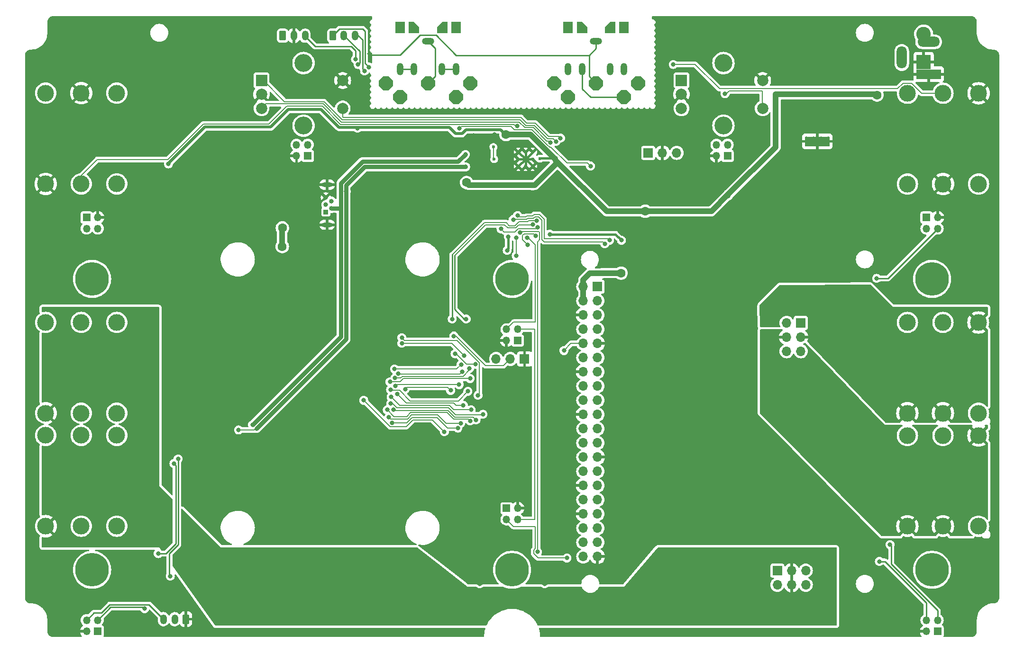
<source format=gbr>
%TF.GenerationSoftware,KiCad,Pcbnew,7.0.9-7.0.9~ubuntu23.04.1*%
%TF.CreationDate,2023-12-05T01:09:06+00:00*%
%TF.ProjectId,pedalboard-hw,70656461-6c62-46f6-9172-642d68772e6b,3.1.1*%
%TF.SameCoordinates,Original*%
%TF.FileFunction,Copper,L2,Bot*%
%TF.FilePolarity,Positive*%
%FSLAX46Y46*%
G04 Gerber Fmt 4.6, Leading zero omitted, Abs format (unit mm)*
G04 Created by KiCad (PCBNEW 7.0.9-7.0.9~ubuntu23.04.1) date 2023-12-05 01:09:06*
%MOMM*%
%LPD*%
G01*
G04 APERTURE LIST*
G04 Aperture macros list*
%AMRoundRect*
0 Rectangle with rounded corners*
0 $1 Rounding radius*
0 $2 $3 $4 $5 $6 $7 $8 $9 X,Y pos of 4 corners*
0 Add a 4 corners polygon primitive as box body*
4,1,4,$2,$3,$4,$5,$6,$7,$8,$9,$2,$3,0*
0 Add four circle primitives for the rounded corners*
1,1,$1+$1,$2,$3*
1,1,$1+$1,$4,$5*
1,1,$1+$1,$6,$7*
1,1,$1+$1,$8,$9*
0 Add four rect primitives between the rounded corners*
20,1,$1+$1,$2,$3,$4,$5,0*
20,1,$1+$1,$4,$5,$6,$7,0*
20,1,$1+$1,$6,$7,$8,$9,0*
20,1,$1+$1,$8,$9,$2,$3,0*%
%AMOutline5P*
0 Free polygon, 5 corners , with rotation*
0 The origin of the aperture is its center*
0 number of corners: always 5*
0 $1 to $10 corner X, Y*
0 $11 Rotation angle, in degrees counterclockwise*
0 create outline with 5 corners*
4,1,5,$1,$2,$3,$4,$5,$6,$7,$8,$9,$10,$1,$2,$11*%
%AMOutline6P*
0 Free polygon, 6 corners , with rotation*
0 The origin of the aperture is its center*
0 number of corners: always 6*
0 $1 to $12 corner X, Y*
0 $13 Rotation angle, in degrees counterclockwise*
0 create outline with 6 corners*
4,1,6,$1,$2,$3,$4,$5,$6,$7,$8,$9,$10,$11,$12,$1,$2,$13*%
%AMOutline7P*
0 Free polygon, 7 corners , with rotation*
0 The origin of the aperture is its center*
0 number of corners: always 7*
0 $1 to $14 corner X, Y*
0 $15 Rotation angle, in degrees counterclockwise*
0 create outline with 7 corners*
4,1,7,$1,$2,$3,$4,$5,$6,$7,$8,$9,$10,$11,$12,$13,$14,$1,$2,$15*%
%AMOutline8P*
0 Free polygon, 8 corners , with rotation*
0 The origin of the aperture is its center*
0 number of corners: always 8*
0 $1 to $16 corner X, Y*
0 $17 Rotation angle, in degrees counterclockwise*
0 create outline with 8 corners*
4,1,8,$1,$2,$3,$4,$5,$6,$7,$8,$9,$10,$11,$12,$13,$14,$15,$16,$1,$2,$17*%
G04 Aperture macros list end*
%TA.AperFunction,ComponentPad*%
%ADD10O,1.200000X2.200000*%
%TD*%
%TA.AperFunction,ComponentPad*%
%ADD11O,2.200000X1.200000*%
%TD*%
%TA.AperFunction,ComponentPad*%
%ADD12C,3.000000*%
%TD*%
%TA.AperFunction,ComponentPad*%
%ADD13R,4.400000X1.800000*%
%TD*%
%TA.AperFunction,ComponentPad*%
%ADD14O,4.000000X1.800000*%
%TD*%
%TA.AperFunction,ComponentPad*%
%ADD15O,1.800000X4.000000*%
%TD*%
%TA.AperFunction,ComponentPad*%
%ADD16R,2.600000X2.600000*%
%TD*%
%TA.AperFunction,ComponentPad*%
%ADD17C,2.600000*%
%TD*%
%TA.AperFunction,ComponentPad*%
%ADD18R,1.350000X1.350000*%
%TD*%
%TA.AperFunction,ComponentPad*%
%ADD19O,1.350000X1.350000*%
%TD*%
%TA.AperFunction,ComponentPad*%
%ADD20R,1.700000X1.700000*%
%TD*%
%TA.AperFunction,ComponentPad*%
%ADD21O,1.700000X1.700000*%
%TD*%
%TA.AperFunction,ComponentPad*%
%ADD22R,0.840000X0.840000*%
%TD*%
%TA.AperFunction,ComponentPad*%
%ADD23C,0.840000*%
%TD*%
%TA.AperFunction,ComponentPad*%
%ADD24O,1.850000X0.850000*%
%TD*%
%TA.AperFunction,ComponentPad*%
%ADD25Outline8P,-1.250000X0.517767X-0.517767X1.250000X0.517767X1.250000X1.250000X0.517767X1.250000X-0.517767X0.517767X-1.250000X-0.517767X-1.250000X-1.250000X-0.517767X180.000000*%
%TD*%
%TA.AperFunction,ComponentPad*%
%ADD26Outline8P,-1.250000X0.517767X-0.517767X1.250000X0.517767X1.250000X1.250000X0.517767X1.250000X-0.517767X0.517767X-1.250000X-0.517767X-1.250000X-1.250000X-0.517767X270.000000*%
%TD*%
%TA.AperFunction,ComponentPad*%
%ADD27Outline5P,-0.900000X1.000000X0.900000X1.000000X0.900000X-0.100000X0.000000X-1.000000X-0.900000X-1.000000X180.000000*%
%TD*%
%TA.AperFunction,ComponentPad*%
%ADD28R,1.800000X2.000000*%
%TD*%
%TA.AperFunction,ComponentPad*%
%ADD29Outline5P,-0.900000X1.000000X0.900000X1.000000X0.900000X-1.000000X0.000000X-1.000000X-0.900000X-0.100000X180.000000*%
%TD*%
%TA.AperFunction,ComponentPad*%
%ADD30R,2.000000X2.000000*%
%TD*%
%TA.AperFunction,ComponentPad*%
%ADD31C,2.000000*%
%TD*%
%TA.AperFunction,ComponentPad*%
%ADD32C,3.200000*%
%TD*%
%TA.AperFunction,ComponentPad*%
%ADD33C,0.500000*%
%TD*%
%TA.AperFunction,SMDPad,CuDef*%
%ADD34R,4.400000X1.800000*%
%TD*%
%TA.AperFunction,ComponentPad*%
%ADD35C,0.600000*%
%TD*%
%TA.AperFunction,WasherPad*%
%ADD36C,6.000000*%
%TD*%
%TA.AperFunction,ComponentPad*%
%ADD37RoundRect,0.250000X-0.350000X-0.625000X0.350000X-0.625000X0.350000X0.625000X-0.350000X0.625000X0*%
%TD*%
%TA.AperFunction,ComponentPad*%
%ADD38O,1.200000X1.750000*%
%TD*%
%TA.AperFunction,ComponentPad*%
%ADD39RoundRect,0.250000X0.350000X0.625000X-0.350000X0.625000X-0.350000X-0.625000X0.350000X-0.625000X0*%
%TD*%
%TA.AperFunction,ViaPad*%
%ADD40C,0.800000*%
%TD*%
%TA.AperFunction,ViaPad*%
%ADD41C,1.600000*%
%TD*%
%TA.AperFunction,ViaPad*%
%ADD42C,0.600000*%
%TD*%
%TA.AperFunction,Conductor*%
%ADD43C,0.400000*%
%TD*%
%TA.AperFunction,Conductor*%
%ADD44C,0.250000*%
%TD*%
%TA.AperFunction,Conductor*%
%ADD45C,0.200000*%
%TD*%
%TA.AperFunction,Conductor*%
%ADD46C,0.500000*%
%TD*%
%TA.AperFunction,Conductor*%
%ADD47C,1.000000*%
%TD*%
%TA.AperFunction,Conductor*%
%ADD48C,0.770000*%
%TD*%
G04 APERTURE END LIST*
D10*
%TO.P,J3,R*%
%TO.N,Net-(J26-Pin_1)*%
X125000000Y-29500000D03*
%TO.P,J3,RN*%
X122500000Y-29500000D03*
D11*
%TO.P,J3,S*%
%TO.N,GND*%
X120000000Y-24500000D03*
D10*
%TO.P,J3,T*%
%TO.N,Net-(J26-Pin_3)*%
X115000000Y-29500000D03*
%TO.P,J3,TN*%
X117500000Y-29500000D03*
%TD*%
D12*
%TO.P,J8,R*%
%TO.N,/MIDI/A_EXP2*%
X28050000Y-50000000D03*
%TO.P,J8,RN*%
%TO.N,GND*%
X28050000Y-33770000D03*
%TO.P,J8,S*%
X21700000Y-50000000D03*
%TO.P,J8,SN*%
%TO.N,unconnected-(J8-PadSN)*%
X21700000Y-33770000D03*
%TO.P,J8,T*%
%TO.N,Net-(J8-PadT)*%
X34400000Y-50000000D03*
%TO.P,J8,TN*%
%TO.N,unconnected-(J8-PadTN)*%
X34400000Y-33770000D03*
%TD*%
%TO.P,J19,R*%
%TO.N,unconnected-(J19-PadR)*%
X28050000Y-111200000D03*
%TO.P,J19,RN*%
%TO.N,unconnected-(J19-PadRN)*%
X28050000Y-94970000D03*
%TO.P,J19,S*%
%TO.N,/Audio/GND_out*%
X21700000Y-111200000D03*
%TO.P,J19,SN*%
%TO.N,Net-(JP3-A)*%
X21700000Y-94970000D03*
%TO.P,J19,T*%
%TO.N,Net-(J27-out_L)*%
X34400000Y-111200000D03*
%TO.P,J19,TN*%
%TO.N,unconnected-(J19-PadTN)*%
X34400000Y-94970000D03*
%TD*%
D13*
%TO.P,J7,1*%
%TO.N,GND*%
X179400000Y-30400000D03*
D14*
%TO.P,J7,2*%
%TO.N,/Power Supply/unfused*%
X179400000Y-24600000D03*
D15*
%TO.P,J7,3*%
%TO.N,unconnected-(J7-Pad3)*%
X174600000Y-27400000D03*
%TD*%
D16*
%TO.P,J6,1,Pin_1*%
%TO.N,GND*%
X178500000Y-28210000D03*
D17*
%TO.P,J6,2,Pin_2*%
%TO.N,/Power Supply/unfused*%
X178500000Y-23210000D03*
%TD*%
D18*
%TO.P,J9,1,Pin_1*%
%TO.N,+5VP*%
X29000000Y-56000000D03*
D19*
%TO.P,J9,2,Pin_2*%
%TO.N,GND*%
X31000000Y-56000000D03*
%TO.P,J9,3,Pin_3*%
%TO.N,Net-(J10-Pin_4)*%
X29000000Y-58000000D03*
%TO.P,J9,4,Pin_4*%
%TO.N,Net-(J23-Pin_3)*%
X31000000Y-58000000D03*
%TD*%
D12*
%TO.P,J20,R*%
%TO.N,unconnected-(J20-PadR)*%
X28050000Y-91000000D03*
%TO.P,J20,RN*%
%TO.N,unconnected-(J20-PadRN)*%
X28050000Y-74770000D03*
%TO.P,J20,S*%
%TO.N,/Audio/GND_out*%
X21700000Y-91000000D03*
%TO.P,J20,SN*%
%TO.N,unconnected-(J20-PadSN)*%
X21700000Y-74770000D03*
%TO.P,J20,T*%
%TO.N,Net-(J27-out_R)*%
X34400000Y-91000000D03*
%TO.P,J20,TN*%
%TO.N,unconnected-(J20-PadTN)*%
X34400000Y-74770000D03*
%TD*%
%TO.P,J22,R*%
%TO.N,/Audio/in_L-*%
X181950000Y-94995000D03*
%TO.P,J22,RN*%
%TO.N,/Audio/GND_in_L*%
X181950000Y-111225000D03*
%TO.P,J22,S*%
X188300000Y-94995000D03*
%TO.P,J22,SN*%
%TO.N,Net-(JP4-A)*%
X188300000Y-111225000D03*
%TO.P,J22,T*%
%TO.N,/Audio/in_L+*%
X175600000Y-94995000D03*
%TO.P,J22,TN*%
%TO.N,/Audio/GND_in_L*%
X175600000Y-111225000D03*
%TD*%
D20*
%TO.P,J12,1,Pin_1*%
%TO.N,/MIDI/SWCLK*%
X129315000Y-44450000D03*
D21*
%TO.P,J12,2,Pin_2*%
%TO.N,GND*%
X131855000Y-44450000D03*
%TO.P,J12,3,Pin_3*%
%TO.N,/MIDI/SWD*%
X134395000Y-44450000D03*
%TD*%
D18*
%TO.P,J24,1,Pin_1*%
%TO.N,+5VP*%
X181000000Y-130000000D03*
D19*
%TO.P,J24,2,Pin_2*%
%TO.N,GND*%
X179000000Y-130000000D03*
%TO.P,J24,3,Pin_3*%
%TO.N,Net-(J15-Pin_4)*%
X181000000Y-128000000D03*
%TO.P,J24,4,Pin_4*%
%TO.N,Net-(J21-Pin_3)*%
X179000000Y-128000000D03*
%TD*%
D18*
%TO.P,J23,1,Pin_1*%
%TO.N,+5VP*%
X31000000Y-130000000D03*
D19*
%TO.P,J23,2,Pin_2*%
%TO.N,GND*%
X29000000Y-130000000D03*
%TO.P,J23,3,Pin_3*%
%TO.N,Net-(J23-Pin_3)*%
X31000000Y-128000000D03*
%TO.P,J23,4,Pin_4*%
%TO.N,Net-(J23-Pin_4)*%
X29000000Y-128000000D03*
%TD*%
D18*
%TO.P,J17,1,Pin_1*%
%TO.N,+5VP*%
X106000000Y-78000000D03*
D19*
%TO.P,J17,2,Pin_2*%
%TO.N,GND*%
X104000000Y-78000000D03*
%TO.P,J17,3,Pin_3*%
%TO.N,Net-(J17-Pin_3)*%
X106000000Y-76000000D03*
%TO.P,J17,4,Pin_4*%
%TO.N,Net-(J10-Pin_3)*%
X104000000Y-76000000D03*
%TD*%
D22*
%TO.P,J11,1,VBUS*%
%TO.N,VBUS*%
X71740000Y-55030000D03*
D23*
%TO.P,J11,2,D-*%
%TO.N,/Connectivity/USB2_N*%
X72740000Y-54380000D03*
%TO.P,J11,3,D+*%
%TO.N,/Connectivity/USB2_P*%
X71740000Y-53730000D03*
%TO.P,J11,4,ID*%
%TO.N,unconnected-(J11-ID-Pad4)*%
X72740000Y-53080000D03*
%TO.P,J11,5,GND*%
%TO.N,GND*%
X71740000Y-52430000D03*
D24*
%TO.P,J11,6,Shield*%
X71960000Y-57305000D03*
X71960000Y-50155000D03*
%TD*%
D12*
%TO.P,J5,R*%
%TO.N,/MIDI/A_EXP1*%
X181965000Y-33800000D03*
%TO.P,J5,RN*%
%TO.N,GND*%
X181965000Y-50030000D03*
%TO.P,J5,S*%
X188315000Y-33800000D03*
%TO.P,J5,SN*%
%TO.N,unconnected-(J5-PadSN)*%
X188315000Y-50030000D03*
%TO.P,J5,T*%
%TO.N,Net-(J5-PadT)*%
X175615000Y-33800000D03*
%TO.P,J5,TN*%
%TO.N,unconnected-(J5-PadTN)*%
X175615000Y-50030000D03*
%TD*%
D18*
%TO.P,J13,1,Pin_1*%
%TO.N,+5VP*%
X143500000Y-45000000D03*
D19*
%TO.P,J13,2,Pin_2*%
%TO.N,GND*%
X141500000Y-45000000D03*
%TO.P,J13,3,Pin_3*%
%TO.N,Net-(D3-DOUT)*%
X143500000Y-43000000D03*
%TO.P,J13,4,Pin_4*%
%TO.N,Net-(J13-Pin_4)*%
X141500000Y-43000000D03*
%TD*%
D25*
%TO.P,J4,1*%
%TO.N,unconnected-(J4-Pad1)*%
X112500000Y-32000000D03*
D26*
%TO.P,J4,2*%
%TO.N,GND*%
X120000000Y-32000000D03*
D25*
%TO.P,J4,3*%
%TO.N,unconnected-(J4-Pad3)*%
X127500000Y-32000000D03*
%TO.P,J4,4*%
%TO.N,Net-(J26-Pin_1)*%
X115000000Y-34500000D03*
%TO.P,J4,5*%
%TO.N,Net-(J26-Pin_3)*%
X125000000Y-34500000D03*
D27*
%TO.P,J4,PE*%
%TO.N,N/C*%
X122500000Y-22000000D03*
D28*
%TO.P,J4,PE1*%
X125000000Y-22000000D03*
%TO.P,J4,PE2*%
X115000000Y-22000000D03*
D29*
%TO.P,J4,PE@*%
X117500000Y-22000000D03*
%TD*%
D30*
%TO.P,SW1,A,A*%
%TO.N,/MIDI/ROT_VOL_A*%
X60250000Y-31500000D03*
D31*
%TO.P,SW1,B,B*%
%TO.N,/MIDI/ROT_VOL_B*%
X60250000Y-36500000D03*
%TO.P,SW1,C,C*%
%TO.N,GND*%
X60250000Y-34000000D03*
D32*
%TO.P,SW1,MP*%
%TO.N,N/C*%
X67750000Y-28400000D03*
X67750000Y-39600000D03*
D31*
%TO.P,SW1,S1,S1*%
%TO.N,/MIDI/SW_VOL*%
X74750000Y-36500000D03*
%TO.P,SW1,S2,S2*%
%TO.N,GND*%
X74750000Y-31500000D03*
%TD*%
D33*
%TO.P,U6,9,EP*%
%TO.N,GND*%
X161470000Y-41750000D03*
X160170000Y-41750000D03*
X158870000Y-41750000D03*
X157570000Y-41750000D03*
D34*
X159520000Y-42400000D03*
D33*
X161470000Y-43050000D03*
X160170000Y-43050000D03*
X158870000Y-43050000D03*
X157570000Y-43050000D03*
%TD*%
D18*
%TO.P,J15,1,Pin_1*%
%TO.N,+5VP*%
X179000000Y-56000000D03*
D19*
%TO.P,J15,2,Pin_2*%
%TO.N,GND*%
X181000000Y-56000000D03*
%TO.P,J15,3,Pin_3*%
%TO.N,Net-(J13-Pin_4)*%
X179000000Y-58000000D03*
%TO.P,J15,4,Pin_4*%
%TO.N,Net-(J15-Pin_4)*%
X181000000Y-58000000D03*
%TD*%
D18*
%TO.P,J10,1,Pin_1*%
%TO.N,+5VP*%
X68500000Y-45000000D03*
D19*
%TO.P,J10,2,Pin_2*%
%TO.N,GND*%
X66500000Y-45000000D03*
%TO.P,J10,3,Pin_3*%
%TO.N,Net-(J10-Pin_3)*%
X68500000Y-43000000D03*
%TO.P,J10,4,Pin_4*%
%TO.N,Net-(J10-Pin_4)*%
X66500000Y-43000000D03*
%TD*%
D20*
%TO.P,J16,1,Pin_1*%
%TO.N,GND*%
X107225000Y-81300000D03*
D21*
%TO.P,J16,2,Pin_2*%
%TO.N,/Audio/CM4_GPIO14*%
X104685000Y-81300000D03*
%TO.P,J16,3,Pin_3*%
%TO.N,/Audio/CM4_GPIO15*%
X102145000Y-81300000D03*
%TD*%
D12*
%TO.P,J18,R*%
%TO.N,/Audio/in_R-*%
X181950000Y-74780000D03*
%TO.P,J18,RN*%
%TO.N,/Audio/GND_in_R*%
X181950000Y-91010000D03*
%TO.P,J18,S*%
X188300000Y-74780000D03*
%TO.P,J18,SN*%
%TO.N,unconnected-(J18-PadSN)*%
X188300000Y-91010000D03*
%TO.P,J18,T*%
%TO.N,/Audio/in_R+*%
X175600000Y-74780000D03*
%TO.P,J18,TN*%
%TO.N,/Audio/GND_in_R*%
X175600000Y-91010000D03*
%TD*%
D35*
%TO.P,U3,57,GND*%
%TO.N,GND*%
X106125000Y-46875000D03*
X107400000Y-46875000D03*
X108675000Y-46875000D03*
X106125000Y-45600000D03*
X107400000Y-45600000D03*
X108675000Y-45600000D03*
X106125000Y-44325000D03*
X107400000Y-44325000D03*
X108675000Y-44325000D03*
%TD*%
D18*
%TO.P,J21,1,Pin_1*%
%TO.N,+5VP*%
X104000000Y-108000000D03*
D19*
%TO.P,J21,2,Pin_2*%
%TO.N,GND*%
X106000000Y-108000000D03*
%TO.P,J21,3,Pin_3*%
%TO.N,Net-(J21-Pin_3)*%
X104000000Y-110000000D03*
%TO.P,J21,4,Pin_4*%
%TO.N,Net-(J17-Pin_3)*%
X106000000Y-110000000D03*
%TD*%
D30*
%TO.P,SW2,A,A*%
%TO.N,/MIDI/ROT_GAIN_A*%
X135250000Y-31500000D03*
D31*
%TO.P,SW2,B,B*%
%TO.N,/MIDI/ROT_GAIN_B*%
X135250000Y-36500000D03*
%TO.P,SW2,C,C*%
%TO.N,GND*%
X135250000Y-34000000D03*
D32*
%TO.P,SW2,MP*%
%TO.N,N/C*%
X142750000Y-28400000D03*
X142750000Y-39600000D03*
D31*
%TO.P,SW2,S1,S1*%
%TO.N,/MIDI/SW_GAIN*%
X149750000Y-36500000D03*
%TO.P,SW2,S2,S2*%
%TO.N,GND*%
X149750000Y-31500000D03*
%TD*%
D25*
%TO.P,J2,1*%
%TO.N,unconnected-(J2-Pad1)*%
X82500000Y-32000000D03*
D26*
%TO.P,J2,2*%
%TO.N,Net-(J25-Pin_2)*%
X90000000Y-32000000D03*
D25*
%TO.P,J2,3*%
%TO.N,unconnected-(J2-Pad3)*%
X97500000Y-32000000D03*
%TO.P,J2,4*%
%TO.N,Net-(J25-Pin_1)*%
X85000000Y-34500000D03*
%TO.P,J2,5*%
%TO.N,Net-(J25-Pin_3)*%
X95000000Y-34500000D03*
D27*
%TO.P,J2,PE*%
%TO.N,N/C*%
X92500000Y-22000000D03*
D28*
%TO.P,J2,PE1*%
X95000000Y-22000000D03*
%TO.P,J2,PE2*%
X85000000Y-22000000D03*
D29*
%TO.P,J2,PE@*%
X87500000Y-22000000D03*
%TD*%
D10*
%TO.P,J1,R*%
%TO.N,Net-(J25-Pin_1)*%
X94994500Y-29500000D03*
%TO.P,J1,RN*%
X92494500Y-29500000D03*
D11*
%TO.P,J1,S*%
%TO.N,Net-(J25-Pin_2)*%
X89994500Y-24500000D03*
D10*
%TO.P,J1,T*%
%TO.N,Net-(J25-Pin_3)*%
X84994500Y-29500000D03*
%TO.P,J1,TN*%
X87494500Y-29500000D03*
%TD*%
D36*
%TO.P,H13,*%
%TO.N,*%
X30000000Y-119000000D03*
%TD*%
%TO.P,H9,*%
%TO.N,*%
X105000000Y-67000000D03*
%TD*%
%TO.P,H10,*%
%TO.N,*%
X30000000Y-67000000D03*
%TD*%
%TO.P,H8,*%
%TO.N,*%
X180000000Y-67000000D03*
%TD*%
%TO.P,H12,*%
%TO.N,*%
X105000000Y-119000000D03*
%TD*%
D37*
%TO.P,J25,1,Pin_1*%
%TO.N,Net-(J25-Pin_1)*%
X72960000Y-23490000D03*
D38*
%TO.P,J25,2,Pin_2*%
%TO.N,Net-(J25-Pin_2)*%
X74960000Y-23490000D03*
%TO.P,J25,3,Pin_3*%
%TO.N,Net-(J25-Pin_3)*%
X76960000Y-23490000D03*
%TD*%
D39*
%TO.P,J28,1,Pin_1*%
%TO.N,GND*%
X46760000Y-127830000D03*
D38*
%TO.P,J28,2,Pin_2*%
%TO.N,+5VP*%
X44760000Y-127830000D03*
%TO.P,J28,3,Pin_3*%
%TO.N,Net-(J23-Pin_4)*%
X42760000Y-127830000D03*
%TD*%
D36*
%TO.P,H11,*%
%TO.N,*%
X180000000Y-119000000D03*
%TD*%
D20*
%TO.P,J27,1,3V3*%
%TO.N,/Audio/CM4_3V3*%
X120250000Y-68375600D03*
D21*
%TO.P,J27,2,5V*%
%TO.N,+5VP*%
X117710000Y-68375600D03*
%TO.P,J27,3,SDA/GPIO2*%
%TO.N,/Audio/conf_i2c_sda*%
X120250000Y-70915600D03*
%TO.P,J27,4,5V*%
%TO.N,+5VP*%
X117710000Y-70915600D03*
%TO.P,J27,5,SCL/GPIO3*%
%TO.N,/Audio/conf_i2c_scl*%
X120250000Y-73455600D03*
%TO.P,J27,6,GND*%
%TO.N,GND*%
X117710000Y-73455600D03*
%TO.P,J27,7,GCLK0/GPIO4*%
%TO.N,/Audio/CM4_GPIO4*%
X120250000Y-75995600D03*
%TO.P,J27,8,GPIO14/TXD*%
%TO.N,/Audio/CM4_GPIO14*%
X117710000Y-75995600D03*
%TO.P,J27,9,GND*%
%TO.N,GND*%
X120250000Y-78535600D03*
%TO.P,J27,10,GPIO15/RXD*%
%TO.N,/Audio/CM4_GPIO15*%
X117710000Y-78535600D03*
%TO.P,J27,11,GPIO17*%
%TO.N,/Audio/CM4_GPIO17*%
X120250000Y-81075600D03*
%TO.P,J27,12,GPIO18/PWM0*%
%TO.N,/Audio/audio_pcm_clk*%
X117710000Y-81075600D03*
%TO.P,J27,13,GPIO27*%
%TO.N,/Audio/audio_in_stereo*%
X120250000Y-83615600D03*
%TO.P,J27,14,GND*%
%TO.N,GND*%
X117710000Y-83615600D03*
%TO.P,J27,15,GPIO22*%
%TO.N,/Audio/CM4_GPIO22*%
X120250000Y-86155600D03*
%TO.P,J27,16,GPIO23*%
%TO.N,/Audio/CM4_GPIO23*%
X117710000Y-86155600D03*
%TO.P,J27,17,3V3*%
%TO.N,/Audio/CM4_3V3*%
X120250000Y-88695600D03*
%TO.P,J27,18,GPIO24*%
%TO.N,/Audio/CM4_GPIO24*%
X117710000Y-88695600D03*
%TO.P,J27,19,MOSI0/GPIO10*%
%TO.N,/Audio/CM4_GPIO10*%
X120250000Y-91235600D03*
%TO.P,J27,20,GND*%
%TO.N,GND*%
X117710000Y-91235600D03*
%TO.P,J27,21,MISO0/GPIO9*%
%TO.N,/Audio/CM4_GPIO9*%
X120250000Y-93775600D03*
%TO.P,J27,22,GPIO25*%
%TO.N,/Audio/CM4_GPIO25*%
X117710000Y-93775600D03*
%TO.P,J27,23,SCLK0/GPIO11*%
%TO.N,/Audio/CM4_GPIO11*%
X120250000Y-96315600D03*
%TO.P,J27,24,~{CE0}/GPIO8*%
%TO.N,/Audio/CM4_GPIO8*%
X117710000Y-96315600D03*
%TO.P,J27,25,GND*%
%TO.N,GND*%
X120250000Y-98855600D03*
%TO.P,J27,26,~{CE1}/GPIO7*%
%TO.N,/Audio/CM4_GPIO7*%
X117710000Y-98855600D03*
%TO.P,J27,27,ID_SD/GPIO0*%
%TO.N,/Audio/CM4_ID_SD*%
X120250000Y-101395600D03*
%TO.P,J27,28,ID_SC/GPIO1*%
%TO.N,/Audio/CM4_ID_SC*%
X117710000Y-101395600D03*
%TO.P,J27,29,GCLK1/GPIO5*%
%TO.N,/Audio/CM4_GPIO5*%
X120250000Y-103935600D03*
%TO.P,J27,30,GND*%
%TO.N,GND*%
X117710000Y-103935600D03*
%TO.P,J27,31,GCLK2/GPIO6*%
%TO.N,/Audio/CM4_GPIO6*%
X120250000Y-106475600D03*
%TO.P,J27,32,PWM0/GPIO12*%
%TO.N,/Audio/CM4_GPIO12*%
X117710000Y-106475600D03*
%TO.P,J27,33,PWM1/GPIO13*%
%TO.N,/Audio/CM4_GPIO13*%
X120250000Y-109015600D03*
%TO.P,J27,34,GND*%
%TO.N,GND*%
X117710000Y-109015600D03*
%TO.P,J27,35,GPIO19/MISO1*%
%TO.N,/Audio/audio_pcm_fs*%
X120250000Y-111555600D03*
%TO.P,J27,36,GPIO16*%
%TO.N,/Audio/CM4_GPIO16*%
X117710000Y-111555600D03*
%TO.P,J27,37,GPIO26*%
%TO.N,/Audio/audio_out_stereo*%
X120250000Y-114095600D03*
%TO.P,J27,38,GPIO20/MOSI1*%
%TO.N,/Audio/audio_pcm_din*%
X117710000Y-114095600D03*
%TO.P,J27,39,GND*%
%TO.N,GND*%
X120250000Y-116635600D03*
%TO.P,J27,40,GPIO21/SCLK1*%
%TO.N,/Audio/audio_pcm_dout*%
X117710000Y-116635600D03*
D20*
%TO.P,J27,41,in_R-*%
%TO.N,/Audio/in_R-*%
X156555000Y-74845600D03*
D21*
%TO.P,J27,42,in_R+*%
%TO.N,/Audio/in_R+*%
X154015000Y-74845600D03*
%TO.P,J27,43,in_GND*%
%TO.N,/Audio/GND_in_R*%
X156555000Y-77385600D03*
%TO.P,J27,44,in_GND*%
%TO.N,/Audio/GND_in_L*%
X154015000Y-77385600D03*
%TO.P,J27,45,in_L+*%
%TO.N,/Audio/in_L+*%
X156555000Y-79925600D03*
%TO.P,J27,46,in_L-*%
%TO.N,/Audio/in_L-*%
X154015000Y-79925600D03*
D20*
%TO.P,J27,47,out_5V*%
%TO.N,unconnected-(J27-out_5V-Pad47)*%
X152380000Y-119150600D03*
D21*
%TO.P,J27,48,out_R*%
%TO.N,Net-(J27-out_R)*%
X152380000Y-121690600D03*
%TO.P,J27,49,out_GND*%
%TO.N,/Audio/GND_out*%
X154920000Y-119150600D03*
%TO.P,J27,50,out_GND*%
X154920000Y-121690600D03*
%TO.P,J27,51,out_5V*%
%TO.N,unconnected-(J27-out_5V-Pad51)*%
X157460000Y-119150600D03*
%TO.P,J27,52,out_L*%
%TO.N,Net-(J27-out_L)*%
X157460000Y-121690600D03*
%TD*%
D37*
%TO.P,J26,1,Pin_1*%
%TO.N,Net-(J26-Pin_1)*%
X64030000Y-23500000D03*
D38*
%TO.P,J26,2,Pin_2*%
%TO.N,GND*%
X66030000Y-23500000D03*
%TO.P,J26,3,Pin_3*%
%TO.N,Net-(J26-Pin_3)*%
X68030000Y-23500000D03*
%TD*%
D40*
%TO.N,GND*%
X96080000Y-42210000D03*
X153500000Y-44500000D03*
X165500000Y-43500000D03*
X153270000Y-53210000D03*
X159640000Y-52290000D03*
X89500000Y-81500000D03*
X153500000Y-43000000D03*
X86700000Y-75600000D03*
X135150000Y-59190000D03*
X77780000Y-33850000D03*
X152650000Y-49670000D03*
X157500000Y-23000000D03*
X101860000Y-41205500D03*
X55500000Y-78000000D03*
X155500000Y-25000000D03*
X154340000Y-27900000D03*
X121700000Y-52600000D03*
X167000000Y-32000000D03*
X157000000Y-32000000D03*
X99200000Y-121500000D03*
X155480000Y-52260000D03*
X168960000Y-52060000D03*
X168500000Y-30500000D03*
X110380000Y-39114500D03*
X93160000Y-54210000D03*
X116760000Y-45120000D03*
X157600000Y-52250000D03*
X37000000Y-122600000D03*
X87110000Y-49550000D03*
X165500000Y-35500000D03*
X165500000Y-37500000D03*
X164000000Y-32000000D03*
X48100000Y-62500600D03*
X35800000Y-69500000D03*
X161520000Y-52290000D03*
X185800000Y-69500000D03*
X153250000Y-50860000D03*
X120750000Y-44200000D03*
X167000000Y-35500000D03*
X55500000Y-85500000D03*
X167000000Y-30500000D03*
X89500000Y-87600000D03*
X171500000Y-22500000D03*
X55500000Y-75000000D03*
X55500000Y-90500000D03*
X165500000Y-39500000D03*
X55500000Y-80500000D03*
X89500000Y-96000000D03*
X155500000Y-32000000D03*
X86600000Y-80300000D03*
X111600000Y-52500000D03*
X24200000Y-69500000D03*
X161500000Y-47000000D03*
X153500000Y-41500000D03*
X24200000Y-121500000D03*
X154650000Y-49670000D03*
X167000000Y-37500000D03*
X99040000Y-42400000D03*
X174200000Y-69400000D03*
X103520000Y-54220000D03*
X153500000Y-40000000D03*
X167000000Y-45500000D03*
X159500000Y-23000000D03*
X185800000Y-121450000D03*
X55500000Y-93000000D03*
X153500000Y-38500000D03*
X134550000Y-53230000D03*
X153500000Y-35500000D03*
X165500000Y-45500000D03*
X94100000Y-49800000D03*
X108550000Y-53200000D03*
X169000000Y-50000000D03*
X174200000Y-121500000D03*
X155000000Y-35500000D03*
X155500000Y-27000000D03*
X167000000Y-41500000D03*
X164000000Y-35500000D03*
X161500000Y-49000000D03*
X153500000Y-37000000D03*
X157000000Y-49670000D03*
X55500000Y-83000000D03*
X164000000Y-37500000D03*
X120900000Y-49600000D03*
X147850000Y-50200000D03*
X155000000Y-37000000D03*
X98090000Y-41300000D03*
X110800000Y-121500000D03*
X55500000Y-88000000D03*
X170000000Y-26000000D03*
X155500000Y-23000000D03*
X82690000Y-54240000D03*
X161500000Y-23000000D03*
X165500000Y-41500000D03*
X167000000Y-39500000D03*
X89500000Y-93500000D03*
X101459500Y-54910000D03*
X167000000Y-43500000D03*
X99200000Y-69600000D03*
X131150000Y-53100000D03*
X113310000Y-49350000D03*
X55500000Y-95500000D03*
X110800000Y-69900000D03*
%TO.N,Net-(J25-Pin_2)*%
X77494500Y-28646472D03*
%TO.N,/LEDs/RGB_DATA*%
X109564970Y-57788013D03*
X103030000Y-58049500D03*
D41*
%TO.N,+3V3*%
X96870000Y-49750000D03*
D40*
X112792822Y-45433603D03*
X143625767Y-52170000D03*
D41*
X103925000Y-41175000D03*
D40*
X43610000Y-46430000D03*
D41*
X170180000Y-34104500D03*
X128780000Y-54900000D03*
D42*
X109954871Y-45486615D03*
X108679996Y-50463478D03*
D40*
X108121284Y-41128021D03*
X77355500Y-40049500D03*
D42*
%TO.N,+1V1*%
X101800000Y-45560000D03*
X101660000Y-43410000D03*
D40*
%TO.N,/Audio/CM4_GPIO13*%
X95816257Y-92805501D03*
X83000000Y-91700000D03*
%TO.N,/Audio/conf_i2c_sda*%
X95900000Y-82300000D03*
X84000000Y-83100000D03*
%TO.N,/Audio/conf_i2c_scl*%
X96058879Y-83599500D03*
X84700353Y-83899647D03*
%TO.N,/Audio/audio_in_stereo*%
X84133755Y-86087142D03*
X95537944Y-85893736D03*
%TO.N,VBUS*%
X104345332Y-59435332D03*
X111730000Y-59000500D03*
X104120000Y-61889500D03*
X124540332Y-60090332D03*
%TO.N,/MIDI/A_EXP1*%
X133787535Y-28647535D03*
%TO.N,/Audio/audio_pcm_fs*%
X83525685Y-92713715D03*
X95302419Y-93662808D03*
%TO.N,Net-(D2-DOUT)*%
X119000000Y-46810000D03*
X95590000Y-40070000D03*
%TO.N,/MIDI/SW_D*%
X109199500Y-59300000D03*
X107801405Y-60872211D03*
%TO.N,/MIDI/SW_E*%
X105710000Y-59590500D03*
X105740000Y-62840000D03*
%TO.N,/MIDI/SW_F*%
X122387250Y-60087250D03*
X105980588Y-55650500D03*
%TO.N,/MIDI/SW_A*%
X41800000Y-116100000D03*
X44610000Y-100000000D03*
%TO.N,/MIDI/SW_B*%
X106409500Y-58703193D03*
X109550000Y-115800000D03*
%TO.N,/MIDI/SW_C*%
X105199500Y-56370000D03*
X121550000Y-60700000D03*
%TO.N,/MIDI/ROT_VOL_A*%
X112852102Y-42411614D03*
%TO.N,/MIDI/ROT_VOL_B*%
X111881321Y-42649500D03*
%TO.N,/MIDI/SW_VOL*%
X113648543Y-41806390D03*
%TO.N,/MIDI/SW_GAIN*%
X143033791Y-33883085D03*
%TO.N,/Audio/GND_in_L*%
X178800000Y-93800000D03*
D41*
%TO.N,+5VP*%
X124470000Y-65960000D03*
X63965000Y-57865000D03*
X63960000Y-61210000D03*
D40*
%TO.N,/Audio/CM4_3V3*%
X85300000Y-78500000D03*
X96400000Y-80700000D03*
X98917395Y-87799500D03*
X85300000Y-77500000D03*
%TO.N,/Audio/CM4_GPIO6*%
X82700000Y-90400000D03*
X97511449Y-92382343D03*
%TO.N,/Audio/CM4_GPIO5*%
X83798953Y-90387491D03*
X98557000Y-92199500D03*
%TO.N,/Audio/CM4_ID_SD*%
X83350000Y-89250000D03*
X99800000Y-91200000D03*
%TO.N,/Audio/CM4_GPIO11*%
X83400000Y-88100000D03*
X97683894Y-90399000D03*
%TO.N,/Audio/CM4_GPIO9*%
X96300000Y-89599000D03*
X84500000Y-87599500D03*
%TO.N,/Audio/CM4_GPIO10*%
X85900000Y-86699500D03*
X94024728Y-86925400D03*
%TO.N,/Audio/CM4_GPIO22*%
X97100000Y-87100000D03*
X83300000Y-86787142D03*
%TO.N,/Audio/CM4_GPIO17*%
X97500000Y-84800000D03*
X83200000Y-85400000D03*
%TO.N,/Audio/CM4_GPIO15*%
X114260500Y-79800500D03*
%TO.N,/Audio/CM4_GPIO4*%
X84074635Y-84687642D03*
X97400000Y-83000500D03*
%TO.N,/Audio/CM4_GPIO14*%
X94610000Y-77200000D03*
X94810000Y-80370000D03*
X98448690Y-82241159D03*
%TO.N,/Audio/CM4_LED_ACT*%
X78500000Y-88700000D03*
X92900000Y-94300000D03*
%TO.N,/Connectivity/USB2_N*%
X58650000Y-93100000D03*
X96664622Y-44735378D03*
%TO.N,/Connectivity/USB2_P*%
X75376600Y-51350000D03*
X56150000Y-94000000D03*
X96699500Y-46950000D03*
%TO.N,/MIDI/A_EXP2*%
X105890000Y-39649500D03*
%TO.N,Net-(J25-Pin_1)*%
X79436653Y-29121550D03*
%TO.N,Net-(J25-Pin_3)*%
X78655500Y-29791388D03*
%TO.N,Net-(J23-Pin_3)*%
X43950000Y-120130000D03*
X45350000Y-99190000D03*
X39370000Y-125950000D03*
%TO.N,Net-(J26-Pin_3)*%
X77044500Y-27714500D03*
%TO.N,Net-(J21-Pin_3)*%
X170587701Y-117512299D03*
X114800000Y-116900000D03*
%TO.N,Net-(J10-Pin_3)*%
X107695203Y-59639500D03*
%TO.N,Net-(J15-Pin_4)*%
X172500000Y-114500000D03*
X170100000Y-66900000D03*
%TO.N,Net-(JP1-B)*%
X94300000Y-74150000D03*
X109400939Y-56574659D03*
%TO.N,Net-(JP2-B)*%
X96800000Y-74150000D03*
X108700000Y-57287182D03*
%TD*%
D43*
%TO.N,GND*%
X107400000Y-44325000D02*
X107400000Y-46875000D01*
D44*
X95000000Y-27000000D02*
X118750000Y-27000000D01*
D43*
X107400000Y-45600000D02*
X106125000Y-46875000D01*
D44*
X118750000Y-30750000D02*
X120000000Y-32000000D01*
D43*
X106125000Y-45600000D02*
X108675000Y-45600000D01*
D44*
X118750000Y-27000000D02*
X118750000Y-30750000D01*
X120000000Y-25750000D02*
X120000000Y-24500000D01*
X85020000Y-26980000D02*
X88600000Y-23400000D01*
D45*
X110091558Y-39114500D02*
X110090000Y-39112942D01*
D44*
X79180000Y-26670000D02*
X79490000Y-26980000D01*
D43*
X107400000Y-45600000D02*
X106125000Y-44325000D01*
X107400000Y-45600000D02*
X108675000Y-46875000D01*
X107400000Y-45600000D02*
X108675000Y-44325000D01*
D44*
X91400000Y-23400000D02*
X95000000Y-27000000D01*
X118750000Y-27000000D02*
X120000000Y-25750000D01*
X88600000Y-23400000D02*
X91400000Y-23400000D01*
X79490000Y-26980000D02*
X85020000Y-26980000D01*
D45*
X110131396Y-39114500D02*
X110091558Y-39114500D01*
D44*
%TO.N,Net-(J25-Pin_2)*%
X77769500Y-28371472D02*
X77769500Y-26299500D01*
X91250000Y-25755500D02*
X89994500Y-24500000D01*
X77494500Y-28646472D02*
X77769500Y-28371472D01*
X90000000Y-32000000D02*
X91250000Y-30750000D01*
X77769500Y-26299500D02*
X74960000Y-23490000D01*
X91250000Y-30750000D02*
X91250000Y-25755500D01*
D45*
%TO.N,/LEDs/RGB_DATA*%
X106113318Y-57986682D02*
X109366301Y-57986682D01*
X103030000Y-58049500D02*
X103553035Y-58572535D01*
X105527465Y-58572535D02*
X106113318Y-57986682D01*
X109366301Y-57986682D02*
X109564970Y-57788013D01*
X103553035Y-58572535D02*
X105527465Y-58572535D01*
D43*
%TO.N,+3V3*%
X112792822Y-45433603D02*
X110007883Y-45433603D01*
D46*
X70885457Y-36680000D02*
X74105458Y-39900000D01*
D47*
X128780000Y-54900000D02*
X121900000Y-54900000D01*
X152070000Y-34000000D02*
X170075500Y-34000000D01*
D46*
X102990000Y-40330000D02*
X103835000Y-41175000D01*
X43610000Y-46336778D02*
X43610000Y-46430000D01*
X96770000Y-40330000D02*
X102990000Y-40330000D01*
X96070000Y-41030000D02*
X96770000Y-40330000D01*
D47*
X103925000Y-41175000D02*
X108285501Y-41175000D01*
D46*
X65050000Y-36680000D02*
X70885457Y-36680000D01*
D47*
X108285501Y-41175000D02*
X112544104Y-45433603D01*
X143625767Y-51876772D02*
X143625767Y-51864233D01*
X140590000Y-54900000D02*
X143613228Y-51876772D01*
D43*
X110007883Y-45433603D02*
X109954871Y-45486615D01*
D46*
X61880000Y-39850000D02*
X65050000Y-36680000D01*
X50096778Y-39850000D02*
X61880000Y-39850000D01*
D47*
X152070000Y-43420000D02*
X152070000Y-34000000D01*
X97310000Y-50190000D02*
X109060000Y-50190000D01*
X143613228Y-51876772D02*
X143625767Y-51876772D01*
X143625767Y-51864233D02*
X152070000Y-43420000D01*
D46*
X93767918Y-39900000D02*
X94897918Y-41030000D01*
X94897918Y-41030000D02*
X96070000Y-41030000D01*
D47*
X121900000Y-54900000D02*
X112792822Y-45792822D01*
X109060000Y-50190000D02*
X113000000Y-46250000D01*
D46*
X74105458Y-39900000D02*
X93767918Y-39900000D01*
D47*
X170075500Y-34000000D02*
X170180000Y-34104500D01*
D46*
X50096778Y-39850000D02*
X43610000Y-46336778D01*
D47*
X96870000Y-49750000D02*
X97310000Y-50190000D01*
X128780000Y-54900000D02*
X140590000Y-54900000D01*
D44*
X103835000Y-41175000D02*
X103925000Y-41175000D01*
D45*
%TO.N,+1V1*%
X101660000Y-43410000D02*
X101660000Y-45420000D01*
X101660000Y-45420000D02*
X101800000Y-45560000D01*
%TO.N,/Audio/CM4_GPIO13*%
X93205501Y-92805501D02*
X95816257Y-92805501D01*
X83314215Y-92014215D02*
X86351471Y-92014215D01*
X83000000Y-91700000D02*
X83314215Y-92014215D01*
X86351471Y-92014215D02*
X87065686Y-91300000D01*
X91700000Y-91300000D02*
X93205501Y-92805501D01*
X87065686Y-91300000D02*
X91700000Y-91300000D01*
%TO.N,/Audio/conf_i2c_sda*%
X84000000Y-83100000D02*
X95100000Y-83100000D01*
X95100000Y-83100000D02*
X95900000Y-82300000D01*
%TO.N,/Audio/conf_i2c_scl*%
X84700353Y-83899647D02*
X84800706Y-84000000D01*
X95658379Y-84000000D02*
X96058879Y-83599500D01*
X84800706Y-84000000D02*
X95658379Y-84000000D01*
%TO.N,/Audio/audio_in_stereo*%
X84133755Y-86087142D02*
X84320897Y-85900000D01*
X95531680Y-85900000D02*
X95537944Y-85893736D01*
X84320897Y-85900000D02*
X95531680Y-85900000D01*
D43*
%TO.N,VBUS*%
X123450500Y-59000500D02*
X111730000Y-59000500D01*
D45*
X104120000Y-61800000D02*
X104345332Y-61574668D01*
X104120000Y-61800000D02*
X104120000Y-61889500D01*
D43*
X104345332Y-59435332D02*
X104345332Y-61574668D01*
X124540332Y-60090332D02*
X123450500Y-59000500D01*
D45*
%TO.N,/MIDI/A_EXP1*%
X176360000Y-32000000D02*
X174834060Y-32000000D01*
X174834060Y-32000000D02*
X173854060Y-32980000D01*
X181965000Y-33800000D02*
X178160000Y-33800000D01*
X173854060Y-32980000D02*
X142040000Y-32980000D01*
X178160000Y-33800000D02*
X176360000Y-32000000D01*
X137707535Y-28647535D02*
X133787535Y-28647535D01*
X142040000Y-32980000D02*
X137707535Y-28647535D01*
%TO.N,/Audio/audio_pcm_fs*%
X93497122Y-93662808D02*
X91617157Y-91782843D01*
X95302419Y-93662808D02*
X93497122Y-93662808D01*
X91617157Y-91782843D02*
X87148529Y-91782843D01*
X86217657Y-92713715D02*
X83525685Y-92713715D01*
X87148529Y-91782843D02*
X86217657Y-92713715D01*
%TO.N,Net-(D2-DOUT)*%
X97331851Y-39751851D02*
X104831851Y-39751851D01*
X107389393Y-40349500D02*
X107411617Y-40327276D01*
X107411617Y-40327276D02*
X108577276Y-40327276D01*
X114780000Y-46290000D02*
X118480000Y-46290000D01*
X108577276Y-40327276D02*
X111181321Y-42931321D01*
X111181321Y-42931321D02*
X111181321Y-42939450D01*
X111719384Y-43477513D02*
X111967513Y-43477513D01*
X105429500Y-40349500D02*
X107389393Y-40349500D01*
X95590000Y-40070000D02*
X95910000Y-39750000D01*
X118480000Y-46290000D02*
X119000000Y-46810000D01*
X95910000Y-39750000D02*
X97330000Y-39750000D01*
X111967513Y-43477513D02*
X114780000Y-46290000D01*
X111181321Y-42939450D02*
X111719384Y-43477513D01*
X97330000Y-39750000D02*
X97331851Y-39751851D01*
X104831851Y-39751851D02*
X105429500Y-40349500D01*
%TO.N,/MIDI/SW_D*%
X106887736Y-59958542D02*
X106887736Y-59232264D01*
X107180000Y-58940000D02*
X108839500Y-58940000D01*
X107801405Y-60872211D02*
X106887736Y-59958542D01*
X106887736Y-59232264D02*
X107180000Y-58940000D01*
X108839500Y-58940000D02*
X109199500Y-59300000D01*
%TO.N,/MIDI/SW_E*%
X105710000Y-62810000D02*
X105710000Y-59590500D01*
X105740000Y-62840000D02*
X105710000Y-62810000D01*
%TO.N,/MIDI/SW_F*%
X122387250Y-60087250D02*
X122100000Y-59800000D01*
X110700000Y-59784314D02*
X110700000Y-56318084D01*
X108645303Y-55774659D02*
X107599080Y-55774659D01*
X110715686Y-59800000D02*
X110700000Y-59784314D01*
X110700000Y-56318084D02*
X109856574Y-55474659D01*
X107473738Y-55900000D02*
X106230088Y-55900000D01*
X122100000Y-59800000D02*
X110715686Y-59800000D01*
X108945303Y-55474659D02*
X108645303Y-55774659D01*
X106230088Y-55900000D02*
X105980588Y-55650500D01*
X107599080Y-55774659D02*
X107473738Y-55900000D01*
X109856574Y-55474659D02*
X108945303Y-55474659D01*
D44*
%TO.N,/MIDI/SW_A*%
X44926000Y-100316000D02*
X44610000Y-100000000D01*
X41800000Y-116100000D02*
X43160000Y-116100000D01*
X44926000Y-114334000D02*
X44926000Y-100316000D01*
X43160000Y-116100000D02*
X44926000Y-114334000D01*
D45*
%TO.N,/MIDI/SW_B*%
X109899500Y-58639500D02*
X109899500Y-60000500D01*
X106409500Y-58703193D02*
X106624680Y-58488013D01*
X106624680Y-58488013D02*
X109748013Y-58488013D01*
X109899500Y-60000500D02*
X109550000Y-60350000D01*
X109748013Y-58488013D02*
X109899500Y-58639500D01*
X109550000Y-60350000D02*
X109550000Y-115800000D01*
%TO.N,/MIDI/SW_C*%
X109690889Y-55874659D02*
X110300000Y-56483770D01*
X109110989Y-55874659D02*
X109690889Y-55874659D01*
X110300000Y-56483770D02*
X110300000Y-59950000D01*
X107589424Y-56350000D02*
X107764765Y-56174659D01*
X110300000Y-59950000D02*
X110700000Y-60350000D01*
X107764765Y-56174659D02*
X108810989Y-56174659D01*
X110700000Y-60350000D02*
X121200000Y-60350000D01*
X108810989Y-56174659D02*
X109110989Y-55874659D01*
X121200000Y-60350000D02*
X121550000Y-60700000D01*
X105219500Y-56350000D02*
X107589424Y-56350000D01*
X105199500Y-56370000D02*
X105219500Y-56350000D01*
%TO.N,/MIDI/ROT_VOL_A*%
X112390488Y-41950000D02*
X111369865Y-41950000D01*
X107432912Y-39527276D02*
X106455635Y-38550000D01*
X111369865Y-41950000D02*
X108947141Y-39527276D01*
X71414646Y-35300000D02*
X64380000Y-35300000D01*
X60580000Y-31500000D02*
X60250000Y-31500000D01*
X64380000Y-35300000D02*
X60580000Y-31500000D01*
X106455635Y-38550000D02*
X74664646Y-38550000D01*
X112852102Y-42411614D02*
X112390488Y-41950000D01*
X108947141Y-39527276D02*
X107432912Y-39527276D01*
X74664646Y-38550000D02*
X71414646Y-35300000D01*
%TO.N,/MIDI/ROT_VOL_B*%
X111204179Y-42350000D02*
X108781455Y-39927276D01*
X108781455Y-39927276D02*
X107267226Y-39927276D01*
X71248960Y-35700000D02*
X61050000Y-35700000D01*
X111581821Y-42350000D02*
X111204179Y-42350000D01*
X107267226Y-39927276D02*
X106289950Y-38950000D01*
X61050000Y-35700000D02*
X60250000Y-36500000D01*
X111881321Y-42649500D02*
X111581821Y-42350000D01*
X74498961Y-38950000D02*
X71248960Y-35700000D01*
X106289950Y-38950000D02*
X74498961Y-38950000D01*
%TO.N,/MIDI/SW_VOL*%
X106621320Y-38150000D02*
X74840000Y-38150000D01*
X74840000Y-38150000D02*
X74750000Y-38060000D01*
X113648543Y-41806390D02*
X113392153Y-41550000D01*
X109112826Y-39127276D02*
X107598598Y-39127276D01*
X74750000Y-38060000D02*
X74750000Y-36500000D01*
X113392153Y-41550000D02*
X111535551Y-41550000D01*
X111535551Y-41550000D02*
X109112826Y-39127276D01*
X107598598Y-39127276D02*
X106621320Y-38150000D01*
%TO.N,/MIDI/SW_GAIN*%
X143033791Y-33883085D02*
X143252915Y-33883085D01*
X143731000Y-33405000D02*
X149660000Y-33405000D01*
X149660000Y-36410000D02*
X149750000Y-36500000D01*
X149660000Y-33405000D02*
X149660000Y-36410000D01*
X143252915Y-33883085D02*
X143731000Y-33405000D01*
D47*
%TO.N,+5VP*%
X63965000Y-57865000D02*
X63930000Y-57900000D01*
X117710000Y-68375600D02*
X117710000Y-70915600D01*
X63930000Y-57900000D02*
X63930000Y-61180000D01*
X118883519Y-66000000D02*
X117710000Y-67173519D01*
X117710000Y-67173519D02*
X117710000Y-68375600D01*
X121000000Y-66000000D02*
X118883519Y-66000000D01*
X121040000Y-65960000D02*
X121000000Y-66000000D01*
X124470000Y-65960000D02*
X121040000Y-65960000D01*
X63930000Y-61180000D02*
X63960000Y-61210000D01*
D45*
%TO.N,/Audio/CM4_3V3*%
X99150012Y-81951709D02*
X95198303Y-78000000D01*
X99150012Y-87566883D02*
X99150012Y-81951709D01*
X98917395Y-87799500D02*
X99150012Y-87566883D01*
X95198303Y-78000000D02*
X85800000Y-78000000D01*
X85800000Y-78000000D02*
X85300000Y-77500000D01*
X96400000Y-80700000D02*
X94200000Y-78500000D01*
X94200000Y-78500000D02*
X85300000Y-78500000D01*
%TO.N,/Audio/CM4_GPIO6*%
X97211949Y-92082843D02*
X97511449Y-92382343D01*
X86185785Y-91614215D02*
X86900000Y-90900000D01*
X94585786Y-92082843D02*
X97211949Y-92082843D01*
X82700000Y-90400000D02*
X83914215Y-91614215D01*
X83914215Y-91614215D02*
X86185785Y-91614215D01*
X86900000Y-90900000D02*
X93402942Y-90900000D01*
X93402942Y-90900000D02*
X94585786Y-92082843D01*
%TO.N,/Audio/CM4_GPIO5*%
X83798953Y-90387491D02*
X83911462Y-90500000D01*
X94751472Y-91682843D02*
X98040343Y-91682843D01*
X93568628Y-90500000D02*
X94751472Y-91682843D01*
X98040343Y-91682843D02*
X98557000Y-92199500D01*
X83911462Y-90500000D02*
X93568628Y-90500000D01*
%TO.N,/Audio/CM4_ID_SD*%
X94917157Y-91282843D02*
X99717157Y-91282843D01*
X83650706Y-89250000D02*
X84400706Y-90000000D01*
X84400706Y-90000000D02*
X93634314Y-90000000D01*
X93634314Y-90000000D02*
X94917157Y-91282843D01*
X99717157Y-91282843D02*
X99800000Y-91200000D01*
X83350000Y-89250000D02*
X83650706Y-89250000D01*
%TO.N,/Audio/CM4_GPIO11*%
X83400000Y-88100000D02*
X84900000Y-89600000D01*
X93800000Y-89600000D02*
X94599000Y-90399000D01*
X84900000Y-89600000D02*
X93800000Y-89600000D01*
X94599000Y-90399000D02*
X97683894Y-90399000D01*
%TO.N,/Audio/CM4_GPIO9*%
X94999000Y-89599000D02*
X96300000Y-89599000D01*
X94600000Y-89200000D02*
X94999000Y-89599000D01*
X86100500Y-89200000D02*
X94600000Y-89200000D01*
X84500000Y-87599500D02*
X86100500Y-89200000D01*
%TO.N,/Audio/CM4_GPIO10*%
X85900000Y-86699500D02*
X86199500Y-86400000D01*
X86199500Y-86400000D02*
X93499328Y-86400000D01*
X93499328Y-86400000D02*
X94024728Y-86925400D01*
%TO.N,/Audio/CM4_GPIO22*%
X84900000Y-86900000D02*
X86800000Y-88800000D01*
X83412858Y-86900000D02*
X84900000Y-86900000D01*
X95400000Y-88800000D02*
X97100000Y-87100000D01*
X83300000Y-86787142D02*
X83412858Y-86900000D01*
X86800000Y-88800000D02*
X95400000Y-88800000D01*
%TO.N,/Audio/CM4_GPIO17*%
X83772327Y-85400000D02*
X83784685Y-85387642D01*
X85577818Y-84800000D02*
X97500000Y-84800000D01*
X83200000Y-85400000D02*
X83772327Y-85400000D01*
X84990176Y-85387642D02*
X85577818Y-84800000D01*
X83784685Y-85387642D02*
X84990176Y-85387642D01*
%TO.N,/Audio/CM4_GPIO15*%
X115525400Y-78535600D02*
X117710000Y-78535600D01*
X114260500Y-79800500D02*
X115525400Y-78535600D01*
%TO.N,/Audio/CM4_GPIO4*%
X97400000Y-83000500D02*
X97400000Y-83248329D01*
X85389950Y-84400000D02*
X85089950Y-84700000D01*
X84086993Y-84700000D02*
X84074635Y-84687642D01*
X97400000Y-83248329D02*
X96248329Y-84400000D01*
X96248329Y-84400000D02*
X85389950Y-84400000D01*
X85089950Y-84700000D02*
X84086993Y-84700000D01*
%TO.N,/Audio/CM4_GPIO14*%
X100263989Y-82500000D02*
X103485000Y-82500000D01*
X94810000Y-80370000D02*
X94959950Y-80370000D01*
X94959950Y-80370000D02*
X96831109Y-82241159D01*
X94610000Y-77200000D02*
X94963989Y-77200000D01*
X96831109Y-82241159D02*
X98448690Y-82241159D01*
X103485000Y-82500000D02*
X104685000Y-81300000D01*
X94963989Y-77200000D02*
X100263989Y-82500000D01*
%TO.N,/Audio/CM4_LED_ACT*%
X87314215Y-92182843D02*
X90782843Y-92182843D01*
X90782843Y-92182843D02*
X92900000Y-94300000D01*
X86083343Y-93413715D02*
X87314215Y-92182843D01*
X78500000Y-88700000D02*
X78522020Y-88700000D01*
X78522020Y-88700000D02*
X83235735Y-93413715D01*
X83235735Y-93413715D02*
X86083343Y-93413715D01*
D48*
%TO.N,/Connectivity/USB2_N*%
X74437900Y-54380000D02*
X72740000Y-54380000D01*
X74437900Y-77358590D02*
X74437900Y-54380000D01*
X95374200Y-46025800D02*
X78284200Y-46025800D01*
X74437900Y-77358590D02*
X58696490Y-93100000D01*
X74437900Y-49872100D02*
X74437900Y-54380000D01*
X96664622Y-44735378D02*
X95374200Y-46025800D01*
X58696490Y-93100000D02*
X58650000Y-93100000D01*
X78284200Y-46025800D02*
X74437900Y-49872100D01*
%TO.N,/Connectivity/USB2_P*%
X75362100Y-77741410D02*
X59858715Y-93244795D01*
X96699500Y-46950000D02*
X78667016Y-46950000D01*
X78667016Y-46950000D02*
X75362100Y-50254916D01*
D45*
X56150000Y-94000000D02*
X58900000Y-94000000D01*
X58900000Y-94000000D02*
X59250000Y-93650000D01*
D48*
X75362100Y-50254916D02*
X75362100Y-77741410D01*
X59858711Y-93244795D02*
X59351753Y-93751753D01*
X59858715Y-93244795D02*
X59858711Y-93244795D01*
D45*
%TO.N,/MIDI/A_EXP2*%
X28050000Y-48510000D02*
X30930000Y-45630000D01*
X105360000Y-39350000D02*
X105659500Y-39649500D01*
X74333275Y-39350000D02*
X105360000Y-39350000D01*
X105659500Y-39649500D02*
X105999500Y-39649500D01*
X28050000Y-50000000D02*
X28050000Y-48510000D01*
X71083275Y-36100000D02*
X74333275Y-39350000D01*
X64760000Y-36100000D02*
X71083275Y-36100000D01*
X61560000Y-39300000D02*
X64760000Y-36100000D01*
X30930000Y-45630000D02*
X43538960Y-45630000D01*
X43538960Y-45630000D02*
X49868960Y-39300000D01*
X49868960Y-39300000D02*
X61560000Y-39300000D01*
D44*
%TO.N,Net-(J25-Pin_1)*%
X92494500Y-29500000D02*
X94994500Y-29500000D01*
X79436653Y-29121550D02*
X78730000Y-28414897D01*
X74160000Y-22290000D02*
X72960000Y-23490000D01*
X78730000Y-28414897D02*
X78730000Y-22690000D01*
X78330000Y-22290000D02*
X74160000Y-22290000D01*
X78730000Y-22690000D02*
X78330000Y-22290000D01*
%TO.N,Net-(J25-Pin_3)*%
X84994500Y-29500000D02*
X87494500Y-29500000D01*
X78280000Y-29415888D02*
X78280000Y-24270000D01*
X78655500Y-29791388D02*
X78280000Y-29415888D01*
X78280000Y-24270000D02*
X77500000Y-23490000D01*
X77500000Y-23490000D02*
X76960000Y-23490000D01*
%TO.N,Net-(J23-Pin_3)*%
X39370000Y-125950000D02*
X39120000Y-125700000D01*
X43800000Y-119980000D02*
X43800000Y-116096396D01*
X45376000Y-99216000D02*
X45350000Y-99190000D01*
X33300000Y-125700000D02*
X31000000Y-128000000D01*
X39120000Y-125700000D02*
X33300000Y-125700000D01*
X45376000Y-114520396D02*
X45376000Y-99216000D01*
X43800000Y-116096396D02*
X45376000Y-114520396D01*
X43950000Y-120130000D02*
X43800000Y-119980000D01*
%TO.N,Net-(J26-Pin_3)*%
X76243604Y-25410000D02*
X69835000Y-25410000D01*
X77044500Y-27714500D02*
X77044500Y-26210896D01*
X77044500Y-26210896D02*
X76243604Y-25410000D01*
X117500000Y-29500000D02*
X117500000Y-33000000D01*
X69835000Y-25410000D02*
X68030000Y-23605000D01*
X117500000Y-33000000D02*
X119000000Y-34500000D01*
X119000000Y-34500000D02*
X125000000Y-34500000D01*
D45*
%TO.N,Net-(J21-Pin_3)*%
X105250000Y-111250000D02*
X109150000Y-111250000D01*
D44*
X170587701Y-117512299D02*
X171575903Y-117512299D01*
D45*
X108850000Y-115510050D02*
X108850000Y-116089950D01*
D44*
X171575903Y-117512299D02*
X179000000Y-124936396D01*
X179000000Y-124936396D02*
X179000000Y-128000000D01*
D45*
X109660050Y-116900000D02*
X114800000Y-116900000D01*
X108850000Y-116089950D02*
X109660050Y-116900000D01*
X109150000Y-111250000D02*
X109150000Y-115210050D01*
X109150000Y-115210050D02*
X108850000Y-115510050D01*
X104000000Y-110000000D02*
X105250000Y-111250000D01*
%TO.N,Net-(J10-Pin_3)*%
X109125000Y-60865000D02*
X109125000Y-74730000D01*
X105270000Y-74730000D02*
X104000000Y-76000000D01*
X107695203Y-59639500D02*
X107899500Y-59639500D01*
X109125000Y-74730000D02*
X105270000Y-74730000D01*
X107899500Y-59639500D02*
X109125000Y-60865000D01*
D44*
%TO.N,Net-(J15-Pin_4)*%
X172100000Y-66900000D02*
X181000000Y-58000000D01*
X172700000Y-118000000D02*
X172700000Y-114700000D01*
X181000000Y-128000000D02*
X181000000Y-126300000D01*
X181000000Y-126300000D02*
X172700000Y-118000000D01*
X172700000Y-114700000D02*
X172500000Y-114500000D01*
X170100000Y-66900000D02*
X172100000Y-66900000D01*
D45*
%TO.N,Net-(J17-Pin_3)*%
X109040000Y-76000000D02*
X106000000Y-76000000D01*
X106000000Y-110000000D02*
X109040000Y-110000000D01*
X109040000Y-110000000D02*
X109040000Y-76000000D01*
D44*
%TO.N,Net-(J23-Pin_4)*%
X33138604Y-125225000D02*
X40155000Y-125225000D01*
X29000000Y-128000000D02*
X30293198Y-126706802D01*
X31656802Y-126706802D02*
X33138604Y-125225000D01*
X30293198Y-126706802D02*
X31656802Y-126706802D01*
X40155000Y-125225000D02*
X42760000Y-127830000D01*
D45*
%TO.N,Net-(JP1-B)*%
X107755109Y-56750000D02*
X106218629Y-56750000D01*
X109400939Y-56574659D02*
X107930450Y-56574659D01*
X103970000Y-56950000D02*
X100050000Y-56950000D01*
D44*
X94300000Y-62700000D02*
X94300000Y-74150000D01*
D45*
X106218629Y-56750000D02*
X105498628Y-57470000D01*
X105498628Y-57470000D02*
X104490000Y-57470000D01*
X100050000Y-56950000D02*
X94300000Y-62700000D01*
X104490000Y-57470000D02*
X103970000Y-56950000D01*
X107930450Y-56574659D02*
X107755109Y-56750000D01*
D44*
%TO.N,Net-(JP2-B)*%
X94750000Y-72450000D02*
X96450000Y-74150000D01*
D45*
X104190000Y-57870000D02*
X103670000Y-57350000D01*
X106184315Y-57350000D02*
X105664315Y-57870000D01*
X108700000Y-57287182D02*
X108637182Y-57350000D01*
D44*
X96450000Y-74150000D02*
X96800000Y-74150000D01*
D45*
X108637182Y-57350000D02*
X106184315Y-57350000D01*
D44*
X94750000Y-62886396D02*
X94750000Y-72450000D01*
D45*
X100215686Y-57350000D02*
X94750000Y-62815686D01*
X105664315Y-57870000D02*
X104190000Y-57870000D01*
X103670000Y-57350000D02*
X100215686Y-57350000D01*
X94750000Y-62815686D02*
X94750000Y-62886396D01*
%TD*%
%TA.AperFunction,Conductor*%
%TO.N,/Audio/GND_out*%
G36*
X155170000Y-121255098D02*
G01*
X155062315Y-121205920D01*
X154955763Y-121190600D01*
X154884237Y-121190600D01*
X154777685Y-121205920D01*
X154670000Y-121255098D01*
X154670000Y-119586101D01*
X154777685Y-119635280D01*
X154884237Y-119650600D01*
X154955763Y-119650600D01*
X155062315Y-119635280D01*
X155170000Y-119586101D01*
X155170000Y-121255098D01*
G37*
%TD.AperFunction*%
%TA.AperFunction,Conductor*%
G36*
X46106703Y-108107149D02*
G01*
X46113181Y-108113181D01*
X53000000Y-115000000D01*
X87957454Y-115000000D01*
X88024493Y-115019685D01*
X88033581Y-115026118D01*
X92292069Y-118338276D01*
X97000000Y-122000000D01*
X98516560Y-122000000D01*
X98583599Y-122019685D01*
X98604241Y-122036319D01*
X98697738Y-122129816D01*
X98850478Y-122225789D01*
X99009302Y-122281364D01*
X99020745Y-122285368D01*
X99020750Y-122285369D01*
X99199996Y-122305565D01*
X99200000Y-122305565D01*
X99200004Y-122305565D01*
X99379249Y-122285369D01*
X99379252Y-122285368D01*
X99379255Y-122285368D01*
X99549522Y-122225789D01*
X99702262Y-122129816D01*
X99795759Y-122036319D01*
X99857082Y-122002834D01*
X99883440Y-122000000D01*
X103358533Y-122000000D01*
X103410599Y-122011461D01*
X103645054Y-122119931D01*
X103739497Y-122163625D01*
X104088934Y-122281364D01*
X104449052Y-122360632D01*
X104815630Y-122400500D01*
X104815636Y-122400500D01*
X105184364Y-122400500D01*
X105184370Y-122400500D01*
X105550948Y-122360632D01*
X105911066Y-122281364D01*
X106260503Y-122163625D01*
X106457490Y-122072489D01*
X106589401Y-122011461D01*
X106641467Y-122000000D01*
X110116560Y-122000000D01*
X110183599Y-122019685D01*
X110204241Y-122036319D01*
X110297738Y-122129816D01*
X110450478Y-122225789D01*
X110609302Y-122281364D01*
X110620745Y-122285368D01*
X110620750Y-122285369D01*
X110799996Y-122305565D01*
X110800000Y-122305565D01*
X110800004Y-122305565D01*
X110979249Y-122285369D01*
X110979252Y-122285368D01*
X110979255Y-122285368D01*
X111149522Y-122225789D01*
X111302262Y-122129816D01*
X111395759Y-122036319D01*
X111457082Y-122002834D01*
X111483440Y-122000000D01*
X117363599Y-122000000D01*
X117430638Y-122019685D01*
X117476393Y-122072489D01*
X117478160Y-122076547D01*
X117549533Y-122248859D01*
X117681160Y-122463653D01*
X117681161Y-122463656D01*
X117681164Y-122463659D01*
X117844776Y-122655224D01*
X117988179Y-122777702D01*
X118036343Y-122818838D01*
X118036346Y-122818839D01*
X118251140Y-122950466D01*
X118483889Y-123046873D01*
X118728852Y-123105683D01*
X118884950Y-123117968D01*
X118917116Y-123120500D01*
X118917118Y-123120500D01*
X119042884Y-123120500D01*
X119072518Y-123118167D01*
X119231148Y-123105683D01*
X119476111Y-123046873D01*
X119708859Y-122950466D01*
X119923659Y-122818836D01*
X120115224Y-122655224D01*
X120278836Y-122463659D01*
X120410466Y-122248859D01*
X120459775Y-122129816D01*
X120481840Y-122076547D01*
X120525681Y-122022144D01*
X120591975Y-122000079D01*
X120596401Y-122000000D01*
X124999999Y-122000000D01*
X125000000Y-122000000D01*
X125265200Y-121690600D01*
X151124723Y-121690600D01*
X151143081Y-121900444D01*
X151143793Y-121908575D01*
X151143793Y-121908579D01*
X151200422Y-122119922D01*
X151200424Y-122119926D01*
X151200425Y-122119930D01*
X151226235Y-122175280D01*
X151292897Y-122318238D01*
X151317998Y-122354086D01*
X151418402Y-122497477D01*
X151573123Y-122652198D01*
X151752361Y-122777702D01*
X151950670Y-122870175D01*
X152162023Y-122926807D01*
X152344926Y-122942808D01*
X152379998Y-122945877D01*
X152380000Y-122945877D01*
X152380002Y-122945877D01*
X152408254Y-122943405D01*
X152597977Y-122926807D01*
X152809330Y-122870175D01*
X153007639Y-122777702D01*
X153186877Y-122652198D01*
X153341598Y-122497477D01*
X153467102Y-122318239D01*
X153482726Y-122284732D01*
X153528896Y-122232295D01*
X153596090Y-122213143D01*
X153662971Y-122233358D01*
X153707489Y-122284734D01*
X153746399Y-122368178D01*
X153881894Y-122561682D01*
X154048917Y-122728705D01*
X154242421Y-122864200D01*
X154456507Y-122964029D01*
X154456516Y-122964033D01*
X154670000Y-123021234D01*
X154670000Y-122126101D01*
X154777685Y-122175280D01*
X154884237Y-122190600D01*
X154955763Y-122190600D01*
X155062315Y-122175280D01*
X155170000Y-122126101D01*
X155170000Y-123021233D01*
X155383483Y-122964033D01*
X155383492Y-122964029D01*
X155597578Y-122864200D01*
X155791082Y-122728705D01*
X155958105Y-122561682D01*
X156093598Y-122368180D01*
X156132509Y-122284735D01*
X156178681Y-122232295D01*
X156245875Y-122213143D01*
X156312756Y-122233358D01*
X156357273Y-122284733D01*
X156357570Y-122285369D01*
X156372898Y-122318239D01*
X156498402Y-122497477D01*
X156653123Y-122652198D01*
X156832361Y-122777702D01*
X157030670Y-122870175D01*
X157242023Y-122926807D01*
X157424926Y-122942808D01*
X157459998Y-122945877D01*
X157460000Y-122945877D01*
X157460002Y-122945877D01*
X157488254Y-122943405D01*
X157677977Y-122926807D01*
X157889330Y-122870175D01*
X158087639Y-122777702D01*
X158266877Y-122652198D01*
X158421598Y-122497477D01*
X158547102Y-122318239D01*
X158639575Y-122119930D01*
X158696207Y-121908577D01*
X158715277Y-121690600D01*
X158714284Y-121679255D01*
X158706960Y-121595538D01*
X158696207Y-121472623D01*
X158639575Y-121261270D01*
X158547102Y-121062962D01*
X158547100Y-121062959D01*
X158547099Y-121062957D01*
X158421599Y-120883724D01*
X158357395Y-120819520D01*
X158266877Y-120729002D01*
X158087639Y-120603498D01*
X157936414Y-120532981D01*
X157883977Y-120486810D01*
X157864825Y-120419616D01*
X157885041Y-120352735D01*
X157936414Y-120308218D01*
X158087639Y-120237702D01*
X158266877Y-120112198D01*
X158421598Y-119957477D01*
X158547102Y-119778239D01*
X158639575Y-119579930D01*
X158696207Y-119368577D01*
X158715277Y-119150600D01*
X158696207Y-118932623D01*
X158639575Y-118721270D01*
X158547102Y-118522962D01*
X158547100Y-118522959D01*
X158547099Y-118522957D01*
X158421599Y-118343724D01*
X158345130Y-118267255D01*
X158266877Y-118189002D01*
X158087639Y-118063498D01*
X158087640Y-118063498D01*
X158087638Y-118063497D01*
X157988484Y-118017261D01*
X157889330Y-117971025D01*
X157889326Y-117971024D01*
X157889322Y-117971022D01*
X157677977Y-117914393D01*
X157460002Y-117895323D01*
X157459998Y-117895323D01*
X157314682Y-117908036D01*
X157242023Y-117914393D01*
X157242020Y-117914393D01*
X157030677Y-117971022D01*
X157030670Y-117971024D01*
X157030670Y-117971025D01*
X157027391Y-117972554D01*
X156832361Y-118063498D01*
X156832357Y-118063500D01*
X156653121Y-118189002D01*
X156498402Y-118343721D01*
X156372900Y-118522957D01*
X156372897Y-118522963D01*
X156357273Y-118556468D01*
X156311099Y-118608907D01*
X156243905Y-118628057D01*
X156177025Y-118607840D01*
X156132509Y-118556465D01*
X156093598Y-118473019D01*
X155958113Y-118279526D01*
X155958108Y-118279520D01*
X155791082Y-118112494D01*
X155597578Y-117976999D01*
X155383492Y-117877170D01*
X155383486Y-117877167D01*
X155170000Y-117819964D01*
X155170000Y-118715098D01*
X155062315Y-118665920D01*
X154955763Y-118650600D01*
X154884237Y-118650600D01*
X154777685Y-118665920D01*
X154670000Y-118715098D01*
X154670000Y-117819964D01*
X154669999Y-117819964D01*
X154456513Y-117877167D01*
X154456507Y-117877170D01*
X154242422Y-117976999D01*
X154242420Y-117977000D01*
X154048926Y-118112486D01*
X154048920Y-118112491D01*
X153881891Y-118279520D01*
X153881885Y-118279527D01*
X153854256Y-118318985D01*
X153799679Y-118362608D01*
X153730180Y-118369800D01*
X153667826Y-118338276D01*
X153632413Y-118278046D01*
X153630211Y-118267269D01*
X153615646Y-118175296D01*
X153558050Y-118062258D01*
X153558046Y-118062254D01*
X153558045Y-118062252D01*
X153468347Y-117972554D01*
X153468344Y-117972552D01*
X153468342Y-117972550D01*
X153391517Y-117933405D01*
X153355301Y-117914952D01*
X153261524Y-117900100D01*
X151498482Y-117900100D01*
X151419427Y-117912621D01*
X151404696Y-117914954D01*
X151291658Y-117972550D01*
X151291657Y-117972551D01*
X151291652Y-117972554D01*
X151201954Y-118062252D01*
X151201951Y-118062257D01*
X151201950Y-118062258D01*
X151182751Y-118099937D01*
X151144352Y-118175298D01*
X151129500Y-118269075D01*
X151129500Y-120032117D01*
X151138253Y-120087379D01*
X151144354Y-120125904D01*
X151201950Y-120238942D01*
X151201952Y-120238944D01*
X151201954Y-120238947D01*
X151291652Y-120328645D01*
X151291654Y-120328646D01*
X151291658Y-120328650D01*
X151379883Y-120373603D01*
X151404698Y-120386247D01*
X151498475Y-120401099D01*
X151498481Y-120401100D01*
X151648140Y-120401099D01*
X151715177Y-120420783D01*
X151760932Y-120473587D01*
X151770876Y-120542745D01*
X151741851Y-120606301D01*
X151719262Y-120626674D01*
X151573118Y-120729005D01*
X151418402Y-120883721D01*
X151292900Y-121062957D01*
X151292898Y-121062961D01*
X151200426Y-121261268D01*
X151200422Y-121261277D01*
X151143793Y-121472620D01*
X151143793Y-121472623D01*
X151141398Y-121500000D01*
X151125716Y-121679255D01*
X151124723Y-121690600D01*
X125265200Y-121690600D01*
X130962884Y-115043302D01*
X131021459Y-115005212D01*
X131057032Y-115000000D01*
X162876000Y-115000000D01*
X162943039Y-115019685D01*
X162988794Y-115072489D01*
X163000000Y-115124000D01*
X163000000Y-128876000D01*
X162980315Y-128943039D01*
X162927511Y-128988794D01*
X162876000Y-129000000D01*
X109663823Y-129000000D01*
X109596784Y-128980315D01*
X109551441Y-128928405D01*
X109439725Y-128688828D01*
X109439724Y-128688828D01*
X109439723Y-128688826D01*
X109221397Y-128310674D01*
X109221396Y-128310673D01*
X109221394Y-128310669D01*
X108970942Y-127952987D01*
X108970943Y-127952987D01*
X108690267Y-127618492D01*
X108381508Y-127309733D01*
X108047013Y-127029057D01*
X108047013Y-127029058D01*
X108047012Y-127029057D01*
X107862615Y-126899941D01*
X107689331Y-126778606D01*
X107614441Y-126735368D01*
X107311174Y-126560277D01*
X107311172Y-126560276D01*
X107311172Y-126560275D01*
X106915443Y-126375743D01*
X106881992Y-126363568D01*
X106505112Y-126226395D01*
X106505104Y-126226392D01*
X106231570Y-126153100D01*
X106083337Y-126113381D01*
X105653318Y-126037557D01*
X105218327Y-125999500D01*
X104781673Y-125999500D01*
X104346682Y-126037557D01*
X103916663Y-126113381D01*
X103768429Y-126153100D01*
X103494896Y-126226392D01*
X103494888Y-126226395D01*
X103118008Y-126363568D01*
X103084557Y-126375743D01*
X102688828Y-126560275D01*
X102688828Y-126560276D01*
X102688826Y-126560277D01*
X102385559Y-126735368D01*
X102310669Y-126778606D01*
X102137385Y-126899941D01*
X101952988Y-127029057D01*
X101952987Y-127029058D01*
X101952987Y-127029057D01*
X101618492Y-127309733D01*
X101309733Y-127618492D01*
X101029057Y-127952987D01*
X101029058Y-127952987D01*
X100778606Y-128310669D01*
X100778603Y-128310673D01*
X100778603Y-128310674D01*
X100560277Y-128688826D01*
X100560276Y-128688828D01*
X100560275Y-128688828D01*
X100448559Y-128928405D01*
X100402387Y-128980844D01*
X100336177Y-129000000D01*
X52063813Y-129000000D01*
X51996774Y-128980315D01*
X51962910Y-128948074D01*
X44348597Y-118288035D01*
X44325649Y-118222041D01*
X44325500Y-118215961D01*
X44325500Y-116365428D01*
X44345185Y-116298389D01*
X44361819Y-116277747D01*
X45741243Y-114898322D01*
X45787469Y-114855151D01*
X45809355Y-114819159D01*
X45812909Y-114813938D01*
X45838365Y-114780371D01*
X45844476Y-114764873D01*
X45853878Y-114745943D01*
X45862526Y-114731724D01*
X45873883Y-114691187D01*
X45875901Y-114685183D01*
X45891360Y-114645985D01*
X45893063Y-114629414D01*
X45897011Y-114608644D01*
X45901500Y-114592623D01*
X45901500Y-114550525D01*
X45901825Y-114544181D01*
X45906132Y-114502286D01*
X45903303Y-114485877D01*
X45901500Y-114464809D01*
X45901500Y-108200862D01*
X45921185Y-108133823D01*
X45973989Y-108088068D01*
X46043147Y-108078124D01*
X46106703Y-108107149D01*
G37*
%TD.AperFunction*%
%TA.AperFunction,Conductor*%
G36*
X41943039Y-72019685D02*
G01*
X41988794Y-72072489D01*
X42000000Y-72124000D01*
X42000000Y-104000000D01*
X44364181Y-106364181D01*
X44397666Y-106425504D01*
X44400500Y-106451862D01*
X44400500Y-114064969D01*
X44380815Y-114132008D01*
X44364181Y-114152650D01*
X42978650Y-115538181D01*
X42917327Y-115571666D01*
X42890969Y-115574500D01*
X42474170Y-115574500D01*
X42407131Y-115554815D01*
X42373267Y-115522574D01*
X42000000Y-115000000D01*
X21124000Y-115000000D01*
X21056961Y-114980315D01*
X21011206Y-114927511D01*
X21000000Y-114876000D01*
X21000000Y-113248374D01*
X21019685Y-113181335D01*
X21072489Y-113135580D01*
X21141647Y-113125636D01*
X21150359Y-113127208D01*
X21414640Y-113184699D01*
X21414637Y-113184699D01*
X21699999Y-113205109D01*
X21700001Y-113205109D01*
X21985362Y-113184699D01*
X22264895Y-113123890D01*
X22532958Y-113023908D01*
X22784047Y-112886803D01*
X22926561Y-112780116D01*
X22926562Y-112780115D01*
X21986457Y-111840010D01*
X22027695Y-111824371D01*
X22167595Y-111727806D01*
X22280320Y-111600566D01*
X22340140Y-111486587D01*
X23280115Y-112426562D01*
X23280116Y-112426561D01*
X23386803Y-112284047D01*
X23523908Y-112032958D01*
X23623890Y-111764895D01*
X23684699Y-111485362D01*
X23705109Y-111200001D01*
X26144645Y-111200001D01*
X26164039Y-111471160D01*
X26164040Y-111471167D01*
X26219868Y-111727806D01*
X26221825Y-111736801D01*
X26282695Y-111900000D01*
X26316830Y-111991519D01*
X26447109Y-112230107D01*
X26447110Y-112230108D01*
X26447113Y-112230113D01*
X26610029Y-112447742D01*
X26610033Y-112447746D01*
X26610038Y-112447752D01*
X26802247Y-112639961D01*
X26802253Y-112639966D01*
X26802258Y-112639971D01*
X27019887Y-112802887D01*
X27019891Y-112802889D01*
X27019892Y-112802890D01*
X27258481Y-112933169D01*
X27258480Y-112933169D01*
X27258484Y-112933170D01*
X27258487Y-112933172D01*
X27513199Y-113028175D01*
X27778840Y-113085961D01*
X28030605Y-113103967D01*
X28049999Y-113105355D01*
X28050000Y-113105355D01*
X28050001Y-113105355D01*
X28068100Y-113104060D01*
X28321160Y-113085961D01*
X28586801Y-113028175D01*
X28841513Y-112933172D01*
X28841517Y-112933169D01*
X28841519Y-112933169D01*
X29065480Y-112810877D01*
X29080113Y-112802887D01*
X29297742Y-112639971D01*
X29489971Y-112447742D01*
X29652887Y-112230113D01*
X29720226Y-112106790D01*
X29783169Y-111991519D01*
X29783169Y-111991517D01*
X29783172Y-111991513D01*
X29878175Y-111736801D01*
X29935961Y-111471160D01*
X29955355Y-111200001D01*
X32494645Y-111200001D01*
X32514039Y-111471160D01*
X32514040Y-111471167D01*
X32569868Y-111727806D01*
X32571825Y-111736801D01*
X32632695Y-111900000D01*
X32666830Y-111991519D01*
X32797109Y-112230107D01*
X32797110Y-112230108D01*
X32797113Y-112230113D01*
X32960029Y-112447742D01*
X32960033Y-112447746D01*
X32960038Y-112447752D01*
X33152247Y-112639961D01*
X33152253Y-112639966D01*
X33152258Y-112639971D01*
X33369887Y-112802887D01*
X33369891Y-112802889D01*
X33369892Y-112802890D01*
X33608481Y-112933169D01*
X33608480Y-112933169D01*
X33608484Y-112933170D01*
X33608487Y-112933172D01*
X33863199Y-113028175D01*
X34128840Y-113085961D01*
X34380605Y-113103967D01*
X34399999Y-113105355D01*
X34400000Y-113105355D01*
X34400001Y-113105355D01*
X34418100Y-113104060D01*
X34671160Y-113085961D01*
X34936801Y-113028175D01*
X35191513Y-112933172D01*
X35191517Y-112933169D01*
X35191519Y-112933169D01*
X35415480Y-112810877D01*
X35430113Y-112802887D01*
X35647742Y-112639971D01*
X35839971Y-112447742D01*
X36002887Y-112230113D01*
X36070226Y-112106790D01*
X36133169Y-111991519D01*
X36133169Y-111991517D01*
X36133172Y-111991513D01*
X36228175Y-111736801D01*
X36285961Y-111471160D01*
X36305355Y-111200000D01*
X36285961Y-110928840D01*
X36228175Y-110663199D01*
X36133172Y-110408487D01*
X36133170Y-110408484D01*
X36133169Y-110408480D01*
X36002890Y-110169892D01*
X36002889Y-110169891D01*
X36002887Y-110169887D01*
X35839971Y-109952258D01*
X35839966Y-109952253D01*
X35839961Y-109952247D01*
X35647752Y-109760038D01*
X35647746Y-109760033D01*
X35647742Y-109760029D01*
X35430113Y-109597113D01*
X35430108Y-109597110D01*
X35430107Y-109597109D01*
X35191518Y-109466830D01*
X35191519Y-109466830D01*
X35096516Y-109431396D01*
X34936801Y-109371825D01*
X34936794Y-109371823D01*
X34936793Y-109371823D01*
X34671167Y-109314040D01*
X34671160Y-109314039D01*
X34400001Y-109294645D01*
X34399999Y-109294645D01*
X34128839Y-109314039D01*
X34128832Y-109314040D01*
X33863206Y-109371823D01*
X33863202Y-109371824D01*
X33863199Y-109371825D01*
X33735843Y-109419326D01*
X33608480Y-109466830D01*
X33369892Y-109597109D01*
X33369891Y-109597110D01*
X33152259Y-109760028D01*
X33152247Y-109760038D01*
X32960038Y-109952247D01*
X32960028Y-109952259D01*
X32797110Y-110169891D01*
X32797109Y-110169892D01*
X32666830Y-110408480D01*
X32644445Y-110468498D01*
X32571825Y-110663199D01*
X32571824Y-110663202D01*
X32571823Y-110663206D01*
X32514040Y-110928832D01*
X32514039Y-110928839D01*
X32494645Y-111199998D01*
X32494645Y-111200001D01*
X29955355Y-111200001D01*
X29955355Y-111200000D01*
X29935961Y-110928840D01*
X29878175Y-110663199D01*
X29783172Y-110408487D01*
X29783170Y-110408484D01*
X29783169Y-110408480D01*
X29652890Y-110169892D01*
X29652889Y-110169891D01*
X29652887Y-110169887D01*
X29489971Y-109952258D01*
X29489966Y-109952253D01*
X29489961Y-109952247D01*
X29297752Y-109760038D01*
X29297746Y-109760033D01*
X29297742Y-109760029D01*
X29080113Y-109597113D01*
X29080108Y-109597110D01*
X29080107Y-109597109D01*
X28841518Y-109466830D01*
X28841519Y-109466830D01*
X28746516Y-109431396D01*
X28586801Y-109371825D01*
X28586794Y-109371823D01*
X28586793Y-109371823D01*
X28321167Y-109314040D01*
X28321160Y-109314039D01*
X28050001Y-109294645D01*
X28049999Y-109294645D01*
X27778839Y-109314039D01*
X27778832Y-109314040D01*
X27513206Y-109371823D01*
X27513202Y-109371824D01*
X27513199Y-109371825D01*
X27385843Y-109419326D01*
X27258480Y-109466830D01*
X27019892Y-109597109D01*
X27019891Y-109597110D01*
X26802259Y-109760028D01*
X26802247Y-109760038D01*
X26610038Y-109952247D01*
X26610028Y-109952259D01*
X26447110Y-110169891D01*
X26447109Y-110169892D01*
X26316830Y-110408480D01*
X26294445Y-110468498D01*
X26221825Y-110663199D01*
X26221824Y-110663202D01*
X26221823Y-110663206D01*
X26164040Y-110928832D01*
X26164039Y-110928839D01*
X26144645Y-111199998D01*
X26144645Y-111200001D01*
X23705109Y-111200001D01*
X23705109Y-111199998D01*
X23684699Y-110914637D01*
X23623890Y-110635104D01*
X23523908Y-110367041D01*
X23386808Y-110115961D01*
X23386807Y-110115960D01*
X23280115Y-109973436D01*
X22340139Y-110913412D01*
X22280320Y-110799434D01*
X22167595Y-110672194D01*
X22027695Y-110575629D01*
X21986457Y-110559989D01*
X22926562Y-109619883D01*
X22926561Y-109619882D01*
X22784046Y-109513196D01*
X22784038Y-109513191D01*
X22532957Y-109376091D01*
X22532958Y-109376091D01*
X22264895Y-109276109D01*
X21985362Y-109215300D01*
X21700001Y-109194891D01*
X21699999Y-109194891D01*
X21414637Y-109215300D01*
X21150358Y-109272791D01*
X21080666Y-109267807D01*
X21024733Y-109225935D01*
X21000316Y-109160471D01*
X21000000Y-109151625D01*
X21000000Y-96915898D01*
X21019685Y-96848859D01*
X21072489Y-96803104D01*
X21141647Y-96793160D01*
X21158720Y-96797732D01*
X21158956Y-96796929D01*
X21163191Y-96798172D01*
X21163199Y-96798175D01*
X21428840Y-96855961D01*
X21680605Y-96873967D01*
X21699999Y-96875355D01*
X21700000Y-96875355D01*
X21700001Y-96875355D01*
X21718100Y-96874060D01*
X21971160Y-96855961D01*
X22236801Y-96798175D01*
X22491513Y-96703172D01*
X22491517Y-96703169D01*
X22491519Y-96703169D01*
X22625855Y-96629816D01*
X22730113Y-96572887D01*
X22947742Y-96409971D01*
X23139971Y-96217742D01*
X23302887Y-96000113D01*
X23433172Y-95761513D01*
X23528175Y-95506801D01*
X23585961Y-95241160D01*
X23605355Y-94970001D01*
X26144645Y-94970001D01*
X26164039Y-95241160D01*
X26164040Y-95241167D01*
X26221823Y-95506793D01*
X26221825Y-95506801D01*
X26275414Y-95650478D01*
X26316830Y-95761519D01*
X26447109Y-96000107D01*
X26447110Y-96000108D01*
X26447113Y-96000113D01*
X26610029Y-96217742D01*
X26610033Y-96217746D01*
X26610038Y-96217752D01*
X26802247Y-96409961D01*
X26802253Y-96409966D01*
X26802258Y-96409971D01*
X27019887Y-96572887D01*
X27019891Y-96572889D01*
X27019892Y-96572890D01*
X27258481Y-96703169D01*
X27258480Y-96703169D01*
X27258484Y-96703170D01*
X27258487Y-96703172D01*
X27513199Y-96798175D01*
X27778840Y-96855961D01*
X28030605Y-96873967D01*
X28049999Y-96875355D01*
X28050000Y-96875355D01*
X28050001Y-96875355D01*
X28068100Y-96874060D01*
X28321160Y-96855961D01*
X28586801Y-96798175D01*
X28841513Y-96703172D01*
X28841517Y-96703169D01*
X28841519Y-96703169D01*
X28975855Y-96629816D01*
X29080113Y-96572887D01*
X29297742Y-96409971D01*
X29489971Y-96217742D01*
X29652887Y-96000113D01*
X29783172Y-95761513D01*
X29878175Y-95506801D01*
X29935961Y-95241160D01*
X29955355Y-94970001D01*
X32494645Y-94970001D01*
X32514039Y-95241160D01*
X32514040Y-95241167D01*
X32571823Y-95506793D01*
X32571825Y-95506801D01*
X32625414Y-95650478D01*
X32666830Y-95761519D01*
X32797109Y-96000107D01*
X32797110Y-96000108D01*
X32797113Y-96000113D01*
X32960029Y-96217742D01*
X32960033Y-96217746D01*
X32960038Y-96217752D01*
X33152247Y-96409961D01*
X33152253Y-96409966D01*
X33152258Y-96409971D01*
X33369887Y-96572887D01*
X33369891Y-96572889D01*
X33369892Y-96572890D01*
X33608481Y-96703169D01*
X33608480Y-96703169D01*
X33608484Y-96703170D01*
X33608487Y-96703172D01*
X33863199Y-96798175D01*
X34128840Y-96855961D01*
X34380605Y-96873967D01*
X34399999Y-96875355D01*
X34400000Y-96875355D01*
X34400001Y-96875355D01*
X34418100Y-96874060D01*
X34671160Y-96855961D01*
X34936801Y-96798175D01*
X35191513Y-96703172D01*
X35191517Y-96703169D01*
X35191519Y-96703169D01*
X35325855Y-96629816D01*
X35430113Y-96572887D01*
X35647742Y-96409971D01*
X35839971Y-96217742D01*
X36002887Y-96000113D01*
X36133172Y-95761513D01*
X36228175Y-95506801D01*
X36285961Y-95241160D01*
X36305355Y-94970000D01*
X36285961Y-94698840D01*
X36228175Y-94433199D01*
X36133172Y-94178487D01*
X36133170Y-94178484D01*
X36133169Y-94178480D01*
X36002890Y-93939892D01*
X36002889Y-93939891D01*
X36002887Y-93939887D01*
X35839971Y-93722258D01*
X35839966Y-93722253D01*
X35839961Y-93722247D01*
X35647752Y-93530038D01*
X35647746Y-93530033D01*
X35647742Y-93530029D01*
X35430113Y-93367113D01*
X35430108Y-93367110D01*
X35430107Y-93367109D01*
X35191518Y-93236830D01*
X35191519Y-93236830D01*
X35132003Y-93214632D01*
X34936801Y-93141825D01*
X34936794Y-93141823D01*
X34936793Y-93141823D01*
X34772879Y-93106166D01*
X34711556Y-93072681D01*
X34678071Y-93011358D01*
X34683055Y-92941667D01*
X34724926Y-92885733D01*
X34772879Y-92863834D01*
X34826546Y-92852159D01*
X34936801Y-92828175D01*
X35191513Y-92733172D01*
X35191517Y-92733169D01*
X35191519Y-92733169D01*
X35387334Y-92626246D01*
X35430113Y-92602887D01*
X35647742Y-92439971D01*
X35839971Y-92247742D01*
X36002887Y-92030113D01*
X36101248Y-91849978D01*
X36133169Y-91791519D01*
X36133169Y-91791517D01*
X36133172Y-91791513D01*
X36228175Y-91536801D01*
X36285961Y-91271160D01*
X36305355Y-91000000D01*
X36285961Y-90728840D01*
X36228175Y-90463199D01*
X36133172Y-90208487D01*
X36133170Y-90208484D01*
X36133169Y-90208480D01*
X36002890Y-89969892D01*
X36002889Y-89969891D01*
X36002887Y-89969887D01*
X35839971Y-89752258D01*
X35839966Y-89752253D01*
X35839961Y-89752247D01*
X35647752Y-89560038D01*
X35647746Y-89560033D01*
X35647742Y-89560029D01*
X35430113Y-89397113D01*
X35430108Y-89397110D01*
X35430107Y-89397109D01*
X35191518Y-89266830D01*
X35191519Y-89266830D01*
X35141920Y-89248330D01*
X34936801Y-89171825D01*
X34936794Y-89171823D01*
X34936793Y-89171823D01*
X34671167Y-89114040D01*
X34671160Y-89114039D01*
X34400001Y-89094645D01*
X34399999Y-89094645D01*
X34128839Y-89114039D01*
X34128832Y-89114040D01*
X33863206Y-89171823D01*
X33863202Y-89171824D01*
X33863199Y-89171825D01*
X33781595Y-89202262D01*
X33608480Y-89266830D01*
X33369892Y-89397109D01*
X33369891Y-89397110D01*
X33152259Y-89560028D01*
X33152247Y-89560038D01*
X32960038Y-89752247D01*
X32960028Y-89752259D01*
X32797110Y-89969891D01*
X32797109Y-89969892D01*
X32666830Y-90208480D01*
X32642392Y-90274002D01*
X32571825Y-90463199D01*
X32571824Y-90463202D01*
X32571823Y-90463206D01*
X32514040Y-90728832D01*
X32514039Y-90728839D01*
X32494645Y-90999998D01*
X32494645Y-91000001D01*
X32514039Y-91271160D01*
X32514040Y-91271167D01*
X32542189Y-91400566D01*
X32571825Y-91536801D01*
X32632695Y-91700000D01*
X32666830Y-91791519D01*
X32797109Y-92030107D01*
X32797110Y-92030108D01*
X32797113Y-92030113D01*
X32960029Y-92247742D01*
X32960033Y-92247746D01*
X32960038Y-92247752D01*
X33152247Y-92439961D01*
X33152253Y-92439966D01*
X33152258Y-92439971D01*
X33369887Y-92602887D01*
X33369891Y-92602889D01*
X33369892Y-92602890D01*
X33608481Y-92733169D01*
X33608480Y-92733169D01*
X33608484Y-92733170D01*
X33608487Y-92733172D01*
X33863199Y-92828175D01*
X33941055Y-92845111D01*
X34027120Y-92863834D01*
X34088443Y-92897319D01*
X34121928Y-92958642D01*
X34116944Y-93028333D01*
X34075072Y-93084267D01*
X34027120Y-93106166D01*
X33863206Y-93141823D01*
X33863202Y-93141824D01*
X33863199Y-93141825D01*
X33762846Y-93179255D01*
X33608480Y-93236830D01*
X33369892Y-93367109D01*
X33369891Y-93367110D01*
X33152259Y-93530028D01*
X33152247Y-93530038D01*
X32960038Y-93722247D01*
X32960028Y-93722259D01*
X32797110Y-93939891D01*
X32797109Y-93939892D01*
X32666830Y-94178480D01*
X32656965Y-94204930D01*
X32571825Y-94433199D01*
X32571824Y-94433202D01*
X32571823Y-94433206D01*
X32514040Y-94698832D01*
X32514039Y-94698839D01*
X32494645Y-94969998D01*
X32494645Y-94970001D01*
X29955355Y-94970001D01*
X29955355Y-94970000D01*
X29935961Y-94698840D01*
X29878175Y-94433199D01*
X29783172Y-94178487D01*
X29783170Y-94178484D01*
X29783169Y-94178480D01*
X29652890Y-93939892D01*
X29652889Y-93939891D01*
X29652887Y-93939887D01*
X29489971Y-93722258D01*
X29489966Y-93722253D01*
X29489961Y-93722247D01*
X29297752Y-93530038D01*
X29297746Y-93530033D01*
X29297742Y-93530029D01*
X29080113Y-93367113D01*
X29080108Y-93367110D01*
X29080107Y-93367109D01*
X28841518Y-93236830D01*
X28841519Y-93236830D01*
X28782003Y-93214632D01*
X28586801Y-93141825D01*
X28586794Y-93141823D01*
X28586793Y-93141823D01*
X28422879Y-93106166D01*
X28361556Y-93072681D01*
X28328071Y-93011358D01*
X28333055Y-92941667D01*
X28374926Y-92885733D01*
X28422879Y-92863834D01*
X28476546Y-92852159D01*
X28586801Y-92828175D01*
X28841513Y-92733172D01*
X28841517Y-92733169D01*
X28841519Y-92733169D01*
X29037334Y-92626246D01*
X29080113Y-92602887D01*
X29297742Y-92439971D01*
X29489971Y-92247742D01*
X29652887Y-92030113D01*
X29751248Y-91849978D01*
X29783169Y-91791519D01*
X29783169Y-91791517D01*
X29783172Y-91791513D01*
X29878175Y-91536801D01*
X29935961Y-91271160D01*
X29955355Y-91000000D01*
X29935961Y-90728840D01*
X29878175Y-90463199D01*
X29783172Y-90208487D01*
X29783170Y-90208484D01*
X29783169Y-90208480D01*
X29652890Y-89969892D01*
X29652889Y-89969891D01*
X29652887Y-89969887D01*
X29489971Y-89752258D01*
X29489966Y-89752253D01*
X29489961Y-89752247D01*
X29297752Y-89560038D01*
X29297746Y-89560033D01*
X29297742Y-89560029D01*
X29080113Y-89397113D01*
X29080108Y-89397110D01*
X29080107Y-89397109D01*
X28841518Y-89266830D01*
X28841519Y-89266830D01*
X28791920Y-89248330D01*
X28586801Y-89171825D01*
X28586794Y-89171823D01*
X28586793Y-89171823D01*
X28321167Y-89114040D01*
X28321160Y-89114039D01*
X28050001Y-89094645D01*
X28049999Y-89094645D01*
X27778839Y-89114039D01*
X27778832Y-89114040D01*
X27513206Y-89171823D01*
X27513202Y-89171824D01*
X27513199Y-89171825D01*
X27431595Y-89202262D01*
X27258480Y-89266830D01*
X27019892Y-89397109D01*
X27019891Y-89397110D01*
X26802259Y-89560028D01*
X26802247Y-89560038D01*
X26610038Y-89752247D01*
X26610028Y-89752259D01*
X26447110Y-89969891D01*
X26447109Y-89969892D01*
X26316830Y-90208480D01*
X26292392Y-90274002D01*
X26221825Y-90463199D01*
X26221824Y-90463202D01*
X26221823Y-90463206D01*
X26164040Y-90728832D01*
X26164039Y-90728839D01*
X26144645Y-90999998D01*
X26144645Y-91000001D01*
X26164039Y-91271160D01*
X26164040Y-91271167D01*
X26192189Y-91400566D01*
X26221825Y-91536801D01*
X26282695Y-91700000D01*
X26316830Y-91791519D01*
X26447109Y-92030107D01*
X26447110Y-92030108D01*
X26447113Y-92030113D01*
X26610029Y-92247742D01*
X26610033Y-92247746D01*
X26610038Y-92247752D01*
X26802247Y-92439961D01*
X26802253Y-92439966D01*
X26802258Y-92439971D01*
X27019887Y-92602887D01*
X27019891Y-92602889D01*
X27019892Y-92602890D01*
X27258481Y-92733169D01*
X27258480Y-92733169D01*
X27258484Y-92733170D01*
X27258487Y-92733172D01*
X27513199Y-92828175D01*
X27591055Y-92845111D01*
X27677120Y-92863834D01*
X27738443Y-92897319D01*
X27771928Y-92958642D01*
X27766944Y-93028333D01*
X27725072Y-93084267D01*
X27677120Y-93106166D01*
X27513206Y-93141823D01*
X27513202Y-93141824D01*
X27513199Y-93141825D01*
X27412846Y-93179255D01*
X27258480Y-93236830D01*
X27019892Y-93367109D01*
X27019891Y-93367110D01*
X26802259Y-93530028D01*
X26802247Y-93530038D01*
X26610038Y-93722247D01*
X26610028Y-93722259D01*
X26447110Y-93939891D01*
X26447109Y-93939892D01*
X26316830Y-94178480D01*
X26306965Y-94204930D01*
X26221825Y-94433199D01*
X26221824Y-94433202D01*
X26221823Y-94433206D01*
X26164040Y-94698832D01*
X26164039Y-94698839D01*
X26144645Y-94969998D01*
X26144645Y-94970001D01*
X23605355Y-94970001D01*
X23605355Y-94970000D01*
X23585961Y-94698840D01*
X23528175Y-94433199D01*
X23433172Y-94178487D01*
X23433170Y-94178484D01*
X23433169Y-94178480D01*
X23302890Y-93939892D01*
X23302889Y-93939891D01*
X23302887Y-93939887D01*
X23139971Y-93722258D01*
X23139966Y-93722253D01*
X23139961Y-93722247D01*
X22947752Y-93530038D01*
X22947746Y-93530033D01*
X22947742Y-93530029D01*
X22730113Y-93367113D01*
X22730108Y-93367110D01*
X22730107Y-93367109D01*
X22491518Y-93236830D01*
X22491519Y-93236830D01*
X22415649Y-93208532D01*
X22270188Y-93154277D01*
X22214257Y-93112407D01*
X22189840Y-93046943D01*
X22204692Y-92978670D01*
X22254097Y-92929265D01*
X22270191Y-92921915D01*
X22532953Y-92823910D01*
X22532957Y-92823908D01*
X22784047Y-92686803D01*
X22926561Y-92580116D01*
X22926562Y-92580115D01*
X21986457Y-91640010D01*
X22027695Y-91624371D01*
X22167595Y-91527806D01*
X22280320Y-91400566D01*
X22340140Y-91286587D01*
X23280115Y-92226562D01*
X23280116Y-92226561D01*
X23386803Y-92084047D01*
X23523908Y-91832958D01*
X23623890Y-91564895D01*
X23684699Y-91285362D01*
X23705109Y-91000001D01*
X23705109Y-90999998D01*
X23684699Y-90714637D01*
X23623890Y-90435104D01*
X23523908Y-90167041D01*
X23386808Y-89915961D01*
X23386807Y-89915960D01*
X23280115Y-89773436D01*
X22340139Y-90713412D01*
X22280320Y-90599434D01*
X22167595Y-90472194D01*
X22027695Y-90375629D01*
X21986457Y-90359989D01*
X22926562Y-89419883D01*
X22926561Y-89419882D01*
X22784046Y-89313196D01*
X22784038Y-89313191D01*
X22532957Y-89176091D01*
X22532958Y-89176091D01*
X22264895Y-89076109D01*
X21985362Y-89015300D01*
X21700001Y-88994891D01*
X21699999Y-88994891D01*
X21414637Y-89015300D01*
X21150358Y-89072791D01*
X21080666Y-89067807D01*
X21024733Y-89025935D01*
X21000316Y-88960471D01*
X21000000Y-88951625D01*
X21000000Y-76715898D01*
X21019685Y-76648859D01*
X21072489Y-76603104D01*
X21141647Y-76593160D01*
X21158720Y-76597732D01*
X21158956Y-76596929D01*
X21163191Y-76598172D01*
X21163199Y-76598175D01*
X21428840Y-76655961D01*
X21680605Y-76673967D01*
X21699999Y-76675355D01*
X21700000Y-76675355D01*
X21700001Y-76675355D01*
X21718100Y-76674060D01*
X21971160Y-76655961D01*
X22236801Y-76598175D01*
X22491513Y-76503172D01*
X22491517Y-76503169D01*
X22491519Y-76503169D01*
X22634803Y-76424930D01*
X22730113Y-76372887D01*
X22947742Y-76209971D01*
X23139971Y-76017742D01*
X23302887Y-75800113D01*
X23395876Y-75629816D01*
X23433169Y-75561519D01*
X23433169Y-75561517D01*
X23433172Y-75561513D01*
X23528175Y-75306801D01*
X23585961Y-75041160D01*
X23605355Y-74770001D01*
X26144645Y-74770001D01*
X26164039Y-75041160D01*
X26164040Y-75041167D01*
X26214892Y-75274930D01*
X26221825Y-75306801D01*
X26293698Y-75499500D01*
X26316830Y-75561519D01*
X26447109Y-75800107D01*
X26447110Y-75800108D01*
X26447113Y-75800113D01*
X26610029Y-76017742D01*
X26610033Y-76017746D01*
X26610038Y-76017752D01*
X26802247Y-76209961D01*
X26802253Y-76209966D01*
X26802258Y-76209971D01*
X27019887Y-76372887D01*
X27019891Y-76372889D01*
X27019892Y-76372890D01*
X27258481Y-76503169D01*
X27258480Y-76503169D01*
X27258484Y-76503170D01*
X27258487Y-76503172D01*
X27513199Y-76598175D01*
X27778840Y-76655961D01*
X28030605Y-76673967D01*
X28049999Y-76675355D01*
X28050000Y-76675355D01*
X28050001Y-76675355D01*
X28068100Y-76674060D01*
X28321160Y-76655961D01*
X28586801Y-76598175D01*
X28841513Y-76503172D01*
X28841517Y-76503169D01*
X28841519Y-76503169D01*
X28984803Y-76424930D01*
X29080113Y-76372887D01*
X29297742Y-76209971D01*
X29489971Y-76017742D01*
X29652887Y-75800113D01*
X29745876Y-75629816D01*
X29783169Y-75561519D01*
X29783169Y-75561517D01*
X29783172Y-75561513D01*
X29878175Y-75306801D01*
X29935961Y-75041160D01*
X29955355Y-74770001D01*
X32494645Y-74770001D01*
X32514039Y-75041160D01*
X32514040Y-75041167D01*
X32564892Y-75274930D01*
X32571825Y-75306801D01*
X32643698Y-75499500D01*
X32666830Y-75561519D01*
X32797109Y-75800107D01*
X32797110Y-75800108D01*
X32797113Y-75800113D01*
X32960029Y-76017742D01*
X32960033Y-76017746D01*
X32960038Y-76017752D01*
X33152247Y-76209961D01*
X33152253Y-76209966D01*
X33152258Y-76209971D01*
X33369887Y-76372887D01*
X33369891Y-76372889D01*
X33369892Y-76372890D01*
X33608481Y-76503169D01*
X33608480Y-76503169D01*
X33608484Y-76503170D01*
X33608487Y-76503172D01*
X33863199Y-76598175D01*
X34128840Y-76655961D01*
X34380605Y-76673967D01*
X34399999Y-76675355D01*
X34400000Y-76675355D01*
X34400001Y-76675355D01*
X34418100Y-76674060D01*
X34671160Y-76655961D01*
X34936801Y-76598175D01*
X35191513Y-76503172D01*
X35191517Y-76503169D01*
X35191519Y-76503169D01*
X35334803Y-76424930D01*
X35430113Y-76372887D01*
X35647742Y-76209971D01*
X35839971Y-76017742D01*
X36002887Y-75800113D01*
X36095876Y-75629816D01*
X36133169Y-75561519D01*
X36133169Y-75561517D01*
X36133172Y-75561513D01*
X36228175Y-75306801D01*
X36285961Y-75041160D01*
X36305355Y-74770000D01*
X36285961Y-74498840D01*
X36228175Y-74233199D01*
X36133172Y-73978487D01*
X36133170Y-73978484D01*
X36133169Y-73978480D01*
X36002890Y-73739892D01*
X36002889Y-73739891D01*
X36002887Y-73739887D01*
X35839971Y-73522258D01*
X35839966Y-73522253D01*
X35839961Y-73522247D01*
X35647752Y-73330038D01*
X35647746Y-73330033D01*
X35647742Y-73330029D01*
X35430113Y-73167113D01*
X35430108Y-73167110D01*
X35430107Y-73167109D01*
X35191518Y-73036830D01*
X35191519Y-73036830D01*
X35141920Y-73018330D01*
X34936801Y-72941825D01*
X34936794Y-72941823D01*
X34936793Y-72941823D01*
X34671167Y-72884040D01*
X34671160Y-72884039D01*
X34400001Y-72864645D01*
X34399999Y-72864645D01*
X34128839Y-72884039D01*
X34128832Y-72884040D01*
X33863206Y-72941823D01*
X33863202Y-72941824D01*
X33863199Y-72941825D01*
X33735843Y-72989326D01*
X33608480Y-73036830D01*
X33369892Y-73167109D01*
X33369891Y-73167110D01*
X33152259Y-73330028D01*
X33152247Y-73330038D01*
X32960038Y-73522247D01*
X32960028Y-73522259D01*
X32797110Y-73739891D01*
X32797109Y-73739892D01*
X32666830Y-73978480D01*
X32644361Y-74038723D01*
X32571825Y-74233199D01*
X32571824Y-74233202D01*
X32571823Y-74233206D01*
X32514040Y-74498832D01*
X32514039Y-74498839D01*
X32494645Y-74769998D01*
X32494645Y-74770001D01*
X29955355Y-74770001D01*
X29955355Y-74770000D01*
X29935961Y-74498840D01*
X29878175Y-74233199D01*
X29783172Y-73978487D01*
X29783170Y-73978484D01*
X29783169Y-73978480D01*
X29652890Y-73739892D01*
X29652889Y-73739891D01*
X29652887Y-73739887D01*
X29489971Y-73522258D01*
X29489966Y-73522253D01*
X29489961Y-73522247D01*
X29297752Y-73330038D01*
X29297746Y-73330033D01*
X29297742Y-73330029D01*
X29080113Y-73167113D01*
X29080108Y-73167110D01*
X29080107Y-73167109D01*
X28841518Y-73036830D01*
X28841519Y-73036830D01*
X28791920Y-73018330D01*
X28586801Y-72941825D01*
X28586794Y-72941823D01*
X28586793Y-72941823D01*
X28321167Y-72884040D01*
X28321160Y-72884039D01*
X28050001Y-72864645D01*
X28049999Y-72864645D01*
X27778839Y-72884039D01*
X27778832Y-72884040D01*
X27513206Y-72941823D01*
X27513202Y-72941824D01*
X27513199Y-72941825D01*
X27385843Y-72989326D01*
X27258480Y-73036830D01*
X27019892Y-73167109D01*
X27019891Y-73167110D01*
X26802259Y-73330028D01*
X26802247Y-73330038D01*
X26610038Y-73522247D01*
X26610028Y-73522259D01*
X26447110Y-73739891D01*
X26447109Y-73739892D01*
X26316830Y-73978480D01*
X26294361Y-74038723D01*
X26221825Y-74233199D01*
X26221824Y-74233202D01*
X26221823Y-74233206D01*
X26164040Y-74498832D01*
X26164039Y-74498839D01*
X26144645Y-74769998D01*
X26144645Y-74770001D01*
X23605355Y-74770001D01*
X23605355Y-74770000D01*
X23585961Y-74498840D01*
X23528175Y-74233199D01*
X23433172Y-73978487D01*
X23433170Y-73978484D01*
X23433169Y-73978480D01*
X23302890Y-73739892D01*
X23302889Y-73739891D01*
X23302887Y-73739887D01*
X23139971Y-73522258D01*
X23139966Y-73522253D01*
X23139961Y-73522247D01*
X22947752Y-73330038D01*
X22947746Y-73330033D01*
X22947742Y-73330029D01*
X22730113Y-73167113D01*
X22730108Y-73167110D01*
X22730107Y-73167109D01*
X22491518Y-73036830D01*
X22491519Y-73036830D01*
X22441920Y-73018330D01*
X22236801Y-72941825D01*
X22236794Y-72941823D01*
X22236793Y-72941823D01*
X21971167Y-72884040D01*
X21971160Y-72884039D01*
X21700001Y-72864645D01*
X21699999Y-72864645D01*
X21428839Y-72884039D01*
X21428832Y-72884040D01*
X21163208Y-72941822D01*
X21161104Y-72942441D01*
X21162488Y-72941979D01*
X21158872Y-72942766D01*
X21158683Y-72941901D01*
X21093388Y-72944263D01*
X21033283Y-72908638D01*
X21001980Y-72846173D01*
X21000000Y-72824101D01*
X21000000Y-72124000D01*
X21019685Y-72056961D01*
X21072489Y-72011206D01*
X21124000Y-72000000D01*
X41876000Y-72000000D01*
X41943039Y-72019685D01*
G37*
%TD.AperFunction*%
%TD*%
%TA.AperFunction,Conductor*%
%TO.N,/Audio/GND_in_R*%
G36*
X169015351Y-68019590D02*
G01*
X169036634Y-68036634D01*
X173000000Y-72000000D01*
X189876000Y-72000000D01*
X189943039Y-72019685D01*
X189988794Y-72072489D01*
X190000000Y-72124000D01*
X190000000Y-73428825D01*
X189980315Y-73495864D01*
X189927511Y-73541619D01*
X189884100Y-73549451D01*
X188940139Y-74493412D01*
X188880320Y-74379434D01*
X188767595Y-74252194D01*
X188627695Y-74155629D01*
X188586457Y-74139989D01*
X189526562Y-73199883D01*
X189526561Y-73199882D01*
X189384046Y-73093196D01*
X189384038Y-73093191D01*
X189132957Y-72956091D01*
X189132958Y-72956091D01*
X188864895Y-72856109D01*
X188585362Y-72795300D01*
X188300001Y-72774891D01*
X188299999Y-72774891D01*
X188014637Y-72795300D01*
X187735104Y-72856109D01*
X187467041Y-72956091D01*
X187215961Y-73093191D01*
X187215953Y-73093196D01*
X187073437Y-73199882D01*
X187073436Y-73199883D01*
X188013543Y-74139989D01*
X187972305Y-74155629D01*
X187832405Y-74252194D01*
X187719680Y-74379434D01*
X187659859Y-74493412D01*
X186719883Y-73553436D01*
X186719882Y-73553437D01*
X186613196Y-73695953D01*
X186613191Y-73695961D01*
X186476091Y-73947041D01*
X186376109Y-74215104D01*
X186315300Y-74494637D01*
X186294891Y-74779998D01*
X186294891Y-74780001D01*
X186315300Y-75065362D01*
X186376109Y-75344895D01*
X186476091Y-75612958D01*
X186613191Y-75864038D01*
X186613196Y-75864046D01*
X186719882Y-76006561D01*
X186719883Y-76006562D01*
X187659859Y-75066586D01*
X187719680Y-75180566D01*
X187832405Y-75307806D01*
X187972305Y-75404371D01*
X188013542Y-75420010D01*
X187073436Y-76360115D01*
X187215960Y-76466807D01*
X187215961Y-76466808D01*
X187467042Y-76603908D01*
X187467041Y-76603908D01*
X187735104Y-76703890D01*
X188014637Y-76764699D01*
X188299999Y-76785109D01*
X188300001Y-76785109D01*
X188585362Y-76764699D01*
X188864895Y-76703890D01*
X189132958Y-76603908D01*
X189384047Y-76466803D01*
X189526561Y-76360116D01*
X189526562Y-76360115D01*
X188586458Y-75420010D01*
X188627695Y-75404371D01*
X188767595Y-75307806D01*
X188880320Y-75180566D01*
X188940140Y-75066587D01*
X189884903Y-76011350D01*
X189935426Y-76022341D01*
X189984832Y-76071746D01*
X190000000Y-76131173D01*
X190000000Y-89737055D01*
X189980315Y-89804094D01*
X189927511Y-89849849D01*
X189858353Y-89859793D01*
X189794797Y-89830768D01*
X189776733Y-89811366D01*
X189755825Y-89783437D01*
X189739971Y-89762258D01*
X189739966Y-89762253D01*
X189739961Y-89762247D01*
X189547752Y-89570038D01*
X189547746Y-89570033D01*
X189547742Y-89570029D01*
X189330113Y-89407113D01*
X189330108Y-89407110D01*
X189330107Y-89407109D01*
X189091518Y-89276830D01*
X189091519Y-89276830D01*
X189041920Y-89258330D01*
X188836801Y-89181825D01*
X188836794Y-89181823D01*
X188836793Y-89181823D01*
X188571167Y-89124040D01*
X188571160Y-89124039D01*
X188300001Y-89104645D01*
X188299999Y-89104645D01*
X188028839Y-89124039D01*
X188028832Y-89124040D01*
X187763206Y-89181823D01*
X187763202Y-89181824D01*
X187763199Y-89181825D01*
X187635843Y-89229326D01*
X187508480Y-89276830D01*
X187269892Y-89407109D01*
X187269891Y-89407110D01*
X187052259Y-89570028D01*
X187052247Y-89570038D01*
X186860038Y-89762247D01*
X186860028Y-89762259D01*
X186697110Y-89979891D01*
X186697109Y-89979892D01*
X186566830Y-90218480D01*
X186532695Y-90310000D01*
X186471825Y-90473199D01*
X186471824Y-90473202D01*
X186471823Y-90473206D01*
X186414040Y-90738832D01*
X186414039Y-90738839D01*
X186394645Y-91009998D01*
X186394645Y-91010001D01*
X186414039Y-91281160D01*
X186414040Y-91281167D01*
X186469868Y-91537806D01*
X186471825Y-91546801D01*
X186530250Y-91703444D01*
X186566830Y-91801519D01*
X186697109Y-92040107D01*
X186697110Y-92040108D01*
X186697113Y-92040113D01*
X186860029Y-92257742D01*
X186860033Y-92257746D01*
X186860038Y-92257752D01*
X187052247Y-92449961D01*
X187052265Y-92449977D01*
X187080660Y-92471233D01*
X187122532Y-92527167D01*
X187127516Y-92596858D01*
X187094031Y-92658181D01*
X187032708Y-92691666D01*
X187006350Y-92694500D01*
X183302282Y-92694500D01*
X183235243Y-92674815D01*
X183189488Y-92622011D01*
X183185311Y-92598864D01*
X182236458Y-91650010D01*
X182277695Y-91634371D01*
X182417595Y-91537806D01*
X182530320Y-91410566D01*
X182590140Y-91296587D01*
X183530115Y-92236562D01*
X183530116Y-92236561D01*
X183636803Y-92094047D01*
X183773908Y-91842958D01*
X183873890Y-91574895D01*
X183934699Y-91295362D01*
X183955109Y-91010001D01*
X183955109Y-91009998D01*
X183934699Y-90724637D01*
X183873890Y-90445104D01*
X183773908Y-90177041D01*
X183636808Y-89925961D01*
X183636807Y-89925960D01*
X183530115Y-89783436D01*
X182590139Y-90723412D01*
X182530320Y-90609434D01*
X182417595Y-90482194D01*
X182277695Y-90385629D01*
X182236457Y-90369989D01*
X183176562Y-89429883D01*
X183176561Y-89429882D01*
X183034046Y-89323196D01*
X183034038Y-89323191D01*
X182782957Y-89186091D01*
X182782958Y-89186091D01*
X182514895Y-89086109D01*
X182235362Y-89025300D01*
X181950001Y-89004891D01*
X181949999Y-89004891D01*
X181664637Y-89025300D01*
X181385104Y-89086109D01*
X181117041Y-89186091D01*
X180865961Y-89323191D01*
X180865953Y-89323196D01*
X180723437Y-89429882D01*
X180723436Y-89429883D01*
X181663543Y-90369989D01*
X181622305Y-90385629D01*
X181482405Y-90482194D01*
X181369680Y-90609434D01*
X181309859Y-90723412D01*
X180369883Y-89783436D01*
X180369882Y-89783437D01*
X180263196Y-89925953D01*
X180263191Y-89925961D01*
X180126091Y-90177041D01*
X180026109Y-90445104D01*
X179965300Y-90724637D01*
X179944891Y-91009998D01*
X179944891Y-91010001D01*
X179965300Y-91295362D01*
X180026109Y-91574895D01*
X180126091Y-91842958D01*
X180263191Y-92094038D01*
X180263196Y-92094046D01*
X180369882Y-92236561D01*
X180369883Y-92236562D01*
X181309859Y-91296586D01*
X181369680Y-91410566D01*
X181482405Y-91537806D01*
X181622305Y-91634371D01*
X181663542Y-91650010D01*
X180712922Y-92600629D01*
X180706549Y-92629928D01*
X180657143Y-92679333D01*
X180597717Y-92694500D01*
X176952282Y-92694500D01*
X176885243Y-92674815D01*
X176839488Y-92622011D01*
X176835311Y-92598864D01*
X175886458Y-91650010D01*
X175927695Y-91634371D01*
X176067595Y-91537806D01*
X176180320Y-91410566D01*
X176240140Y-91296587D01*
X177180115Y-92236562D01*
X177180116Y-92236561D01*
X177286803Y-92094047D01*
X177423908Y-91842958D01*
X177523890Y-91574895D01*
X177584699Y-91295362D01*
X177605109Y-91010001D01*
X177605109Y-91009998D01*
X177584699Y-90724637D01*
X177523890Y-90445104D01*
X177423908Y-90177041D01*
X177286808Y-89925961D01*
X177286807Y-89925960D01*
X177180115Y-89783436D01*
X176240139Y-90723412D01*
X176180320Y-90609434D01*
X176067595Y-90482194D01*
X175927695Y-90385629D01*
X175886457Y-90369989D01*
X176826562Y-89429883D01*
X176826561Y-89429882D01*
X176684046Y-89323196D01*
X176684038Y-89323191D01*
X176432957Y-89186091D01*
X176432958Y-89186091D01*
X176164895Y-89086109D01*
X175885362Y-89025300D01*
X175600001Y-89004891D01*
X175599999Y-89004891D01*
X175314637Y-89025300D01*
X175035104Y-89086109D01*
X174767041Y-89186091D01*
X174515961Y-89323191D01*
X174515953Y-89323196D01*
X174373437Y-89429882D01*
X174373436Y-89429883D01*
X175313543Y-90369989D01*
X175272305Y-90385629D01*
X175132405Y-90482194D01*
X175019680Y-90609434D01*
X174959859Y-90723412D01*
X174019883Y-89783436D01*
X174019882Y-89783437D01*
X173913196Y-89925953D01*
X173913191Y-89925961D01*
X173776091Y-90177041D01*
X173676109Y-90445104D01*
X173615300Y-90724637D01*
X173594891Y-91009998D01*
X173594891Y-91010001D01*
X173615300Y-91295362D01*
X173676109Y-91574895D01*
X173776091Y-91842958D01*
X173913191Y-92094038D01*
X173913196Y-92094046D01*
X174019882Y-92236561D01*
X174019883Y-92236562D01*
X174959859Y-91296586D01*
X175019680Y-91410566D01*
X175132405Y-91537806D01*
X175272305Y-91634371D01*
X175313542Y-91650010D01*
X174362922Y-92600629D01*
X174356549Y-92629928D01*
X174307143Y-92679333D01*
X174247717Y-92694500D01*
X171725454Y-92694500D01*
X171658415Y-92674815D01*
X171636065Y-92656439D01*
X169792477Y-90738839D01*
X158094735Y-78571480D01*
X157749972Y-78200300D01*
X157718772Y-78137785D01*
X157726323Y-78068325D01*
X157728446Y-78063508D01*
X157828429Y-77849092D01*
X157828432Y-77849086D01*
X157885636Y-77635600D01*
X156988686Y-77635600D01*
X157014493Y-77595444D01*
X157055000Y-77457489D01*
X157055000Y-77313711D01*
X157014493Y-77175756D01*
X156988686Y-77135600D01*
X157885636Y-77135600D01*
X157885635Y-77135599D01*
X157828432Y-76922113D01*
X157828429Y-76922107D01*
X157728600Y-76708022D01*
X157728599Y-76708020D01*
X157593113Y-76514526D01*
X157593108Y-76514520D01*
X157426080Y-76347492D01*
X157386614Y-76319857D01*
X157342990Y-76265279D01*
X157335798Y-76195781D01*
X157367321Y-76133426D01*
X157427552Y-76098014D01*
X157438321Y-76095813D01*
X157530304Y-76081246D01*
X157643342Y-76023650D01*
X157733050Y-75933942D01*
X157790646Y-75820904D01*
X157790646Y-75820902D01*
X157790647Y-75820901D01*
X157805499Y-75727124D01*
X157805500Y-75727119D01*
X157805499Y-74780001D01*
X173694645Y-74780001D01*
X173714039Y-75051160D01*
X173714040Y-75051167D01*
X173762717Y-75274931D01*
X173771825Y-75316801D01*
X173830064Y-75472945D01*
X173866830Y-75571519D01*
X173997109Y-75810107D01*
X173997110Y-75810108D01*
X173997113Y-75810113D01*
X174160029Y-76027742D01*
X174160033Y-76027746D01*
X174160038Y-76027752D01*
X174352247Y-76219961D01*
X174352253Y-76219966D01*
X174352258Y-76219971D01*
X174569887Y-76382887D01*
X174569891Y-76382889D01*
X174569892Y-76382890D01*
X174808481Y-76513169D01*
X174808480Y-76513169D01*
X174808484Y-76513170D01*
X174808487Y-76513172D01*
X175063199Y-76608175D01*
X175328840Y-76665961D01*
X175580605Y-76683967D01*
X175599999Y-76685355D01*
X175600000Y-76685355D01*
X175600001Y-76685355D01*
X175618100Y-76684060D01*
X175871160Y-76665961D01*
X176136801Y-76608175D01*
X176391513Y-76513172D01*
X176391517Y-76513169D01*
X176391519Y-76513169D01*
X176562191Y-76419975D01*
X176630113Y-76382887D01*
X176847742Y-76219971D01*
X177039971Y-76027742D01*
X177202887Y-75810113D01*
X177309525Y-75614819D01*
X177333169Y-75571519D01*
X177333169Y-75571517D01*
X177333172Y-75571513D01*
X177428175Y-75316801D01*
X177485961Y-75051160D01*
X177505355Y-74780001D01*
X180044645Y-74780001D01*
X180064039Y-75051160D01*
X180064040Y-75051167D01*
X180112717Y-75274931D01*
X180121825Y-75316801D01*
X180180064Y-75472945D01*
X180216830Y-75571519D01*
X180347109Y-75810107D01*
X180347110Y-75810108D01*
X180347113Y-75810113D01*
X180510029Y-76027742D01*
X180510033Y-76027746D01*
X180510038Y-76027752D01*
X180702247Y-76219961D01*
X180702253Y-76219966D01*
X180702258Y-76219971D01*
X180919887Y-76382887D01*
X180919891Y-76382889D01*
X180919892Y-76382890D01*
X181158481Y-76513169D01*
X181158480Y-76513169D01*
X181158484Y-76513170D01*
X181158487Y-76513172D01*
X181413199Y-76608175D01*
X181678840Y-76665961D01*
X181930605Y-76683967D01*
X181949999Y-76685355D01*
X181950000Y-76685355D01*
X181950001Y-76685355D01*
X181968100Y-76684060D01*
X182221160Y-76665961D01*
X182486801Y-76608175D01*
X182741513Y-76513172D01*
X182741517Y-76513169D01*
X182741519Y-76513169D01*
X182912191Y-76419975D01*
X182980113Y-76382887D01*
X183197742Y-76219971D01*
X183389971Y-76027742D01*
X183552887Y-75810113D01*
X183659525Y-75614819D01*
X183683169Y-75571519D01*
X183683169Y-75571517D01*
X183683172Y-75571513D01*
X183778175Y-75316801D01*
X183835961Y-75051160D01*
X183855355Y-74780000D01*
X183835961Y-74508840D01*
X183778175Y-74243199D01*
X183683172Y-73988487D01*
X183683170Y-73988484D01*
X183683169Y-73988480D01*
X183552890Y-73749892D01*
X183552889Y-73749891D01*
X183552887Y-73749887D01*
X183389971Y-73532258D01*
X183389966Y-73532253D01*
X183389961Y-73532247D01*
X183197752Y-73340038D01*
X183197746Y-73340033D01*
X183197742Y-73340029D01*
X182980113Y-73177113D01*
X182980108Y-73177110D01*
X182980107Y-73177109D01*
X182741518Y-73046830D01*
X182741519Y-73046830D01*
X182690618Y-73027845D01*
X182486801Y-72951825D01*
X182486794Y-72951823D01*
X182486793Y-72951823D01*
X182221167Y-72894040D01*
X182221160Y-72894039D01*
X181950001Y-72874645D01*
X181949999Y-72874645D01*
X181678839Y-72894039D01*
X181678832Y-72894040D01*
X181413206Y-72951823D01*
X181413202Y-72951824D01*
X181413199Y-72951825D01*
X181285843Y-72999326D01*
X181158480Y-73046830D01*
X180919892Y-73177109D01*
X180919891Y-73177110D01*
X180702259Y-73340028D01*
X180702247Y-73340038D01*
X180510038Y-73532247D01*
X180510028Y-73532259D01*
X180347110Y-73749891D01*
X180347109Y-73749892D01*
X180216830Y-73988480D01*
X180182695Y-74080000D01*
X180121825Y-74243199D01*
X180121824Y-74243202D01*
X180121823Y-74243206D01*
X180064040Y-74508832D01*
X180064039Y-74508839D01*
X180044645Y-74779998D01*
X180044645Y-74780001D01*
X177505355Y-74780001D01*
X177505355Y-74780000D01*
X177485961Y-74508840D01*
X177428175Y-74243199D01*
X177333172Y-73988487D01*
X177333170Y-73988484D01*
X177333169Y-73988480D01*
X177202890Y-73749892D01*
X177202889Y-73749891D01*
X177202887Y-73749887D01*
X177039971Y-73532258D01*
X177039966Y-73532253D01*
X177039961Y-73532247D01*
X176847752Y-73340038D01*
X176847746Y-73340033D01*
X176847742Y-73340029D01*
X176630113Y-73177113D01*
X176630108Y-73177110D01*
X176630107Y-73177109D01*
X176391518Y-73046830D01*
X176391519Y-73046830D01*
X176340618Y-73027845D01*
X176136801Y-72951825D01*
X176136794Y-72951823D01*
X176136793Y-72951823D01*
X175871167Y-72894040D01*
X175871160Y-72894039D01*
X175600001Y-72874645D01*
X175599999Y-72874645D01*
X175328839Y-72894039D01*
X175328832Y-72894040D01*
X175063206Y-72951823D01*
X175063202Y-72951824D01*
X175063199Y-72951825D01*
X174935843Y-72999326D01*
X174808480Y-73046830D01*
X174569892Y-73177109D01*
X174569891Y-73177110D01*
X174352259Y-73340028D01*
X174352247Y-73340038D01*
X174160038Y-73532247D01*
X174160028Y-73532259D01*
X173997110Y-73749891D01*
X173997109Y-73749892D01*
X173866830Y-73988480D01*
X173832695Y-74080000D01*
X173771825Y-74243199D01*
X173771824Y-74243202D01*
X173771823Y-74243206D01*
X173714040Y-74508832D01*
X173714039Y-74508839D01*
X173694645Y-74779998D01*
X173694645Y-74780001D01*
X157805499Y-74780001D01*
X157805499Y-73964082D01*
X157790646Y-73870296D01*
X157733050Y-73757258D01*
X157733046Y-73757254D01*
X157733045Y-73757252D01*
X157643347Y-73667554D01*
X157643344Y-73667552D01*
X157643342Y-73667550D01*
X157566517Y-73628405D01*
X157530301Y-73609952D01*
X157436524Y-73595100D01*
X155673482Y-73595100D01*
X155592519Y-73607923D01*
X155579696Y-73609954D01*
X155466658Y-73667550D01*
X155466657Y-73667551D01*
X155466652Y-73667554D01*
X155376954Y-73757252D01*
X155376951Y-73757257D01*
X155376950Y-73757258D01*
X155361046Y-73788471D01*
X155319352Y-73870298D01*
X155304500Y-73964075D01*
X155304500Y-74113738D01*
X155284815Y-74180777D01*
X155232011Y-74226532D01*
X155162853Y-74236476D01*
X155099297Y-74207451D01*
X155078925Y-74184861D01*
X154976599Y-74038724D01*
X154901950Y-73964075D01*
X154821877Y-73884002D01*
X154642639Y-73758498D01*
X154642640Y-73758498D01*
X154642638Y-73758497D01*
X154508528Y-73695961D01*
X154444330Y-73666025D01*
X154444326Y-73666024D01*
X154444322Y-73666022D01*
X154232977Y-73609393D01*
X154015002Y-73590323D01*
X154014998Y-73590323D01*
X153869682Y-73603036D01*
X153797023Y-73609393D01*
X153797020Y-73609393D01*
X153585677Y-73666022D01*
X153585670Y-73666024D01*
X153585670Y-73666025D01*
X153582391Y-73667554D01*
X153387361Y-73758498D01*
X153387357Y-73758500D01*
X153208121Y-73884002D01*
X153053402Y-74038721D01*
X152927900Y-74217957D01*
X152927898Y-74217961D01*
X152835426Y-74416268D01*
X152835422Y-74416277D01*
X152778793Y-74627620D01*
X152778793Y-74627623D01*
X152759723Y-74845600D01*
X152775859Y-75030046D01*
X152778793Y-75063575D01*
X152778793Y-75063579D01*
X152835422Y-75274922D01*
X152835424Y-75274926D01*
X152835425Y-75274930D01*
X152890310Y-75392632D01*
X152902184Y-75418095D01*
X152912676Y-75487173D01*
X152884156Y-75550957D01*
X152825680Y-75589196D01*
X152789802Y-75594500D01*
X149398110Y-75594500D01*
X149398103Y-75594500D01*
X149395794Y-75594624D01*
X149395270Y-75594500D01*
X149394802Y-75594500D01*
X149394802Y-75594389D01*
X149327800Y-75578541D01*
X149279295Y-75528252D01*
X149265202Y-75472945D01*
X149200891Y-71751585D01*
X149219414Y-71684217D01*
X149235959Y-71663013D01*
X152663794Y-68137240D01*
X152724638Y-68102896D01*
X152751935Y-68099681D01*
X168948194Y-68000317D01*
X169015351Y-68019590D01*
G37*
%TD.AperFunction*%
%TD*%
%TA.AperFunction,Conductor*%
%TO.N,/Audio/GND_in_L*%
G36*
X153313950Y-76019685D02*
G01*
X153359705Y-76072489D01*
X153369649Y-76141647D01*
X153340624Y-76205203D01*
X153318034Y-76225575D01*
X153143927Y-76347486D01*
X153143920Y-76347491D01*
X152976891Y-76514520D01*
X152976886Y-76514526D01*
X152841400Y-76708020D01*
X152841399Y-76708022D01*
X152741570Y-76922107D01*
X152741567Y-76922113D01*
X152684364Y-77135599D01*
X152684364Y-77135600D01*
X153581314Y-77135600D01*
X153555507Y-77175756D01*
X153515000Y-77313711D01*
X153515000Y-77457489D01*
X153555507Y-77595444D01*
X153581314Y-77635600D01*
X152684364Y-77635600D01*
X152741567Y-77849086D01*
X152741570Y-77849092D01*
X152841399Y-78063178D01*
X152976894Y-78256682D01*
X153143917Y-78423705D01*
X153337419Y-78559198D01*
X153420865Y-78598109D01*
X153473305Y-78644281D01*
X153492457Y-78711475D01*
X153472242Y-78778356D01*
X153420868Y-78822873D01*
X153387363Y-78838497D01*
X153387357Y-78838500D01*
X153208121Y-78964002D01*
X153053402Y-79118721D01*
X152927900Y-79297957D01*
X152927898Y-79297961D01*
X152835426Y-79496268D01*
X152835422Y-79496277D01*
X152778793Y-79707620D01*
X152778793Y-79707624D01*
X152759723Y-79925597D01*
X152759723Y-79925602D01*
X152778793Y-80143575D01*
X152778793Y-80143579D01*
X152835422Y-80354922D01*
X152835424Y-80354926D01*
X152835425Y-80354930D01*
X152857382Y-80402016D01*
X152927897Y-80553238D01*
X152927898Y-80553239D01*
X153053402Y-80732477D01*
X153208123Y-80887198D01*
X153387361Y-81012702D01*
X153585670Y-81105175D01*
X153797023Y-81161807D01*
X153979926Y-81177808D01*
X154014998Y-81180877D01*
X154015000Y-81180877D01*
X154015002Y-81180877D01*
X154043254Y-81178405D01*
X154232977Y-81161807D01*
X154444330Y-81105175D01*
X154642639Y-81012702D01*
X154821877Y-80887198D01*
X154976598Y-80732477D01*
X155102102Y-80553239D01*
X155172618Y-80402014D01*
X155218790Y-80349577D01*
X155285984Y-80330425D01*
X155352865Y-80350641D01*
X155397381Y-80402014D01*
X155467898Y-80553239D01*
X155593402Y-80732477D01*
X155748123Y-80887198D01*
X155927361Y-81012702D01*
X156125670Y-81105175D01*
X156337023Y-81161807D01*
X156519926Y-81177808D01*
X156554998Y-81180877D01*
X156555000Y-81180877D01*
X156555002Y-81180877D01*
X156583254Y-81178405D01*
X156772977Y-81161807D01*
X156984330Y-81105175D01*
X157182639Y-81012702D01*
X157361877Y-80887198D01*
X157516598Y-80732477D01*
X157642102Y-80553239D01*
X157734575Y-80354930D01*
X157791207Y-80143577D01*
X157810277Y-79925600D01*
X157791207Y-79707623D01*
X157734575Y-79496270D01*
X157642102Y-79297962D01*
X157642100Y-79297959D01*
X157642099Y-79297957D01*
X157516599Y-79118724D01*
X157516596Y-79118721D01*
X157361877Y-78964002D01*
X157182639Y-78838498D01*
X157031414Y-78767981D01*
X156978977Y-78721810D01*
X156959825Y-78654616D01*
X156980041Y-78587735D01*
X157031414Y-78543218D01*
X157182639Y-78472702D01*
X157255894Y-78421407D01*
X157322100Y-78399080D01*
X157389867Y-78416090D01*
X157417872Y-78438592D01*
X157800000Y-78850000D01*
X171500000Y-93100000D01*
X174619025Y-93100000D01*
X174686064Y-93119685D01*
X174731819Y-93172489D01*
X174741763Y-93241647D01*
X174712738Y-93305203D01*
X174678452Y-93332832D01*
X174569891Y-93392109D01*
X174569891Y-93392110D01*
X174352259Y-93555028D01*
X174352247Y-93555038D01*
X174160038Y-93747247D01*
X174160028Y-93747259D01*
X173997110Y-93964891D01*
X173997109Y-93964892D01*
X173866830Y-94203480D01*
X173832695Y-94295000D01*
X173771825Y-94458199D01*
X173771824Y-94458202D01*
X173771823Y-94458206D01*
X173714040Y-94723832D01*
X173714039Y-94723839D01*
X173694645Y-94994998D01*
X173694645Y-94995001D01*
X173714039Y-95266160D01*
X173714040Y-95266167D01*
X173717128Y-95280362D01*
X173771825Y-95531801D01*
X173832695Y-95695000D01*
X173866830Y-95786519D01*
X173997109Y-96025107D01*
X173997110Y-96025108D01*
X173997113Y-96025113D01*
X174160029Y-96242742D01*
X174160033Y-96242746D01*
X174160038Y-96242752D01*
X174352247Y-96434961D01*
X174352253Y-96434966D01*
X174352258Y-96434971D01*
X174569887Y-96597887D01*
X174569891Y-96597889D01*
X174569892Y-96597890D01*
X174808481Y-96728169D01*
X174808480Y-96728169D01*
X174808484Y-96728170D01*
X174808487Y-96728172D01*
X175063199Y-96823175D01*
X175328840Y-96880961D01*
X175580605Y-96898967D01*
X175599999Y-96900355D01*
X175600000Y-96900355D01*
X175600001Y-96900355D01*
X175618100Y-96899060D01*
X175871160Y-96880961D01*
X176136801Y-96823175D01*
X176391513Y-96728172D01*
X176391517Y-96728169D01*
X176391519Y-96728169D01*
X176510813Y-96663029D01*
X176630113Y-96597887D01*
X176847742Y-96434971D01*
X177039971Y-96242742D01*
X177202887Y-96025113D01*
X177268029Y-95905813D01*
X177333169Y-95786519D01*
X177333169Y-95786517D01*
X177333172Y-95786513D01*
X177428175Y-95531801D01*
X177485961Y-95266160D01*
X177505355Y-94995000D01*
X177485961Y-94723840D01*
X177428175Y-94458199D01*
X177333172Y-94203487D01*
X177333170Y-94203484D01*
X177333169Y-94203480D01*
X177202890Y-93964892D01*
X177202889Y-93964891D01*
X177202887Y-93964887D01*
X177039971Y-93747258D01*
X177039966Y-93747253D01*
X177039961Y-93747247D01*
X176847752Y-93555038D01*
X176847746Y-93555033D01*
X176847742Y-93555029D01*
X176630113Y-93392113D01*
X176630108Y-93392110D01*
X176630108Y-93392109D01*
X176521548Y-93332832D01*
X176472143Y-93283427D01*
X176457291Y-93215154D01*
X176481708Y-93149690D01*
X176537641Y-93107818D01*
X176580975Y-93100000D01*
X180969025Y-93100000D01*
X181036064Y-93119685D01*
X181081819Y-93172489D01*
X181091763Y-93241647D01*
X181062738Y-93305203D01*
X181028452Y-93332832D01*
X180919891Y-93392109D01*
X180919891Y-93392110D01*
X180702259Y-93555028D01*
X180702247Y-93555038D01*
X180510038Y-93747247D01*
X180510028Y-93747259D01*
X180347110Y-93964891D01*
X180347109Y-93964892D01*
X180216830Y-94203480D01*
X180182695Y-94295000D01*
X180121825Y-94458199D01*
X180121824Y-94458202D01*
X180121823Y-94458206D01*
X180064040Y-94723832D01*
X180064039Y-94723839D01*
X180044645Y-94994998D01*
X180044645Y-94995001D01*
X180064039Y-95266160D01*
X180064040Y-95266167D01*
X180067128Y-95280362D01*
X180121825Y-95531801D01*
X180182695Y-95695000D01*
X180216830Y-95786519D01*
X180347109Y-96025107D01*
X180347110Y-96025108D01*
X180347113Y-96025113D01*
X180510029Y-96242742D01*
X180510033Y-96242746D01*
X180510038Y-96242752D01*
X180702247Y-96434961D01*
X180702253Y-96434966D01*
X180702258Y-96434971D01*
X180919887Y-96597887D01*
X180919891Y-96597889D01*
X180919892Y-96597890D01*
X181158481Y-96728169D01*
X181158480Y-96728169D01*
X181158484Y-96728170D01*
X181158487Y-96728172D01*
X181413199Y-96823175D01*
X181678840Y-96880961D01*
X181930605Y-96898967D01*
X181949999Y-96900355D01*
X181950000Y-96900355D01*
X181950001Y-96900355D01*
X181968100Y-96899060D01*
X182221160Y-96880961D01*
X182486801Y-96823175D01*
X182741513Y-96728172D01*
X182741517Y-96728169D01*
X182741519Y-96728169D01*
X182860813Y-96663029D01*
X182980113Y-96597887D01*
X183197742Y-96434971D01*
X183389971Y-96242742D01*
X183552887Y-96025113D01*
X183618029Y-95905813D01*
X183683169Y-95786519D01*
X183683169Y-95786517D01*
X183683172Y-95786513D01*
X183778175Y-95531801D01*
X183835961Y-95266160D01*
X183855355Y-94995000D01*
X183835961Y-94723840D01*
X183778175Y-94458199D01*
X183683172Y-94203487D01*
X183683170Y-94203484D01*
X183683169Y-94203480D01*
X183552890Y-93964892D01*
X183552889Y-93964891D01*
X183552887Y-93964887D01*
X183389971Y-93747258D01*
X183389966Y-93747253D01*
X183389961Y-93747247D01*
X183197752Y-93555038D01*
X183197746Y-93555033D01*
X183197742Y-93555029D01*
X182980113Y-93392113D01*
X182980108Y-93392110D01*
X182980108Y-93392109D01*
X182871548Y-93332832D01*
X182822143Y-93283427D01*
X182807291Y-93215154D01*
X182831708Y-93149690D01*
X182887641Y-93107818D01*
X182930975Y-93100000D01*
X187121512Y-93100000D01*
X187188551Y-93119685D01*
X187234306Y-93172489D01*
X187244250Y-93241647D01*
X187215225Y-93305203D01*
X187195822Y-93323267D01*
X187073437Y-93414882D01*
X187073436Y-93414883D01*
X188013543Y-94354989D01*
X187972305Y-94370629D01*
X187832405Y-94467194D01*
X187719680Y-94594434D01*
X187659859Y-94708412D01*
X186719883Y-93768436D01*
X186719882Y-93768437D01*
X186613196Y-93910953D01*
X186613191Y-93910961D01*
X186476091Y-94162041D01*
X186376109Y-94430104D01*
X186315300Y-94709637D01*
X186294891Y-94994998D01*
X186294891Y-94995001D01*
X186315300Y-95280362D01*
X186376109Y-95559895D01*
X186476091Y-95827958D01*
X186613191Y-96079038D01*
X186613196Y-96079046D01*
X186719882Y-96221561D01*
X186719883Y-96221562D01*
X187659859Y-95281586D01*
X187719680Y-95395566D01*
X187832405Y-95522806D01*
X187972305Y-95619371D01*
X188013542Y-95635010D01*
X187073436Y-96575115D01*
X187215960Y-96681807D01*
X187215961Y-96681808D01*
X187467042Y-96818908D01*
X187467041Y-96818908D01*
X187735104Y-96918890D01*
X188014637Y-96979699D01*
X188299999Y-97000109D01*
X188300001Y-97000109D01*
X188585362Y-96979699D01*
X188864895Y-96918890D01*
X189132958Y-96818908D01*
X189384047Y-96681803D01*
X189526561Y-96575116D01*
X189526562Y-96575115D01*
X188586458Y-95635010D01*
X188627695Y-95619371D01*
X188767595Y-95522806D01*
X188880320Y-95395566D01*
X188940140Y-95281587D01*
X189884903Y-96226350D01*
X189935426Y-96237341D01*
X189984832Y-96286746D01*
X190000000Y-96346173D01*
X190000000Y-109952055D01*
X189980315Y-110019094D01*
X189927511Y-110064849D01*
X189858353Y-110074793D01*
X189794797Y-110045768D01*
X189776733Y-110026366D01*
X189755825Y-109998437D01*
X189739971Y-109977258D01*
X189739966Y-109977253D01*
X189739961Y-109977247D01*
X189547752Y-109785038D01*
X189547746Y-109785033D01*
X189547742Y-109785029D01*
X189330113Y-109622113D01*
X189330108Y-109622110D01*
X189330107Y-109622109D01*
X189091518Y-109491830D01*
X189091519Y-109491830D01*
X189041920Y-109473330D01*
X188836801Y-109396825D01*
X188836794Y-109396823D01*
X188836793Y-109396823D01*
X188571167Y-109339040D01*
X188571160Y-109339039D01*
X188300001Y-109319645D01*
X188299999Y-109319645D01*
X188028839Y-109339039D01*
X188028832Y-109339040D01*
X187763206Y-109396823D01*
X187763202Y-109396824D01*
X187763199Y-109396825D01*
X187635843Y-109444326D01*
X187508480Y-109491830D01*
X187269892Y-109622109D01*
X187269891Y-109622110D01*
X187052259Y-109785028D01*
X187052247Y-109785038D01*
X186860038Y-109977247D01*
X186860028Y-109977259D01*
X186697110Y-110194891D01*
X186697109Y-110194892D01*
X186566830Y-110433480D01*
X186532695Y-110525000D01*
X186471825Y-110688199D01*
X186471824Y-110688202D01*
X186471823Y-110688206D01*
X186414040Y-110953832D01*
X186414039Y-110953839D01*
X186394645Y-111224998D01*
X186394645Y-111225001D01*
X186414039Y-111496160D01*
X186414040Y-111496167D01*
X186417128Y-111510362D01*
X186471825Y-111761801D01*
X186532695Y-111925000D01*
X186566830Y-112016519D01*
X186697109Y-112255107D01*
X186697110Y-112255108D01*
X186697113Y-112255113D01*
X186860029Y-112472742D01*
X186860033Y-112472746D01*
X186860038Y-112472752D01*
X187052247Y-112664961D01*
X187052253Y-112664966D01*
X187052258Y-112664971D01*
X187201554Y-112776733D01*
X187243425Y-112832667D01*
X187248409Y-112902358D01*
X187214924Y-112963681D01*
X187153601Y-112997166D01*
X187127243Y-113000000D01*
X183288787Y-113000000D01*
X183221748Y-112980315D01*
X183175993Y-112927511D01*
X183166049Y-112858353D01*
X183173999Y-112840944D01*
X183176562Y-112805115D01*
X182236458Y-111865010D01*
X182277695Y-111849371D01*
X182417595Y-111752806D01*
X182530320Y-111625566D01*
X182590140Y-111511587D01*
X183530115Y-112451562D01*
X183530116Y-112451561D01*
X183636803Y-112309047D01*
X183773908Y-112057958D01*
X183873890Y-111789895D01*
X183934699Y-111510362D01*
X183955109Y-111225001D01*
X183955109Y-111224998D01*
X183934699Y-110939637D01*
X183873890Y-110660104D01*
X183773908Y-110392041D01*
X183636808Y-110140961D01*
X183636807Y-110140960D01*
X183530115Y-109998436D01*
X182590139Y-110938412D01*
X182530320Y-110824434D01*
X182417595Y-110697194D01*
X182277695Y-110600629D01*
X182236457Y-110584989D01*
X183176562Y-109644883D01*
X183176561Y-109644882D01*
X183034046Y-109538196D01*
X183034038Y-109538191D01*
X182782957Y-109401091D01*
X182782958Y-109401091D01*
X182514895Y-109301109D01*
X182235362Y-109240300D01*
X181950001Y-109219891D01*
X181949999Y-109219891D01*
X181664637Y-109240300D01*
X181385104Y-109301109D01*
X181117041Y-109401091D01*
X180865961Y-109538191D01*
X180865953Y-109538196D01*
X180723437Y-109644882D01*
X180723436Y-109644883D01*
X181663543Y-110584989D01*
X181622305Y-110600629D01*
X181482405Y-110697194D01*
X181369680Y-110824434D01*
X181309859Y-110938412D01*
X180369883Y-109998436D01*
X180369882Y-109998437D01*
X180263196Y-110140953D01*
X180263191Y-110140961D01*
X180126091Y-110392041D01*
X180026109Y-110660104D01*
X179965300Y-110939637D01*
X179944891Y-111224998D01*
X179944891Y-111225001D01*
X179965300Y-111510362D01*
X180026109Y-111789895D01*
X180126091Y-112057958D01*
X180263191Y-112309038D01*
X180263196Y-112309046D01*
X180369882Y-112451561D01*
X180369883Y-112451562D01*
X181309859Y-111511586D01*
X181369680Y-111625566D01*
X181482405Y-111752806D01*
X181622305Y-111849371D01*
X181663542Y-111865010D01*
X180723436Y-112805115D01*
X180725197Y-112829733D01*
X180727395Y-112832669D01*
X180732378Y-112902360D01*
X180698892Y-112963683D01*
X180637568Y-112997167D01*
X180611212Y-113000000D01*
X176938787Y-113000000D01*
X176871748Y-112980315D01*
X176825993Y-112927511D01*
X176816049Y-112858353D01*
X176823999Y-112840944D01*
X176826562Y-112805115D01*
X175886458Y-111865010D01*
X175927695Y-111849371D01*
X176067595Y-111752806D01*
X176180320Y-111625566D01*
X176240140Y-111511587D01*
X177180115Y-112451562D01*
X177180116Y-112451561D01*
X177286803Y-112309047D01*
X177423908Y-112057958D01*
X177523890Y-111789895D01*
X177584699Y-111510362D01*
X177605109Y-111225001D01*
X177605109Y-111224998D01*
X177584699Y-110939637D01*
X177523890Y-110660104D01*
X177423908Y-110392041D01*
X177286808Y-110140961D01*
X177286807Y-110140960D01*
X177180115Y-109998436D01*
X176240139Y-110938412D01*
X176180320Y-110824434D01*
X176067595Y-110697194D01*
X175927695Y-110600629D01*
X175886457Y-110584989D01*
X176826562Y-109644883D01*
X176826561Y-109644882D01*
X176684046Y-109538196D01*
X176684038Y-109538191D01*
X176432957Y-109401091D01*
X176432958Y-109401091D01*
X176164895Y-109301109D01*
X175885362Y-109240300D01*
X175600001Y-109219891D01*
X175599999Y-109219891D01*
X175314637Y-109240300D01*
X175035104Y-109301109D01*
X174767041Y-109401091D01*
X174515961Y-109538191D01*
X174515953Y-109538196D01*
X174373437Y-109644882D01*
X174373436Y-109644883D01*
X175313543Y-110584989D01*
X175272305Y-110600629D01*
X175132405Y-110697194D01*
X175019680Y-110824434D01*
X174959859Y-110938412D01*
X174019883Y-109998436D01*
X174019882Y-109998437D01*
X173913196Y-110140953D01*
X173913191Y-110140961D01*
X173776091Y-110392041D01*
X173676109Y-110660104D01*
X173615300Y-110939637D01*
X173594891Y-111224998D01*
X173594891Y-111225001D01*
X173615300Y-111510362D01*
X173676109Y-111789895D01*
X173776091Y-112057958D01*
X173913191Y-112309038D01*
X173913196Y-112309046D01*
X174019882Y-112451561D01*
X174019883Y-112451562D01*
X174959859Y-111511586D01*
X175019680Y-111625566D01*
X175132405Y-111752806D01*
X175272305Y-111849371D01*
X175313542Y-111865010D01*
X174373436Y-112805115D01*
X174375197Y-112829733D01*
X174377395Y-112832669D01*
X174382378Y-112902360D01*
X174348892Y-112963683D01*
X174287568Y-112997167D01*
X174261212Y-113000000D01*
X171051778Y-113000000D01*
X170984739Y-112980315D01*
X170963597Y-112963179D01*
X170928334Y-112927511D01*
X149285900Y-91036313D01*
X149252767Y-90974800D01*
X149250082Y-90948941D01*
X149274110Y-76123797D01*
X149293903Y-76056792D01*
X149346781Y-76011122D01*
X149398110Y-76000000D01*
X153246911Y-76000000D01*
X153313950Y-76019685D01*
G37*
%TD.AperFunction*%
%TA.AperFunction,Conductor*%
G36*
X189943039Y-93119685D02*
G01*
X189988794Y-93172489D01*
X190000000Y-93224000D01*
X190000000Y-93643825D01*
X189980315Y-93710864D01*
X189927511Y-93756619D01*
X189884100Y-93764451D01*
X188940139Y-94708412D01*
X188880320Y-94594434D01*
X188767595Y-94467194D01*
X188627695Y-94370629D01*
X188586457Y-94354989D01*
X189526562Y-93414883D01*
X189526561Y-93414882D01*
X189404178Y-93323267D01*
X189362306Y-93267334D01*
X189357322Y-93197642D01*
X189390807Y-93136319D01*
X189452130Y-93102834D01*
X189478488Y-93100000D01*
X189876000Y-93100000D01*
X189943039Y-93119685D01*
G37*
%TD.AperFunction*%
%TD*%
%TA.AperFunction,Conductor*%
%TO.N,GND*%
G36*
X61888886Y-33525571D02*
G01*
X61920855Y-33548670D01*
X63360005Y-34987819D01*
X63393490Y-35049142D01*
X63388506Y-35118834D01*
X63346634Y-35174767D01*
X63281170Y-35199184D01*
X63272324Y-35199500D01*
X61147309Y-35199500D01*
X61080270Y-35179815D01*
X61059628Y-35163181D01*
X60382533Y-34486086D01*
X60392315Y-34484680D01*
X60523100Y-34424952D01*
X60631761Y-34330798D01*
X60709493Y-34209844D01*
X60733076Y-34129524D01*
X61473434Y-34869882D01*
X61573731Y-34716369D01*
X61673587Y-34488717D01*
X61734612Y-34247738D01*
X61734614Y-34247729D01*
X61755141Y-34000005D01*
X61755141Y-33999994D01*
X61734614Y-33752270D01*
X61734610Y-33752250D01*
X61712969Y-33666792D01*
X61715593Y-33596972D01*
X61755548Y-33539654D01*
X61820149Y-33513037D01*
X61888886Y-33525571D01*
G37*
%TD.AperFunction*%
%TA.AperFunction,Conductor*%
G36*
X179650000Y-31800000D02*
G01*
X181201595Y-31800000D01*
X181268634Y-31819685D01*
X181314389Y-31872489D01*
X181324333Y-31941647D01*
X181295308Y-32005203D01*
X181244930Y-32040180D01*
X181210053Y-32053189D01*
X181173480Y-32066830D01*
X180934892Y-32197109D01*
X180934891Y-32197110D01*
X180717259Y-32360028D01*
X180717247Y-32360038D01*
X180525038Y-32552247D01*
X180525028Y-32552259D01*
X180362110Y-32769891D01*
X180362109Y-32769892D01*
X180231830Y-33008480D01*
X180214761Y-33054245D01*
X180153371Y-33218835D01*
X180111501Y-33274767D01*
X180046037Y-33299184D01*
X180037191Y-33299500D01*
X178418676Y-33299500D01*
X178351637Y-33279815D01*
X178330995Y-33263181D01*
X177079495Y-32011681D01*
X177046010Y-31950358D01*
X177050994Y-31880666D01*
X177092866Y-31824733D01*
X177158330Y-31800316D01*
X177167176Y-31800000D01*
X179150000Y-31800000D01*
X179150000Y-30800000D01*
X179650000Y-30800000D01*
X179650000Y-31800000D01*
G37*
%TD.AperFunction*%
%TA.AperFunction,Conductor*%
G36*
X79943039Y-20020185D02*
G01*
X79988794Y-20072989D01*
X80000000Y-20124500D01*
X80000000Y-20490755D01*
X79980315Y-20557794D01*
X79927513Y-20603549D01*
X79826626Y-20649623D01*
X79783514Y-20686980D01*
X79720400Y-20741669D01*
X79717856Y-20743873D01*
X79640045Y-20864949D01*
X79599500Y-21003036D01*
X79599500Y-21146963D01*
X79640045Y-21285050D01*
X79640047Y-21285053D01*
X79717857Y-21406128D01*
X79795179Y-21473127D01*
X79804596Y-21481287D01*
X79842370Y-21540065D01*
X79842370Y-21609935D01*
X79804596Y-21668712D01*
X79730185Y-21733190D01*
X79717856Y-21743873D01*
X79640045Y-21864949D01*
X79599500Y-22003036D01*
X79599500Y-22146963D01*
X79640045Y-22285050D01*
X79651152Y-22302333D01*
X79717857Y-22406128D01*
X79804596Y-22481287D01*
X79842370Y-22540065D01*
X79842370Y-22609935D01*
X79804596Y-22668712D01*
X79780807Y-22689326D01*
X79717856Y-22743873D01*
X79640045Y-22864949D01*
X79599500Y-23003036D01*
X79599500Y-23146963D01*
X79640045Y-23285050D01*
X79655727Y-23309452D01*
X79717857Y-23406128D01*
X79791600Y-23470026D01*
X79804596Y-23481287D01*
X79842370Y-23540065D01*
X79842370Y-23609935D01*
X79804596Y-23668712D01*
X79741303Y-23723556D01*
X79717856Y-23743873D01*
X79640045Y-23864949D01*
X79599500Y-24003036D01*
X79599500Y-24146963D01*
X79640045Y-24285050D01*
X79640047Y-24285053D01*
X79717857Y-24406128D01*
X79804596Y-24481287D01*
X79842370Y-24540065D01*
X79842370Y-24609935D01*
X79804596Y-24668712D01*
X79726852Y-24736078D01*
X79717856Y-24743873D01*
X79640045Y-24864949D01*
X79599500Y-25003036D01*
X79599500Y-25146963D01*
X79640045Y-25285050D01*
X79640047Y-25285053D01*
X79717857Y-25406128D01*
X79781023Y-25460861D01*
X79804596Y-25481287D01*
X79842370Y-25540065D01*
X79842370Y-25609935D01*
X79804596Y-25668712D01*
X79767040Y-25701255D01*
X79717856Y-25743873D01*
X79640045Y-25864949D01*
X79599500Y-26003036D01*
X79599500Y-26146963D01*
X79640045Y-26285050D01*
X79640047Y-26285053D01*
X79717857Y-26406128D01*
X79826627Y-26500377D01*
X79913533Y-26540066D01*
X79927512Y-26546450D01*
X79980316Y-26592205D01*
X80000000Y-26659244D01*
X80000000Y-28305754D01*
X79980315Y-28372793D01*
X79927511Y-28418548D01*
X79858353Y-28428492D01*
X79810029Y-28410749D01*
X79786175Y-28395761D01*
X79615907Y-28336181D01*
X79615902Y-28336180D01*
X79436657Y-28315985D01*
X79429690Y-28315985D01*
X79429690Y-28313827D01*
X79371085Y-28303559D01*
X79338350Y-28280078D01*
X79291819Y-28233547D01*
X79258334Y-28172224D01*
X79255500Y-28145866D01*
X79255500Y-22698983D01*
X79257156Y-22650495D01*
X79257660Y-22635755D01*
X79247690Y-22594843D01*
X79246507Y-22588624D01*
X79240771Y-22546889D01*
X79234138Y-22531620D01*
X79227396Y-22511571D01*
X79223457Y-22495405D01*
X79210932Y-22473129D01*
X79202819Y-22458700D01*
X79199996Y-22453018D01*
X79183219Y-22414391D01*
X79172706Y-22401469D01*
X79160811Y-22383990D01*
X79152657Y-22369488D01*
X79122887Y-22339718D01*
X79118637Y-22335010D01*
X79092054Y-22302335D01*
X79078450Y-22292732D01*
X79062278Y-22279109D01*
X78707941Y-21924771D01*
X78682110Y-21897114D01*
X78664755Y-21878531D01*
X78664752Y-21878529D01*
X78664751Y-21878528D01*
X78628775Y-21856651D01*
X78623529Y-21853081D01*
X78602031Y-21836778D01*
X78589976Y-21827636D01*
X78581406Y-21824256D01*
X78574485Y-21821527D01*
X78555553Y-21812124D01*
X78541329Y-21803474D01*
X78500785Y-21792113D01*
X78494766Y-21790089D01*
X78461025Y-21776784D01*
X78455589Y-21774641D01*
X78455585Y-21774640D01*
X78455583Y-21774640D01*
X78439022Y-21772937D01*
X78418255Y-21768990D01*
X78402231Y-21764500D01*
X78402228Y-21764500D01*
X78360120Y-21764500D01*
X78353778Y-21764175D01*
X78335853Y-21762332D01*
X78311892Y-21759869D01*
X78311888Y-21759869D01*
X78302576Y-21761474D01*
X78295485Y-21762697D01*
X78274420Y-21764500D01*
X74168984Y-21764500D01*
X74105755Y-21762340D01*
X74105754Y-21762340D01*
X74105751Y-21762340D01*
X74064846Y-21772308D01*
X74058608Y-21773493D01*
X74016890Y-21779228D01*
X74001610Y-21785865D01*
X73981576Y-21792602D01*
X73965406Y-21796542D01*
X73928702Y-21817178D01*
X73923016Y-21820002D01*
X73884394Y-21836778D01*
X73884393Y-21836779D01*
X73871467Y-21847294D01*
X73854002Y-21859180D01*
X73839491Y-21867340D01*
X73809716Y-21897114D01*
X73805002Y-21901368D01*
X73772336Y-21927944D01*
X73772335Y-21927944D01*
X73762728Y-21941554D01*
X73749109Y-21957720D01*
X73523543Y-22183286D01*
X73462220Y-22216771D01*
X73418917Y-22217497D01*
X73418886Y-22217899D01*
X73414685Y-22217568D01*
X73413580Y-22217587D01*
X73412564Y-22217401D01*
X73375696Y-22214500D01*
X73375694Y-22214500D01*
X72544306Y-22214500D01*
X72544304Y-22214500D01*
X72507432Y-22217401D01*
X72507426Y-22217402D01*
X72349606Y-22263254D01*
X72349603Y-22263255D01*
X72208137Y-22346917D01*
X72208129Y-22346923D01*
X72091923Y-22463129D01*
X72091917Y-22463137D01*
X72008255Y-22604603D01*
X72008254Y-22604606D01*
X71962402Y-22762426D01*
X71962401Y-22762432D01*
X71959500Y-22799304D01*
X71959500Y-24180696D01*
X71962401Y-24217567D01*
X71962402Y-24217573D01*
X72008254Y-24375393D01*
X72008255Y-24375396D01*
X72008256Y-24375398D01*
X72026429Y-24406127D01*
X72091917Y-24516862D01*
X72091923Y-24516870D01*
X72208129Y-24633076D01*
X72208133Y-24633079D01*
X72208135Y-24633081D01*
X72208138Y-24633082D01*
X72208141Y-24633085D01*
X72243114Y-24653768D01*
X72290798Y-24704836D01*
X72303302Y-24773578D01*
X72276657Y-24838168D01*
X72219322Y-24878098D01*
X72179994Y-24884500D01*
X70104031Y-24884500D01*
X70036992Y-24864815D01*
X70016350Y-24848181D01*
X69066819Y-23898650D01*
X69033334Y-23837327D01*
X69030500Y-23810969D01*
X69030500Y-23174256D01*
X69015074Y-23022560D01*
X68954162Y-22828420D01*
X68954160Y-22828416D01*
X68954159Y-22828412D01*
X68855409Y-22650498D01*
X68855408Y-22650497D01*
X68855407Y-22650495D01*
X68722867Y-22496106D01*
X68722865Y-22496104D01*
X68561962Y-22371554D01*
X68561959Y-22371553D01*
X68561958Y-22371552D01*
X68379271Y-22281940D01*
X68182285Y-22230937D01*
X68182287Y-22230937D01*
X68046804Y-22224066D01*
X67979064Y-22220631D01*
X67979063Y-22220631D01*
X67979061Y-22220631D01*
X67777936Y-22251442D01*
X67777924Y-22251445D01*
X67587118Y-22322111D01*
X67587111Y-22322115D01*
X67414432Y-22429745D01*
X67414427Y-22429749D01*
X67266949Y-22569938D01*
X67266946Y-22569942D01*
X67190933Y-22679152D01*
X67136479Y-22722930D01*
X67067001Y-22730318D01*
X67004558Y-22698971D01*
X66978943Y-22665132D01*
X66959589Y-22627589D01*
X66829731Y-22462462D01*
X66829728Y-22462459D01*
X66670969Y-22324894D01*
X66670958Y-22324885D01*
X66489039Y-22219855D01*
X66489032Y-22219852D01*
X66290516Y-22151144D01*
X66280000Y-22149632D01*
X66280000Y-23219382D01*
X66210948Y-23165637D01*
X66092576Y-23125000D01*
X65998927Y-23125000D01*
X65906554Y-23140414D01*
X65796486Y-23199981D01*
X65780000Y-23217889D01*
X65780000Y-22153740D01*
X65779999Y-22153740D01*
X65668594Y-22180768D01*
X65668582Y-22180772D01*
X65477497Y-22268037D01*
X65477496Y-22268038D01*
X65306380Y-22389889D01*
X65306374Y-22389895D01*
X65161406Y-22541933D01*
X65154162Y-22553206D01*
X65101357Y-22598960D01*
X65032198Y-22608901D01*
X64968643Y-22579875D01*
X64943116Y-22549285D01*
X64898083Y-22473138D01*
X64898076Y-22473129D01*
X64781870Y-22356923D01*
X64781862Y-22356917D01*
X64660346Y-22285053D01*
X64640398Y-22273256D01*
X64640397Y-22273255D01*
X64640396Y-22273255D01*
X64640393Y-22273254D01*
X64482573Y-22227402D01*
X64482567Y-22227401D01*
X64445696Y-22224500D01*
X64445694Y-22224500D01*
X63614306Y-22224500D01*
X63614304Y-22224500D01*
X63577432Y-22227401D01*
X63577426Y-22227402D01*
X63419606Y-22273254D01*
X63419603Y-22273255D01*
X63278137Y-22356917D01*
X63278129Y-22356923D01*
X63161923Y-22473129D01*
X63161917Y-22473137D01*
X63078255Y-22614603D01*
X63078254Y-22614606D01*
X63032402Y-22772426D01*
X63032401Y-22772432D01*
X63029500Y-22809304D01*
X63029500Y-24190696D01*
X63032401Y-24227567D01*
X63032402Y-24227573D01*
X63078254Y-24385393D01*
X63078255Y-24385396D01*
X63078256Y-24385398D01*
X63090515Y-24406127D01*
X63160250Y-24524044D01*
X63161918Y-24526864D01*
X63161923Y-24526870D01*
X63278129Y-24643076D01*
X63278133Y-24643079D01*
X63278135Y-24643081D01*
X63419602Y-24726744D01*
X63437552Y-24731959D01*
X63577426Y-24772597D01*
X63577429Y-24772597D01*
X63577431Y-24772598D01*
X63589722Y-24773565D01*
X63614304Y-24775500D01*
X63614306Y-24775500D01*
X64445696Y-24775500D01*
X64470116Y-24773578D01*
X64482569Y-24772598D01*
X64482571Y-24772597D01*
X64482573Y-24772597D01*
X64531053Y-24758512D01*
X64640398Y-24726744D01*
X64781865Y-24643081D01*
X64898081Y-24526865D01*
X64944847Y-24447786D01*
X64995914Y-24400105D01*
X65064656Y-24387601D01*
X65129245Y-24414246D01*
X65149049Y-24434257D01*
X65230273Y-24537542D01*
X65389030Y-24675105D01*
X65389041Y-24675114D01*
X65570960Y-24780144D01*
X65570967Y-24780147D01*
X65769487Y-24848856D01*
X65780000Y-24850367D01*
X65780000Y-23780617D01*
X65849052Y-23834363D01*
X65967424Y-23875000D01*
X66061073Y-23875000D01*
X66153446Y-23859586D01*
X66263514Y-23800019D01*
X66280000Y-23782110D01*
X66280000Y-24846257D01*
X66391409Y-24819229D01*
X66582507Y-24731959D01*
X66753619Y-24610110D01*
X66753625Y-24610104D01*
X66898592Y-24458067D01*
X66983012Y-24326707D01*
X67035816Y-24280952D01*
X67104975Y-24271008D01*
X67168530Y-24300033D01*
X67195746Y-24333568D01*
X67204586Y-24349495D01*
X67204592Y-24349504D01*
X67337132Y-24503893D01*
X67337134Y-24503895D01*
X67498037Y-24628445D01*
X67498038Y-24628445D01*
X67498042Y-24628448D01*
X67680729Y-24718060D01*
X67877715Y-24769063D01*
X68080936Y-24779369D01*
X68282071Y-24748556D01*
X68315763Y-24736077D01*
X68385460Y-24731252D01*
X68446508Y-24764677D01*
X69457059Y-25775228D01*
X69500245Y-25821469D01*
X69536222Y-25843346D01*
X69541466Y-25846915D01*
X69575025Y-25872364D01*
X69590512Y-25878471D01*
X69609452Y-25887878D01*
X69623669Y-25896524D01*
X69623672Y-25896526D01*
X69648930Y-25903603D01*
X69664218Y-25907887D01*
X69670235Y-25909910D01*
X69709410Y-25925359D01*
X69725977Y-25927061D01*
X69746741Y-25931008D01*
X69762772Y-25935500D01*
X69804879Y-25935500D01*
X69811220Y-25935824D01*
X69853109Y-25940131D01*
X69869513Y-25937302D01*
X69890579Y-25935500D01*
X75974572Y-25935500D01*
X76041611Y-25955185D01*
X76062253Y-25971819D01*
X76482681Y-26392246D01*
X76516166Y-26453569D01*
X76519000Y-26479927D01*
X76519000Y-27056560D01*
X76499315Y-27123599D01*
X76482681Y-27144241D01*
X76414684Y-27212237D01*
X76318711Y-27364976D01*
X76259131Y-27535245D01*
X76259130Y-27535250D01*
X76238935Y-27714496D01*
X76238935Y-27714503D01*
X76259130Y-27893749D01*
X76259131Y-27893754D01*
X76318711Y-28064023D01*
X76380507Y-28162370D01*
X76414684Y-28216762D01*
X76542238Y-28344316D01*
X76645058Y-28408922D01*
X76691348Y-28461256D01*
X76702305Y-28527798D01*
X76688935Y-28646467D01*
X76688935Y-28646475D01*
X76709130Y-28825721D01*
X76709131Y-28825726D01*
X76768711Y-28995995D01*
X76847603Y-29121550D01*
X76864684Y-29148734D01*
X76992238Y-29276288D01*
X77144978Y-29372261D01*
X77243982Y-29406904D01*
X77315245Y-29431840D01*
X77315250Y-29431841D01*
X77494496Y-29452037D01*
X77494500Y-29452037D01*
X77494503Y-29452037D01*
X77630310Y-29436735D01*
X77699132Y-29448789D01*
X77750512Y-29496138D01*
X77767039Y-29543068D01*
X77769228Y-29558998D01*
X77775864Y-29574275D01*
X77782602Y-29594312D01*
X77786542Y-29610481D01*
X77786543Y-29610482D01*
X77807175Y-29647177D01*
X77810000Y-29652865D01*
X77826782Y-29691499D01*
X77831190Y-29698748D01*
X77829083Y-29700028D01*
X77851180Y-29752684D01*
X77851174Y-29780386D01*
X77849935Y-29791387D01*
X77849935Y-29791391D01*
X77870130Y-29970637D01*
X77870131Y-29970642D01*
X77929711Y-30140911D01*
X78014838Y-30276389D01*
X78025684Y-30293650D01*
X78153238Y-30421204D01*
X78305978Y-30517177D01*
X78428831Y-30560165D01*
X78476245Y-30576756D01*
X78476250Y-30576757D01*
X78655496Y-30596953D01*
X78655500Y-30596953D01*
X78655504Y-30596953D01*
X78834749Y-30576757D01*
X78834752Y-30576756D01*
X78834755Y-30576756D01*
X79005022Y-30517177D01*
X79157762Y-30421204D01*
X79285316Y-30293650D01*
X79381289Y-30140910D01*
X79381289Y-30140908D01*
X79382363Y-30139200D01*
X79434698Y-30092909D01*
X79503751Y-30082261D01*
X79567600Y-30110636D01*
X79605972Y-30169025D01*
X79606334Y-30170238D01*
X79640045Y-30285050D01*
X79640047Y-30285053D01*
X79717857Y-30406128D01*
X79789810Y-30468475D01*
X79804596Y-30481287D01*
X79842370Y-30540065D01*
X79842370Y-30609935D01*
X79804596Y-30668713D01*
X79717856Y-30743873D01*
X79640045Y-30864949D01*
X79599500Y-31003036D01*
X79599500Y-31146963D01*
X79640045Y-31285050D01*
X79640047Y-31285053D01*
X79717857Y-31406128D01*
X79792243Y-31470583D01*
X79804596Y-31481287D01*
X79842370Y-31540065D01*
X79842370Y-31609935D01*
X79804596Y-31668712D01*
X79786786Y-31684145D01*
X79717856Y-31743873D01*
X79640045Y-31864949D01*
X79599500Y-32003036D01*
X79599500Y-32146963D01*
X79640045Y-32285050D01*
X79640047Y-32285053D01*
X79717857Y-32406128D01*
X79804596Y-32481287D01*
X79842370Y-32540065D01*
X79842370Y-32609935D01*
X79804596Y-32668712D01*
X79722450Y-32739892D01*
X79717856Y-32743873D01*
X79640045Y-32864949D01*
X79599500Y-33003036D01*
X79599500Y-33146963D01*
X79640045Y-33285050D01*
X79654194Y-33307066D01*
X79717857Y-33406128D01*
X79803688Y-33480500D01*
X79804596Y-33481287D01*
X79842370Y-33540065D01*
X79842370Y-33609935D01*
X79804596Y-33668712D01*
X79729102Y-33734128D01*
X79717856Y-33743873D01*
X79640045Y-33864949D01*
X79599500Y-34003036D01*
X79599500Y-34146963D01*
X79640045Y-34285050D01*
X79641779Y-34287748D01*
X79717857Y-34406128D01*
X79791570Y-34470000D01*
X79804596Y-34481287D01*
X79842370Y-34540065D01*
X79842370Y-34609935D01*
X79804596Y-34668712D01*
X79723262Y-34739189D01*
X79717856Y-34743873D01*
X79640045Y-34864949D01*
X79599500Y-35003036D01*
X79599500Y-35146963D01*
X79640045Y-35285050D01*
X79640047Y-35285053D01*
X79717857Y-35406128D01*
X79787052Y-35466085D01*
X79804596Y-35481287D01*
X79842370Y-35540065D01*
X79842370Y-35609935D01*
X79804596Y-35668712D01*
X79740918Y-35723890D01*
X79717856Y-35743873D01*
X79640045Y-35864949D01*
X79599500Y-36003036D01*
X79599500Y-36146963D01*
X79640045Y-36285050D01*
X79640047Y-36285053D01*
X79717857Y-36406128D01*
X79826627Y-36500377D01*
X79957543Y-36560165D01*
X80064201Y-36575500D01*
X80064204Y-36575500D01*
X80135796Y-36575500D01*
X80135799Y-36575500D01*
X80242457Y-36560165D01*
X80373373Y-36500377D01*
X80482143Y-36406128D01*
X80495684Y-36385058D01*
X80548487Y-36339302D01*
X80617646Y-36329358D01*
X80681202Y-36358382D01*
X80704316Y-36385058D01*
X80717857Y-36406128D01*
X80826627Y-36500377D01*
X80957543Y-36560165D01*
X81064201Y-36575500D01*
X81064204Y-36575500D01*
X81135796Y-36575500D01*
X81135799Y-36575500D01*
X81242457Y-36560165D01*
X81373373Y-36500377D01*
X81482143Y-36406128D01*
X81495684Y-36385058D01*
X81548487Y-36339302D01*
X81617646Y-36329358D01*
X81681202Y-36358382D01*
X81704316Y-36385058D01*
X81717857Y-36406128D01*
X81826627Y-36500377D01*
X81957543Y-36560165D01*
X82064201Y-36575500D01*
X82064204Y-36575500D01*
X82135796Y-36575500D01*
X82135799Y-36575500D01*
X82242457Y-36560165D01*
X82373373Y-36500377D01*
X82482143Y-36406128D01*
X82495684Y-36385058D01*
X82548487Y-36339302D01*
X82617646Y-36329358D01*
X82681202Y-36358382D01*
X82704316Y-36385058D01*
X82717857Y-36406128D01*
X82826627Y-36500377D01*
X82957543Y-36560165D01*
X83064201Y-36575500D01*
X83064204Y-36575500D01*
X83135796Y-36575500D01*
X83135799Y-36575500D01*
X83242457Y-36560165D01*
X83373373Y-36500377D01*
X83482143Y-36406128D01*
X83495684Y-36385058D01*
X83548487Y-36339302D01*
X83617646Y-36329358D01*
X83681202Y-36358382D01*
X83704316Y-36385058D01*
X83717857Y-36406128D01*
X83826627Y-36500377D01*
X83957543Y-36560165D01*
X84064201Y-36575500D01*
X84064204Y-36575500D01*
X84135796Y-36575500D01*
X84135799Y-36575500D01*
X84242457Y-36560165D01*
X84373373Y-36500377D01*
X84482143Y-36406128D01*
X84495684Y-36385058D01*
X84548487Y-36339302D01*
X84617646Y-36329358D01*
X84681202Y-36358382D01*
X84704316Y-36385058D01*
X84717857Y-36406128D01*
X84826627Y-36500377D01*
X84957543Y-36560165D01*
X85064201Y-36575500D01*
X85064204Y-36575500D01*
X85135796Y-36575500D01*
X85135799Y-36575500D01*
X85242457Y-36560165D01*
X85373373Y-36500377D01*
X85482143Y-36406128D01*
X85495684Y-36385058D01*
X85548487Y-36339302D01*
X85617646Y-36329358D01*
X85681202Y-36358382D01*
X85704316Y-36385058D01*
X85717857Y-36406128D01*
X85826627Y-36500377D01*
X85957543Y-36560165D01*
X86064201Y-36575500D01*
X86064204Y-36575500D01*
X86135796Y-36575500D01*
X86135799Y-36575500D01*
X86242457Y-36560165D01*
X86373373Y-36500377D01*
X86482143Y-36406128D01*
X86495684Y-36385058D01*
X86548487Y-36339302D01*
X86617646Y-36329358D01*
X86681202Y-36358382D01*
X86704316Y-36385058D01*
X86717857Y-36406128D01*
X86826627Y-36500377D01*
X86957543Y-36560165D01*
X87064201Y-36575500D01*
X87064204Y-36575500D01*
X87135796Y-36575500D01*
X87135799Y-36575500D01*
X87242457Y-36560165D01*
X87373373Y-36500377D01*
X87482143Y-36406128D01*
X87495684Y-36385058D01*
X87548487Y-36339302D01*
X87617646Y-36329358D01*
X87681202Y-36358382D01*
X87704316Y-36385058D01*
X87717857Y-36406128D01*
X87826627Y-36500377D01*
X87957543Y-36560165D01*
X88064201Y-36575500D01*
X88064204Y-36575500D01*
X88135796Y-36575500D01*
X88135799Y-36575500D01*
X88242457Y-36560165D01*
X88373373Y-36500377D01*
X88482143Y-36406128D01*
X88495684Y-36385058D01*
X88548487Y-36339302D01*
X88617646Y-36329358D01*
X88681202Y-36358382D01*
X88704316Y-36385058D01*
X88717857Y-36406128D01*
X88826627Y-36500377D01*
X88957543Y-36560165D01*
X89064201Y-36575500D01*
X89064204Y-36575500D01*
X89135796Y-36575500D01*
X89135799Y-36575500D01*
X89242457Y-36560165D01*
X89373373Y-36500377D01*
X89482143Y-36406128D01*
X89495684Y-36385058D01*
X89548487Y-36339302D01*
X89617646Y-36329358D01*
X89681202Y-36358382D01*
X89704316Y-36385058D01*
X89717857Y-36406128D01*
X89826627Y-36500377D01*
X89957543Y-36560165D01*
X90064201Y-36575500D01*
X90064204Y-36575500D01*
X90135796Y-36575500D01*
X90135799Y-36575500D01*
X90242457Y-36560165D01*
X90373373Y-36500377D01*
X90482143Y-36406128D01*
X90495684Y-36385058D01*
X90548487Y-36339302D01*
X90617646Y-36329358D01*
X90681202Y-36358382D01*
X90704316Y-36385058D01*
X90717857Y-36406128D01*
X90826627Y-36500377D01*
X90957543Y-36560165D01*
X91064201Y-36575500D01*
X91064204Y-36575500D01*
X91135796Y-36575500D01*
X91135799Y-36575500D01*
X91242457Y-36560165D01*
X91373373Y-36500377D01*
X91482143Y-36406128D01*
X91495684Y-36385058D01*
X91548487Y-36339302D01*
X91617646Y-36329358D01*
X91681202Y-36358382D01*
X91704316Y-36385058D01*
X91717857Y-36406128D01*
X91826627Y-36500377D01*
X91957543Y-36560165D01*
X92064201Y-36575500D01*
X92064204Y-36575500D01*
X92135796Y-36575500D01*
X92135799Y-36575500D01*
X92242457Y-36560165D01*
X92373373Y-36500377D01*
X92482143Y-36406128D01*
X92495684Y-36385058D01*
X92548487Y-36339302D01*
X92617646Y-36329358D01*
X92681202Y-36358382D01*
X92704316Y-36385058D01*
X92717857Y-36406128D01*
X92826627Y-36500377D01*
X92957543Y-36560165D01*
X93064201Y-36575500D01*
X93064204Y-36575500D01*
X93135796Y-36575500D01*
X93135799Y-36575500D01*
X93242457Y-36560165D01*
X93373373Y-36500377D01*
X93482143Y-36406128D01*
X93495684Y-36385058D01*
X93548487Y-36339302D01*
X93617646Y-36329358D01*
X93681202Y-36358382D01*
X93704316Y-36385058D01*
X93717857Y-36406128D01*
X93826627Y-36500377D01*
X93957543Y-36560165D01*
X94064201Y-36575500D01*
X94064204Y-36575500D01*
X94135796Y-36575500D01*
X94135799Y-36575500D01*
X94242457Y-36560165D01*
X94373373Y-36500377D01*
X94482143Y-36406128D01*
X94495684Y-36385058D01*
X94548487Y-36339302D01*
X94617646Y-36329358D01*
X94681202Y-36358382D01*
X94704316Y-36385058D01*
X94717857Y-36406128D01*
X94826627Y-36500377D01*
X94957543Y-36560165D01*
X95064201Y-36575500D01*
X95064204Y-36575500D01*
X95135796Y-36575500D01*
X95135799Y-36575500D01*
X95242457Y-36560165D01*
X95373373Y-36500377D01*
X95482143Y-36406128D01*
X95495684Y-36385058D01*
X95548487Y-36339302D01*
X95617646Y-36329358D01*
X95681202Y-36358382D01*
X95704316Y-36385058D01*
X95717857Y-36406128D01*
X95826627Y-36500377D01*
X95957543Y-36560165D01*
X96064201Y-36575500D01*
X96064204Y-36575500D01*
X96135796Y-36575500D01*
X96135799Y-36575500D01*
X96242457Y-36560165D01*
X96373373Y-36500377D01*
X96482143Y-36406128D01*
X96495684Y-36385058D01*
X96548487Y-36339302D01*
X96617646Y-36329358D01*
X96681202Y-36358382D01*
X96704316Y-36385058D01*
X96717857Y-36406128D01*
X96826627Y-36500377D01*
X96957543Y-36560165D01*
X97064201Y-36575500D01*
X97064204Y-36575500D01*
X97135796Y-36575500D01*
X97135799Y-36575500D01*
X97242457Y-36560165D01*
X97373373Y-36500377D01*
X97482143Y-36406128D01*
X97495684Y-36385058D01*
X97548487Y-36339302D01*
X97617646Y-36329358D01*
X97681202Y-36358382D01*
X97704316Y-36385058D01*
X97717857Y-36406128D01*
X97826627Y-36500377D01*
X97957543Y-36560165D01*
X98064201Y-36575500D01*
X98064204Y-36575500D01*
X98135796Y-36575500D01*
X98135799Y-36575500D01*
X98242457Y-36560165D01*
X98373373Y-36500377D01*
X98482143Y-36406128D01*
X98495684Y-36385058D01*
X98548487Y-36339302D01*
X98617646Y-36329358D01*
X98681202Y-36358382D01*
X98704316Y-36385058D01*
X98717857Y-36406128D01*
X98826627Y-36500377D01*
X98957543Y-36560165D01*
X99064201Y-36575500D01*
X99064204Y-36575500D01*
X99135796Y-36575500D01*
X99135799Y-36575500D01*
X99242457Y-36560165D01*
X99373373Y-36500377D01*
X99482143Y-36406128D01*
X99495684Y-36385058D01*
X99548487Y-36339302D01*
X99617646Y-36329358D01*
X99681202Y-36358382D01*
X99704316Y-36385058D01*
X99717857Y-36406128D01*
X99826627Y-36500377D01*
X99957543Y-36560165D01*
X100064201Y-36575500D01*
X100064204Y-36575500D01*
X100135796Y-36575500D01*
X100135799Y-36575500D01*
X100242457Y-36560165D01*
X100373373Y-36500377D01*
X100482143Y-36406128D01*
X100495684Y-36385058D01*
X100548487Y-36339302D01*
X100617646Y-36329358D01*
X100681202Y-36358382D01*
X100704316Y-36385058D01*
X100717857Y-36406128D01*
X100826627Y-36500377D01*
X100957543Y-36560165D01*
X101064201Y-36575500D01*
X101064204Y-36575500D01*
X101135796Y-36575500D01*
X101135799Y-36575500D01*
X101242457Y-36560165D01*
X101373373Y-36500377D01*
X101482143Y-36406128D01*
X101495684Y-36385058D01*
X101548487Y-36339302D01*
X101617646Y-36329358D01*
X101681202Y-36358382D01*
X101704316Y-36385058D01*
X101717857Y-36406128D01*
X101826627Y-36500377D01*
X101957543Y-36560165D01*
X102064201Y-36575500D01*
X102064204Y-36575500D01*
X102135796Y-36575500D01*
X102135799Y-36575500D01*
X102242457Y-36560165D01*
X102373373Y-36500377D01*
X102482143Y-36406128D01*
X102495684Y-36385058D01*
X102548487Y-36339302D01*
X102617646Y-36329358D01*
X102681202Y-36358382D01*
X102704316Y-36385058D01*
X102717857Y-36406128D01*
X102826627Y-36500377D01*
X102957543Y-36560165D01*
X103064201Y-36575500D01*
X103064204Y-36575500D01*
X103135796Y-36575500D01*
X103135799Y-36575500D01*
X103242457Y-36560165D01*
X103373373Y-36500377D01*
X103482143Y-36406128D01*
X103495684Y-36385058D01*
X103548487Y-36339302D01*
X103617646Y-36329358D01*
X103681202Y-36358382D01*
X103704316Y-36385058D01*
X103717857Y-36406128D01*
X103826627Y-36500377D01*
X103957543Y-36560165D01*
X104064201Y-36575500D01*
X104064204Y-36575500D01*
X104135796Y-36575500D01*
X104135799Y-36575500D01*
X104242457Y-36560165D01*
X104373373Y-36500377D01*
X104482143Y-36406128D01*
X104495684Y-36385058D01*
X104548487Y-36339302D01*
X104617646Y-36329358D01*
X104681202Y-36358382D01*
X104704316Y-36385058D01*
X104717857Y-36406128D01*
X104826627Y-36500377D01*
X104957543Y-36560165D01*
X105064201Y-36575500D01*
X105064204Y-36575500D01*
X105135796Y-36575500D01*
X105135799Y-36575500D01*
X105242457Y-36560165D01*
X105373373Y-36500377D01*
X105482143Y-36406128D01*
X105495684Y-36385058D01*
X105548487Y-36339302D01*
X105617646Y-36329358D01*
X105681202Y-36358382D01*
X105704316Y-36385058D01*
X105717857Y-36406128D01*
X105826627Y-36500377D01*
X105957543Y-36560165D01*
X106064201Y-36575500D01*
X106064204Y-36575500D01*
X106135796Y-36575500D01*
X106135799Y-36575500D01*
X106242457Y-36560165D01*
X106373373Y-36500377D01*
X106482143Y-36406128D01*
X106495684Y-36385058D01*
X106548487Y-36339302D01*
X106617646Y-36329358D01*
X106681202Y-36358382D01*
X106704316Y-36385058D01*
X106717857Y-36406128D01*
X106826627Y-36500377D01*
X106957543Y-36560165D01*
X107064201Y-36575500D01*
X107064204Y-36575500D01*
X107135796Y-36575500D01*
X107135799Y-36575500D01*
X107242457Y-36560165D01*
X107373373Y-36500377D01*
X107482143Y-36406128D01*
X107495684Y-36385058D01*
X107548487Y-36339302D01*
X107617646Y-36329358D01*
X107681202Y-36358382D01*
X107704316Y-36385058D01*
X107717857Y-36406128D01*
X107826627Y-36500377D01*
X107957543Y-36560165D01*
X108064201Y-36575500D01*
X108064204Y-36575500D01*
X108135796Y-36575500D01*
X108135799Y-36575500D01*
X108242457Y-36560165D01*
X108373373Y-36500377D01*
X108482143Y-36406128D01*
X108495684Y-36385058D01*
X108548487Y-36339302D01*
X108617646Y-36329358D01*
X108681202Y-36358382D01*
X108704316Y-36385058D01*
X108717857Y-36406128D01*
X108826627Y-36500377D01*
X108957543Y-36560165D01*
X109064201Y-36575500D01*
X109064204Y-36575500D01*
X109135796Y-36575500D01*
X109135799Y-36575500D01*
X109242457Y-36560165D01*
X109373373Y-36500377D01*
X109482143Y-36406128D01*
X109495684Y-36385058D01*
X109548487Y-36339302D01*
X109617646Y-36329358D01*
X109681202Y-36358382D01*
X109704316Y-36385058D01*
X109717857Y-36406128D01*
X109826627Y-36500377D01*
X109957543Y-36560165D01*
X110064201Y-36575500D01*
X110064204Y-36575500D01*
X110135796Y-36575500D01*
X110135799Y-36575500D01*
X110242457Y-36560165D01*
X110373373Y-36500377D01*
X110482143Y-36406128D01*
X110495684Y-36385058D01*
X110548487Y-36339302D01*
X110617646Y-36329358D01*
X110681202Y-36358382D01*
X110704316Y-36385058D01*
X110717857Y-36406128D01*
X110826627Y-36500377D01*
X110957543Y-36560165D01*
X111064201Y-36575500D01*
X111064204Y-36575500D01*
X111135796Y-36575500D01*
X111135799Y-36575500D01*
X111242457Y-36560165D01*
X111373373Y-36500377D01*
X111482143Y-36406128D01*
X111495684Y-36385058D01*
X111548487Y-36339302D01*
X111617646Y-36329358D01*
X111681202Y-36358382D01*
X111704316Y-36385058D01*
X111717857Y-36406128D01*
X111826627Y-36500377D01*
X111957543Y-36560165D01*
X112064201Y-36575500D01*
X112064204Y-36575500D01*
X112135796Y-36575500D01*
X112135799Y-36575500D01*
X112242457Y-36560165D01*
X112373373Y-36500377D01*
X112482143Y-36406128D01*
X112495684Y-36385058D01*
X112548487Y-36339302D01*
X112617646Y-36329358D01*
X112681202Y-36358382D01*
X112704316Y-36385058D01*
X112717857Y-36406128D01*
X112826627Y-36500377D01*
X112957543Y-36560165D01*
X113064201Y-36575500D01*
X113064204Y-36575500D01*
X113135796Y-36575500D01*
X113135799Y-36575500D01*
X113242457Y-36560165D01*
X113373373Y-36500377D01*
X113482143Y-36406128D01*
X113495684Y-36385058D01*
X113548487Y-36339302D01*
X113617646Y-36329358D01*
X113681202Y-36358382D01*
X113704316Y-36385058D01*
X113717857Y-36406128D01*
X113826627Y-36500377D01*
X113957543Y-36560165D01*
X114064201Y-36575500D01*
X114064204Y-36575500D01*
X114135796Y-36575500D01*
X114135799Y-36575500D01*
X114242457Y-36560165D01*
X114373373Y-36500377D01*
X114482143Y-36406128D01*
X114495684Y-36385058D01*
X114548487Y-36339302D01*
X114617646Y-36329358D01*
X114681202Y-36358382D01*
X114704316Y-36385058D01*
X114717857Y-36406128D01*
X114826627Y-36500377D01*
X114957543Y-36560165D01*
X115064201Y-36575500D01*
X115064204Y-36575500D01*
X115135796Y-36575500D01*
X115135799Y-36575500D01*
X115242457Y-36560165D01*
X115373373Y-36500377D01*
X115482143Y-36406128D01*
X115495684Y-36385058D01*
X115548487Y-36339302D01*
X115617646Y-36329358D01*
X115681202Y-36358382D01*
X115704316Y-36385058D01*
X115717857Y-36406128D01*
X115826627Y-36500377D01*
X115957543Y-36560165D01*
X116064201Y-36575500D01*
X116064204Y-36575500D01*
X116135796Y-36575500D01*
X116135799Y-36575500D01*
X116242457Y-36560165D01*
X116373373Y-36500377D01*
X116482143Y-36406128D01*
X116495684Y-36385058D01*
X116548487Y-36339302D01*
X116617646Y-36329358D01*
X116681202Y-36358382D01*
X116704316Y-36385058D01*
X116717857Y-36406128D01*
X116826627Y-36500377D01*
X116957543Y-36560165D01*
X117064201Y-36575500D01*
X117064204Y-36575500D01*
X117135796Y-36575500D01*
X117135799Y-36575500D01*
X117242457Y-36560165D01*
X117373373Y-36500377D01*
X117482143Y-36406128D01*
X117495684Y-36385058D01*
X117548487Y-36339302D01*
X117617646Y-36329358D01*
X117681202Y-36358382D01*
X117704316Y-36385058D01*
X117717857Y-36406128D01*
X117826627Y-36500377D01*
X117957543Y-36560165D01*
X118064201Y-36575500D01*
X118064204Y-36575500D01*
X118135796Y-36575500D01*
X118135799Y-36575500D01*
X118242457Y-36560165D01*
X118373373Y-36500377D01*
X118482143Y-36406128D01*
X118495684Y-36385058D01*
X118548487Y-36339302D01*
X118617646Y-36329358D01*
X118681202Y-36358382D01*
X118704316Y-36385058D01*
X118717857Y-36406128D01*
X118826627Y-36500377D01*
X118957543Y-36560165D01*
X119064201Y-36575500D01*
X119064204Y-36575500D01*
X119135796Y-36575500D01*
X119135799Y-36575500D01*
X119242457Y-36560165D01*
X119373373Y-36500377D01*
X119482143Y-36406128D01*
X119495684Y-36385058D01*
X119548487Y-36339302D01*
X119617646Y-36329358D01*
X119681202Y-36358382D01*
X119704316Y-36385058D01*
X119717857Y-36406128D01*
X119826627Y-36500377D01*
X119957543Y-36560165D01*
X120064201Y-36575500D01*
X120064204Y-36575500D01*
X120135796Y-36575500D01*
X120135799Y-36575500D01*
X120242457Y-36560165D01*
X120373373Y-36500377D01*
X120482143Y-36406128D01*
X120495684Y-36385058D01*
X120548487Y-36339302D01*
X120617646Y-36329358D01*
X120681202Y-36358382D01*
X120704316Y-36385058D01*
X120717857Y-36406128D01*
X120826627Y-36500377D01*
X120957543Y-36560165D01*
X121064201Y-36575500D01*
X121064204Y-36575500D01*
X121135796Y-36575500D01*
X121135799Y-36575500D01*
X121242457Y-36560165D01*
X121373373Y-36500377D01*
X121482143Y-36406128D01*
X121495684Y-36385058D01*
X121548487Y-36339302D01*
X121617646Y-36329358D01*
X121681202Y-36358382D01*
X121704316Y-36385058D01*
X121717857Y-36406128D01*
X121826627Y-36500377D01*
X121957543Y-36560165D01*
X122064201Y-36575500D01*
X122064204Y-36575500D01*
X122135796Y-36575500D01*
X122135799Y-36575500D01*
X122242457Y-36560165D01*
X122373373Y-36500377D01*
X122482143Y-36406128D01*
X122495684Y-36385058D01*
X122548487Y-36339302D01*
X122617646Y-36329358D01*
X122681202Y-36358382D01*
X122704316Y-36385058D01*
X122717857Y-36406128D01*
X122826627Y-36500377D01*
X122957543Y-36560165D01*
X123064201Y-36575500D01*
X123064204Y-36575500D01*
X123135796Y-36575500D01*
X123135799Y-36575500D01*
X123242457Y-36560165D01*
X123373373Y-36500377D01*
X123482143Y-36406128D01*
X123495684Y-36385058D01*
X123548487Y-36339302D01*
X123617646Y-36329358D01*
X123681202Y-36358382D01*
X123704316Y-36385058D01*
X123717857Y-36406128D01*
X123826627Y-36500377D01*
X123957543Y-36560165D01*
X124064201Y-36575500D01*
X124064204Y-36575500D01*
X124135796Y-36575500D01*
X124135799Y-36575500D01*
X124242457Y-36560165D01*
X124373373Y-36500377D01*
X124482143Y-36406128D01*
X124495684Y-36385058D01*
X124548487Y-36339302D01*
X124617646Y-36329358D01*
X124681202Y-36358382D01*
X124704316Y-36385058D01*
X124717857Y-36406128D01*
X124826627Y-36500377D01*
X124957543Y-36560165D01*
X125064201Y-36575500D01*
X125064204Y-36575500D01*
X125135796Y-36575500D01*
X125135799Y-36575500D01*
X125242457Y-36560165D01*
X125373373Y-36500377D01*
X125482143Y-36406128D01*
X125495684Y-36385058D01*
X125548487Y-36339302D01*
X125617646Y-36329358D01*
X125681202Y-36358382D01*
X125704316Y-36385058D01*
X125717857Y-36406128D01*
X125826627Y-36500377D01*
X125957543Y-36560165D01*
X126064201Y-36575500D01*
X126064204Y-36575500D01*
X126135796Y-36575500D01*
X126135799Y-36575500D01*
X126242457Y-36560165D01*
X126373373Y-36500377D01*
X126482143Y-36406128D01*
X126495684Y-36385058D01*
X126548487Y-36339302D01*
X126617646Y-36329358D01*
X126681202Y-36358382D01*
X126704316Y-36385058D01*
X126717857Y-36406128D01*
X126826627Y-36500377D01*
X126957543Y-36560165D01*
X127064201Y-36575500D01*
X127064204Y-36575500D01*
X127135796Y-36575500D01*
X127135799Y-36575500D01*
X127242457Y-36560165D01*
X127373373Y-36500377D01*
X127482143Y-36406128D01*
X127495684Y-36385058D01*
X127548487Y-36339302D01*
X127617646Y-36329358D01*
X127681202Y-36358382D01*
X127704316Y-36385058D01*
X127717857Y-36406128D01*
X127826627Y-36500377D01*
X127957543Y-36560165D01*
X128064201Y-36575500D01*
X128064204Y-36575500D01*
X128135796Y-36575500D01*
X128135799Y-36575500D01*
X128242457Y-36560165D01*
X128373373Y-36500377D01*
X128482143Y-36406128D01*
X128495684Y-36385058D01*
X128548487Y-36339302D01*
X128617646Y-36329358D01*
X128681202Y-36358382D01*
X128704316Y-36385058D01*
X128717857Y-36406128D01*
X128826627Y-36500377D01*
X128957543Y-36560165D01*
X129064201Y-36575500D01*
X129064204Y-36575500D01*
X129135796Y-36575500D01*
X129135799Y-36575500D01*
X129242457Y-36560165D01*
X129373373Y-36500377D01*
X129482143Y-36406128D01*
X129495684Y-36385058D01*
X129548487Y-36339302D01*
X129617646Y-36329358D01*
X129681202Y-36358382D01*
X129704316Y-36385058D01*
X129717857Y-36406128D01*
X129826627Y-36500377D01*
X129957543Y-36560165D01*
X130064201Y-36575500D01*
X130064204Y-36575500D01*
X130135796Y-36575500D01*
X130135799Y-36575500D01*
X130242457Y-36560165D01*
X130373373Y-36500377D01*
X130482143Y-36406128D01*
X130559953Y-36285053D01*
X130563297Y-36273666D01*
X130584780Y-36200500D01*
X130600500Y-36146961D01*
X130600500Y-36003039D01*
X130559953Y-35864947D01*
X130482143Y-35743872D01*
X130459082Y-35723890D01*
X130415307Y-35685959D01*
X130395403Y-35668712D01*
X130357629Y-35609936D01*
X130357629Y-35540066D01*
X130395403Y-35481288D01*
X130395404Y-35481287D01*
X130412948Y-35466085D01*
X130482143Y-35406128D01*
X130559953Y-35285053D01*
X130564039Y-35271139D01*
X130573193Y-35239961D01*
X130600500Y-35146961D01*
X130600500Y-35003039D01*
X130579608Y-34931886D01*
X130559954Y-34864949D01*
X130559953Y-34864947D01*
X130482143Y-34743872D01*
X130476738Y-34739189D01*
X130395404Y-34668713D01*
X130357629Y-34609936D01*
X130357629Y-34540066D01*
X130395403Y-34481288D01*
X130395404Y-34481287D01*
X130426144Y-34454651D01*
X130482143Y-34406128D01*
X130559953Y-34285053D01*
X130600500Y-34146961D01*
X130600500Y-34003039D01*
X130599609Y-34000005D01*
X133744859Y-34000005D01*
X133765385Y-34247729D01*
X133765387Y-34247738D01*
X133826412Y-34488717D01*
X133926266Y-34716364D01*
X134026564Y-34869882D01*
X134766922Y-34129523D01*
X134790507Y-34209844D01*
X134868239Y-34330798D01*
X134976900Y-34424952D01*
X135107685Y-34484680D01*
X135117466Y-34486086D01*
X134379942Y-35223609D01*
X134380391Y-35230845D01*
X134409937Y-35271898D01*
X134413612Y-35341671D01*
X134378982Y-35402355D01*
X134369125Y-35410896D01*
X134298218Y-35466085D01*
X134298216Y-35466086D01*
X134298216Y-35466087D01*
X134284223Y-35481288D01*
X134141016Y-35636852D01*
X134014075Y-35831151D01*
X133920842Y-36043699D01*
X133863866Y-36268691D01*
X133863864Y-36268702D01*
X133844700Y-36499993D01*
X133844700Y-36500006D01*
X133863864Y-36731297D01*
X133863866Y-36731308D01*
X133920842Y-36956300D01*
X134014075Y-37168848D01*
X134141016Y-37363147D01*
X134141019Y-37363151D01*
X134141021Y-37363153D01*
X134298216Y-37533913D01*
X134298219Y-37533915D01*
X134298222Y-37533918D01*
X134481365Y-37676464D01*
X134481371Y-37676468D01*
X134481374Y-37676470D01*
X134570351Y-37724622D01*
X134655641Y-37770779D01*
X134685497Y-37786936D01*
X134790332Y-37822926D01*
X134905015Y-37862297D01*
X134905017Y-37862297D01*
X134905019Y-37862298D01*
X135133951Y-37900500D01*
X135133952Y-37900500D01*
X135366048Y-37900500D01*
X135366049Y-37900500D01*
X135594981Y-37862298D01*
X135814503Y-37786936D01*
X136018626Y-37676470D01*
X136034458Y-37664148D01*
X136146411Y-37577011D01*
X136201784Y-37533913D01*
X136358979Y-37363153D01*
X136485924Y-37168849D01*
X136579157Y-36956300D01*
X136636134Y-36731305D01*
X136649044Y-36575500D01*
X136655300Y-36500006D01*
X136655300Y-36499993D01*
X136636135Y-36268702D01*
X136636133Y-36268691D01*
X136579157Y-36043699D01*
X136485924Y-35831151D01*
X136358983Y-35636852D01*
X136358980Y-35636849D01*
X136358979Y-35636847D01*
X136201784Y-35466087D01*
X136180117Y-35449223D01*
X136130874Y-35410895D01*
X136090061Y-35354184D01*
X136086388Y-35284411D01*
X136119930Y-35225634D01*
X136120056Y-35223609D01*
X135382533Y-34486086D01*
X135392315Y-34484680D01*
X135523100Y-34424952D01*
X135631761Y-34330798D01*
X135709493Y-34209844D01*
X135733076Y-34129524D01*
X136473434Y-34869882D01*
X136573731Y-34716369D01*
X136673587Y-34488717D01*
X136734612Y-34247738D01*
X136734614Y-34247729D01*
X136755141Y-34000005D01*
X136755141Y-33999994D01*
X136734614Y-33752270D01*
X136734612Y-33752261D01*
X136673587Y-33511282D01*
X136573732Y-33283632D01*
X136437770Y-33075525D01*
X136409545Y-33044865D01*
X136378623Y-32982210D01*
X136386483Y-32912784D01*
X136430630Y-32858629D01*
X136444459Y-32850409D01*
X136488342Y-32828050D01*
X136578050Y-32738342D01*
X136635646Y-32625304D01*
X136635646Y-32625302D01*
X136635647Y-32625301D01*
X136648612Y-32543437D01*
X136650500Y-32531519D01*
X136650499Y-30468482D01*
X136635646Y-30374696D01*
X136578050Y-30261658D01*
X136578046Y-30261654D01*
X136578045Y-30261652D01*
X136488347Y-30171954D01*
X136488344Y-30171952D01*
X136488342Y-30171950D01*
X136388544Y-30121100D01*
X136375301Y-30114352D01*
X136281524Y-30099500D01*
X134218482Y-30099500D01*
X134148172Y-30110636D01*
X134124696Y-30114354D01*
X134011658Y-30171950D01*
X134011657Y-30171951D01*
X134011652Y-30171954D01*
X133921954Y-30261652D01*
X133921951Y-30261657D01*
X133921950Y-30261658D01*
X133914445Y-30276388D01*
X133864352Y-30374698D01*
X133849500Y-30468475D01*
X133849500Y-32531517D01*
X133856387Y-32575000D01*
X133864354Y-32625304D01*
X133921950Y-32738342D01*
X133921952Y-32738344D01*
X133921954Y-32738347D01*
X134011652Y-32828045D01*
X134011656Y-32828048D01*
X134011658Y-32828050D01*
X134055520Y-32850398D01*
X134106314Y-32898371D01*
X134123109Y-32966192D01*
X134100572Y-33032327D01*
X134090455Y-33044862D01*
X134062233Y-33075520D01*
X134062231Y-33075522D01*
X133926267Y-33283632D01*
X133826412Y-33511282D01*
X133765387Y-33752261D01*
X133765385Y-33752270D01*
X133744859Y-33999994D01*
X133744859Y-34000005D01*
X130599609Y-34000005D01*
X130582005Y-33940051D01*
X130559954Y-33864949D01*
X130559099Y-33863618D01*
X130482143Y-33743872D01*
X130454820Y-33720197D01*
X130401223Y-33673755D01*
X130395403Y-33668712D01*
X130357629Y-33609936D01*
X130357629Y-33540066D01*
X130395403Y-33481288D01*
X130395404Y-33481287D01*
X130396312Y-33480500D01*
X130482143Y-33406128D01*
X130559953Y-33285053D01*
X130600500Y-33146961D01*
X130600500Y-33003039D01*
X130587594Y-32959083D01*
X130559954Y-32864949D01*
X130559953Y-32864947D01*
X130482143Y-32743872D01*
X130395403Y-32668712D01*
X130357629Y-32609936D01*
X130357629Y-32540066D01*
X130395403Y-32481288D01*
X130395404Y-32481287D01*
X130482143Y-32406128D01*
X130559953Y-32285053D01*
X130600500Y-32146961D01*
X130600500Y-32003039D01*
X130569953Y-31899004D01*
X130559954Y-31864949D01*
X130558499Y-31862685D01*
X130482143Y-31743872D01*
X130395403Y-31668712D01*
X130357629Y-31609936D01*
X130357629Y-31540066D01*
X130395403Y-31481288D01*
X130395404Y-31481287D01*
X130407757Y-31470583D01*
X130482143Y-31406128D01*
X130559953Y-31285053D01*
X130600500Y-31146961D01*
X130600500Y-31003039D01*
X130559953Y-30864947D01*
X130482143Y-30743872D01*
X130464858Y-30728895D01*
X130395404Y-30668713D01*
X130357629Y-30609936D01*
X130357629Y-30540066D01*
X130395403Y-30481288D01*
X130395404Y-30481287D01*
X130410190Y-30468475D01*
X130482143Y-30406128D01*
X130559953Y-30285053D01*
X130600500Y-30146961D01*
X130600500Y-30003039D01*
X130577901Y-29926074D01*
X130559954Y-29864949D01*
X130521728Y-29805468D01*
X130482143Y-29743872D01*
X130464835Y-29728875D01*
X130395404Y-29668713D01*
X130357629Y-29609936D01*
X130357629Y-29540066D01*
X130395403Y-29481288D01*
X130395404Y-29481287D01*
X130407193Y-29471072D01*
X130482143Y-29406128D01*
X130559953Y-29285053D01*
X130562215Y-29277351D01*
X130575190Y-29233161D01*
X130600500Y-29146961D01*
X130600500Y-29003039D01*
X130564050Y-28878900D01*
X130559954Y-28864949D01*
X130559953Y-28864947D01*
X130482143Y-28743872D01*
X130395403Y-28668712D01*
X130357629Y-28609936D01*
X130357629Y-28540066D01*
X130395403Y-28481288D01*
X130395404Y-28481287D01*
X130419971Y-28460000D01*
X130482143Y-28406128D01*
X130559953Y-28285053D01*
X130564049Y-28271105D01*
X130578421Y-28222157D01*
X130600500Y-28146961D01*
X130600500Y-28003039D01*
X130579361Y-27931044D01*
X130559954Y-27864949D01*
X130558166Y-27862167D01*
X130482143Y-27743872D01*
X130468909Y-27732405D01*
X130395404Y-27668713D01*
X130357629Y-27609936D01*
X130357629Y-27540066D01*
X130395403Y-27481288D01*
X130395404Y-27481287D01*
X130482143Y-27406128D01*
X130559953Y-27285053D01*
X130600500Y-27146961D01*
X130600500Y-27003039D01*
X130559953Y-26864947D01*
X130482143Y-26743872D01*
X130395403Y-26668712D01*
X130357629Y-26609936D01*
X130357629Y-26540066D01*
X130395403Y-26481288D01*
X130395404Y-26481287D01*
X130399583Y-26477666D01*
X130482143Y-26406128D01*
X130559953Y-26285053D01*
X130600500Y-26146961D01*
X130600500Y-26003039D01*
X130582029Y-25940131D01*
X130559954Y-25864949D01*
X130559953Y-25864947D01*
X130482143Y-25743872D01*
X130395403Y-25668712D01*
X130357629Y-25609936D01*
X130357629Y-25540066D01*
X130395403Y-25481288D01*
X130395404Y-25481287D01*
X130418977Y-25460861D01*
X130482143Y-25406128D01*
X130559953Y-25285053D01*
X130600500Y-25146961D01*
X130600500Y-25003039D01*
X130588580Y-24962443D01*
X130559954Y-24864949D01*
X130550583Y-24850367D01*
X130482143Y-24743872D01*
X130478528Y-24740740D01*
X130402781Y-24675105D01*
X130395403Y-24668712D01*
X130357629Y-24609936D01*
X130357629Y-24540066D01*
X130395403Y-24481288D01*
X130395404Y-24481287D01*
X130482143Y-24406128D01*
X130559953Y-24285053D01*
X130600500Y-24146961D01*
X130600500Y-24003039D01*
X130584124Y-23947266D01*
X130559954Y-23864949D01*
X130558272Y-23862331D01*
X130482143Y-23743872D01*
X130395403Y-23668712D01*
X130357629Y-23609936D01*
X130357629Y-23540066D01*
X130395403Y-23481288D01*
X130395404Y-23481287D01*
X130408400Y-23470026D01*
X130482143Y-23406128D01*
X130559953Y-23285053D01*
X130600500Y-23146961D01*
X130600500Y-23003039D01*
X130599608Y-23000000D01*
X166394551Y-23000000D01*
X166414317Y-23251151D01*
X166473126Y-23496110D01*
X166569533Y-23728859D01*
X166701160Y-23943653D01*
X166701161Y-23943656D01*
X166730014Y-23977438D01*
X166864776Y-24135224D01*
X166965672Y-24221397D01*
X167056343Y-24298838D01*
X167056346Y-24298839D01*
X167271140Y-24430466D01*
X167497059Y-24524044D01*
X167503889Y-24526873D01*
X167748852Y-24585683D01*
X167904950Y-24597968D01*
X167937116Y-24600500D01*
X167937118Y-24600500D01*
X168062884Y-24600500D01*
X168092518Y-24598167D01*
X168251148Y-24585683D01*
X168496111Y-24526873D01*
X168728859Y-24430466D01*
X168943659Y-24298836D01*
X169135224Y-24135224D01*
X169298836Y-23943659D01*
X169430466Y-23728859D01*
X169526873Y-23496111D01*
X169585683Y-23251148D01*
X169588921Y-23210004D01*
X176794732Y-23210004D01*
X176813777Y-23464154D01*
X176860466Y-23668713D01*
X176870492Y-23712637D01*
X176963607Y-23949888D01*
X177036855Y-24076759D01*
X177050085Y-24099674D01*
X177066556Y-24167574D01*
X177062472Y-24193766D01*
X177014366Y-24373302D01*
X177014364Y-24373313D01*
X176994532Y-24599998D01*
X176994532Y-24600001D01*
X177014364Y-24826686D01*
X177014366Y-24826697D01*
X177073258Y-25046488D01*
X177073261Y-25046497D01*
X177169431Y-25252732D01*
X177169432Y-25252734D01*
X177299954Y-25439141D01*
X177460858Y-25600045D01*
X177460861Y-25600047D01*
X177647266Y-25730568D01*
X177853504Y-25826739D01*
X178073308Y-25885635D01*
X178243216Y-25900500D01*
X180556784Y-25900500D01*
X180726692Y-25885635D01*
X180946496Y-25826739D01*
X181152734Y-25730568D01*
X181339139Y-25600047D01*
X181500047Y-25439139D01*
X181630568Y-25252734D01*
X181726739Y-25046496D01*
X181785635Y-24826692D01*
X181804155Y-24615013D01*
X181805468Y-24600001D01*
X181805468Y-24599998D01*
X181799070Y-24526870D01*
X181785635Y-24373308D01*
X181726739Y-24153504D01*
X181630568Y-23947266D01*
X181500047Y-23760861D01*
X181500045Y-23760858D01*
X181339141Y-23599954D01*
X181152734Y-23469432D01*
X181152732Y-23469431D01*
X180946497Y-23373261D01*
X180946488Y-23373258D01*
X180726697Y-23314366D01*
X180726687Y-23314364D01*
X180556784Y-23299500D01*
X180327030Y-23299500D01*
X180259991Y-23279815D01*
X180214236Y-23227011D01*
X180203377Y-23184766D01*
X180189759Y-23003038D01*
X180186222Y-22955843D01*
X180129508Y-22707363D01*
X180036393Y-22470112D01*
X179908959Y-22249388D01*
X179750050Y-22050123D01*
X179563217Y-21876768D01*
X179352634Y-21733195D01*
X179352630Y-21733193D01*
X179352627Y-21733191D01*
X179352626Y-21733190D01*
X179123006Y-21622612D01*
X179123008Y-21622612D01*
X178879466Y-21547489D01*
X178879462Y-21547488D01*
X178879458Y-21547487D01*
X178758231Y-21529214D01*
X178627440Y-21509500D01*
X178627435Y-21509500D01*
X178372565Y-21509500D01*
X178372559Y-21509500D01*
X178215609Y-21533157D01*
X178120542Y-21547487D01*
X178120539Y-21547488D01*
X178120533Y-21547489D01*
X177876992Y-21622612D01*
X177647373Y-21733190D01*
X177647372Y-21733191D01*
X177436782Y-21876768D01*
X177249952Y-22050121D01*
X177249950Y-22050123D01*
X177091041Y-22249388D01*
X176963608Y-22470109D01*
X176870492Y-22707362D01*
X176870490Y-22707369D01*
X176813777Y-22955845D01*
X176794732Y-23209995D01*
X176794732Y-23210004D01*
X169588921Y-23210004D01*
X169605449Y-23000000D01*
X169585683Y-22748852D01*
X169526873Y-22503889D01*
X169509990Y-22463129D01*
X169430466Y-22271140D01*
X169298839Y-22056346D01*
X169298838Y-22056343D01*
X169253309Y-22003036D01*
X169135224Y-21864776D01*
X168993661Y-21743870D01*
X168943656Y-21701161D01*
X168943653Y-21701160D01*
X168728859Y-21569533D01*
X168496110Y-21473126D01*
X168251150Y-21414317D01*
X168062884Y-21399500D01*
X168062882Y-21399500D01*
X167937118Y-21399500D01*
X167937116Y-21399500D01*
X167748849Y-21414317D01*
X167503889Y-21473126D01*
X167271140Y-21569533D01*
X167056346Y-21701160D01*
X167056343Y-21701161D01*
X166864776Y-21864776D01*
X166701161Y-22056343D01*
X166701160Y-22056346D01*
X166569533Y-22271140D01*
X166473126Y-22503889D01*
X166414317Y-22748848D01*
X166394551Y-23000000D01*
X130599608Y-23000000D01*
X130586643Y-22955845D01*
X130559954Y-22864949D01*
X130540826Y-22835185D01*
X130482143Y-22743872D01*
X130457974Y-22722930D01*
X130419193Y-22689326D01*
X130395403Y-22668712D01*
X130357629Y-22609936D01*
X130357629Y-22540066D01*
X130395403Y-22481288D01*
X130395404Y-22481287D01*
X130482143Y-22406128D01*
X130559953Y-22285053D01*
X130563418Y-22273254D01*
X130579097Y-22219855D01*
X130600500Y-22146961D01*
X130600500Y-22003039D01*
X130578451Y-21927946D01*
X130559954Y-21864949D01*
X130559843Y-21864776D01*
X130482143Y-21743872D01*
X130469816Y-21733191D01*
X130395404Y-21668713D01*
X130357629Y-21609936D01*
X130357629Y-21540066D01*
X130395403Y-21481288D01*
X130395404Y-21481287D01*
X130404821Y-21473127D01*
X130482143Y-21406128D01*
X130559953Y-21285053D01*
X130600500Y-21146961D01*
X130600500Y-21003039D01*
X130559953Y-20864947D01*
X130482143Y-20743872D01*
X130373373Y-20649623D01*
X130296146Y-20614354D01*
X130242456Y-20589834D01*
X130162611Y-20578355D01*
X130135799Y-20574500D01*
X130124000Y-20574500D01*
X130056961Y-20554815D01*
X130011206Y-20502011D01*
X130000000Y-20450500D01*
X130000000Y-20124500D01*
X130019685Y-20057461D01*
X130072489Y-20011706D01*
X130124000Y-20000500D01*
X186997293Y-20000500D01*
X187002695Y-20000735D01*
X187045519Y-20004482D01*
X187171771Y-20016918D01*
X187191685Y-20020541D01*
X187258349Y-20038403D01*
X187351570Y-20066682D01*
X187367971Y-20072958D01*
X187368848Y-20073367D01*
X187435411Y-20104406D01*
X187438375Y-20105888D01*
X187473196Y-20124500D01*
X187522327Y-20150762D01*
X187528667Y-20154657D01*
X187594828Y-20200983D01*
X187598600Y-20203844D01*
X187670808Y-20263103D01*
X187675309Y-20267182D01*
X187732815Y-20324688D01*
X187736895Y-20329190D01*
X187796154Y-20401398D01*
X187799015Y-20405170D01*
X187845341Y-20471331D01*
X187849236Y-20477671D01*
X187894101Y-20561605D01*
X187895614Y-20564631D01*
X187927040Y-20632027D01*
X187933319Y-20648435D01*
X187961601Y-20741669D01*
X187979454Y-20808299D01*
X187983082Y-20828238D01*
X187995523Y-20954554D01*
X187999264Y-20997302D01*
X187999500Y-21002705D01*
X187999500Y-22999500D01*
X187999500Y-23000000D01*
X187999500Y-23157250D01*
X188032312Y-23469432D01*
X188032375Y-23470031D01*
X188097760Y-23777647D01*
X188097761Y-23777649D01*
X188188563Y-24057113D01*
X188194947Y-24076759D01*
X188309804Y-24334731D01*
X188322866Y-24364068D01*
X188322869Y-24364075D01*
X188480112Y-24636428D01*
X188480115Y-24636433D01*
X188664967Y-24890860D01*
X188664974Y-24890869D01*
X188729420Y-24962443D01*
X188875414Y-25124586D01*
X188991448Y-25229063D01*
X189109130Y-25335025D01*
X189109139Y-25335032D01*
X189363566Y-25519884D01*
X189363571Y-25519887D01*
X189635924Y-25677130D01*
X189635928Y-25677131D01*
X189635932Y-25677134D01*
X189923241Y-25805053D01*
X190222348Y-25902238D01*
X190222351Y-25902238D01*
X190222352Y-25902239D01*
X190258451Y-25909912D01*
X190529974Y-25967626D01*
X190842750Y-26000500D01*
X190997293Y-26000500D01*
X191002695Y-26000735D01*
X191045519Y-26004482D01*
X191171771Y-26016918D01*
X191191685Y-26020541D01*
X191258349Y-26038403D01*
X191351570Y-26066682D01*
X191367971Y-26072958D01*
X191435411Y-26104406D01*
X191438375Y-26105888D01*
X191475969Y-26125982D01*
X191522327Y-26150762D01*
X191528667Y-26154657D01*
X191594828Y-26200983D01*
X191598600Y-26203844D01*
X191670808Y-26263103D01*
X191675309Y-26267182D01*
X191732815Y-26324688D01*
X191736895Y-26329190D01*
X191796154Y-26401398D01*
X191799015Y-26405170D01*
X191845341Y-26471331D01*
X191849236Y-26477671D01*
X191894101Y-26561605D01*
X191895614Y-26564631D01*
X191927040Y-26632027D01*
X191933319Y-26648435D01*
X191961601Y-26741669D01*
X191979454Y-26808299D01*
X191983082Y-26828238D01*
X191995523Y-26954554D01*
X191999264Y-26997302D01*
X191999500Y-27002710D01*
X191999500Y-123997289D01*
X191999264Y-124002697D01*
X191995523Y-124045445D01*
X191983082Y-124171760D01*
X191979454Y-124191699D01*
X191961601Y-124258330D01*
X191933318Y-124351563D01*
X191927040Y-124367971D01*
X191895614Y-124435367D01*
X191894101Y-124438393D01*
X191849236Y-124522327D01*
X191845341Y-124528667D01*
X191799015Y-124594828D01*
X191796154Y-124598600D01*
X191736895Y-124670808D01*
X191732806Y-124675320D01*
X191675320Y-124732806D01*
X191670808Y-124736895D01*
X191598600Y-124796154D01*
X191594828Y-124799015D01*
X191528667Y-124845341D01*
X191522327Y-124849236D01*
X191438393Y-124894101D01*
X191435367Y-124895614D01*
X191367971Y-124927040D01*
X191351563Y-124933318D01*
X191258330Y-124961601D01*
X191191699Y-124979454D01*
X191171760Y-124983082D01*
X191045445Y-124995523D01*
X191004789Y-124999080D01*
X191002696Y-124999264D01*
X190997290Y-124999500D01*
X190842750Y-124999500D01*
X190529974Y-125032374D01*
X190529970Y-125032374D01*
X190529968Y-125032375D01*
X190222352Y-125097760D01*
X190222350Y-125097761D01*
X189923248Y-125194944D01*
X189923241Y-125194946D01*
X189923241Y-125194947D01*
X189863611Y-125221495D01*
X189635931Y-125322866D01*
X189635924Y-125322869D01*
X189363571Y-125480112D01*
X189363566Y-125480115D01*
X189109139Y-125664967D01*
X189109130Y-125664974D01*
X188875414Y-125875414D01*
X188664974Y-126109130D01*
X188664967Y-126109139D01*
X188480115Y-126363566D01*
X188480112Y-126363571D01*
X188322869Y-126635924D01*
X188322866Y-126635931D01*
X188221495Y-126863611D01*
X188196257Y-126920300D01*
X188194944Y-126923248D01*
X188097761Y-127222350D01*
X188097760Y-127222352D01*
X188037840Y-127504258D01*
X188032374Y-127529974D01*
X188003833Y-127801531D01*
X187999500Y-127842754D01*
X187999500Y-129997289D01*
X187999264Y-130002697D01*
X187995523Y-130045445D01*
X187983082Y-130171760D01*
X187979454Y-130191699D01*
X187961601Y-130258330D01*
X187933318Y-130351563D01*
X187927040Y-130367971D01*
X187895614Y-130435367D01*
X187894101Y-130438393D01*
X187849236Y-130522327D01*
X187845341Y-130528667D01*
X187799015Y-130594828D01*
X187796154Y-130598600D01*
X187736895Y-130670808D01*
X187732806Y-130675320D01*
X187675320Y-130732806D01*
X187670808Y-130736895D01*
X187598600Y-130796154D01*
X187594828Y-130799015D01*
X187528667Y-130845341D01*
X187522327Y-130849236D01*
X187438393Y-130894101D01*
X187435367Y-130895614D01*
X187367971Y-130927040D01*
X187351563Y-130933318D01*
X187258330Y-130961601D01*
X187191699Y-130979454D01*
X187171760Y-130983082D01*
X187045445Y-130995523D01*
X187004789Y-130999080D01*
X187002696Y-130999264D01*
X186997290Y-130999500D01*
X182161500Y-130999500D01*
X182094461Y-130979815D01*
X182048706Y-130927011D01*
X182038762Y-130857853D01*
X182051015Y-130819205D01*
X182060646Y-130800304D01*
X182060646Y-130800302D01*
X182060647Y-130800301D01*
X182075499Y-130706524D01*
X182075500Y-130706519D01*
X182075499Y-129293482D01*
X182060646Y-129199696D01*
X182003050Y-129086658D01*
X182003046Y-129086654D01*
X182003045Y-129086652D01*
X181913347Y-128996954D01*
X181913343Y-128996951D01*
X181913342Y-128996950D01*
X181854313Y-128966873D01*
X181809702Y-128944142D01*
X181758907Y-128896168D01*
X181742112Y-128828347D01*
X181764650Y-128762212D01*
X181782455Y-128742025D01*
X181798209Y-128727664D01*
X181918326Y-128568604D01*
X182007171Y-128390180D01*
X182061717Y-128198469D01*
X182080108Y-128000000D01*
X182061717Y-127801531D01*
X182007171Y-127609820D01*
X182005759Y-127606984D01*
X181918329Y-127431401D01*
X181918324Y-127431393D01*
X181798207Y-127272333D01*
X181650910Y-127138055D01*
X181650905Y-127138051D01*
X181584222Y-127096762D01*
X181537587Y-127044734D01*
X181525500Y-126991336D01*
X181525500Y-126308983D01*
X181526348Y-126284146D01*
X181527660Y-126245755D01*
X181519762Y-126213346D01*
X181517689Y-126204840D01*
X181516505Y-126198613D01*
X181510771Y-126156889D01*
X181504135Y-126141613D01*
X181497400Y-126121583D01*
X181493458Y-126105406D01*
X181472819Y-126068701D01*
X181469995Y-126063015D01*
X181453219Y-126024391D01*
X181442711Y-126011476D01*
X181430816Y-125993998D01*
X181422659Y-125979491D01*
X181422658Y-125979489D01*
X181392887Y-125949718D01*
X181388636Y-125945009D01*
X181362054Y-125912335D01*
X181348450Y-125902732D01*
X181332278Y-125889109D01*
X174443171Y-119000002D01*
X176594506Y-119000002D01*
X176614469Y-119368196D01*
X176614470Y-119368213D01*
X176674122Y-119732068D01*
X176674128Y-119732094D01*
X176772768Y-120087365D01*
X176772770Y-120087371D01*
X176909255Y-120429926D01*
X176909261Y-120429938D01*
X177081973Y-120755708D01*
X177081976Y-120755713D01*
X177081978Y-120755716D01*
X177105996Y-120791140D01*
X177288909Y-121060916D01*
X177448544Y-121248852D01*
X177527627Y-121341956D01*
X177795330Y-121595538D01*
X178088881Y-121818690D01*
X178404838Y-122008795D01*
X178404840Y-122008796D01*
X178404842Y-122008797D01*
X178404846Y-122008799D01*
X178739486Y-122163620D01*
X178739497Y-122163625D01*
X179088934Y-122281364D01*
X179449052Y-122360632D01*
X179815630Y-122400500D01*
X179815636Y-122400500D01*
X180184364Y-122400500D01*
X180184370Y-122400500D01*
X180550948Y-122360632D01*
X180911066Y-122281364D01*
X181260503Y-122163625D01*
X181595162Y-122008795D01*
X181911119Y-121818690D01*
X182204670Y-121595538D01*
X182472373Y-121341956D01*
X182711090Y-121060917D01*
X182918022Y-120755716D01*
X183090743Y-120429930D01*
X183227227Y-120087379D01*
X183325875Y-119732081D01*
X183385531Y-119368199D01*
X183405494Y-119000000D01*
X183385531Y-118631801D01*
X183325875Y-118267919D01*
X183290945Y-118142114D01*
X183227231Y-117912634D01*
X183227229Y-117912628D01*
X183227228Y-117912627D01*
X183227227Y-117912621D01*
X183090743Y-117570070D01*
X183011279Y-117420185D01*
X182918026Y-117244291D01*
X182918024Y-117244288D01*
X182918022Y-117244284D01*
X182711090Y-116939083D01*
X182472373Y-116658044D01*
X182204670Y-116404462D01*
X182195823Y-116397737D01*
X182114799Y-116336144D01*
X181911119Y-116181310D01*
X181595162Y-115991205D01*
X181595161Y-115991204D01*
X181595157Y-115991202D01*
X181595153Y-115991200D01*
X181260513Y-115836379D01*
X181260508Y-115836377D01*
X181260503Y-115836375D01*
X181047245Y-115764520D01*
X180911065Y-115718635D01*
X180550946Y-115639367D01*
X180184371Y-115599500D01*
X180184370Y-115599500D01*
X179815630Y-115599500D01*
X179815628Y-115599500D01*
X179449053Y-115639367D01*
X179088934Y-115718635D01*
X178847466Y-115799996D01*
X178739497Y-115836375D01*
X178739494Y-115836376D01*
X178739486Y-115836379D01*
X178404846Y-115991200D01*
X178404842Y-115991202D01*
X178234149Y-116093905D01*
X178088881Y-116181310D01*
X178056047Y-116206270D01*
X177795330Y-116404461D01*
X177795330Y-116404462D01*
X177527626Y-116658044D01*
X177288909Y-116939083D01*
X177081979Y-117244282D01*
X177081973Y-117244291D01*
X176909261Y-117570061D01*
X176909255Y-117570073D01*
X176772770Y-117912628D01*
X176772768Y-117912634D01*
X176674128Y-118267905D01*
X176674122Y-118267931D01*
X176614470Y-118631786D01*
X176614469Y-118631803D01*
X176594506Y-118999997D01*
X176594506Y-119000002D01*
X174443171Y-119000002D01*
X173261819Y-117818650D01*
X173228334Y-117757327D01*
X173225500Y-117730969D01*
X173225500Y-114871416D01*
X173232459Y-114830461D01*
X173285366Y-114679262D01*
X173285369Y-114679249D01*
X173305565Y-114500003D01*
X173305565Y-114499996D01*
X173285369Y-114320750D01*
X173285368Y-114320745D01*
X173283173Y-114314472D01*
X173225789Y-114150478D01*
X173129816Y-113997738D01*
X173002262Y-113870184D01*
X172849523Y-113774211D01*
X172679254Y-113714631D01*
X172679249Y-113714630D01*
X172500004Y-113694435D01*
X172499996Y-113694435D01*
X172320750Y-113714630D01*
X172320745Y-113714631D01*
X172150476Y-113774211D01*
X171997737Y-113870184D01*
X171870184Y-113997737D01*
X171774211Y-114150476D01*
X171714631Y-114320745D01*
X171714630Y-114320750D01*
X171694435Y-114499996D01*
X171694435Y-114500003D01*
X171714630Y-114679249D01*
X171714631Y-114679254D01*
X171774211Y-114849523D01*
X171845009Y-114962197D01*
X171870184Y-115002262D01*
X171997738Y-115129816D01*
X172116473Y-115204422D01*
X172162763Y-115256756D01*
X172174500Y-115309415D01*
X172174500Y-117068364D01*
X172154815Y-117135403D01*
X172102011Y-117181158D01*
X172032853Y-117191102D01*
X171969297Y-117162077D01*
X171962819Y-117156045D01*
X171953844Y-117147071D01*
X171952583Y-117145721D01*
X171910658Y-117100830D01*
X171890409Y-117088516D01*
X171874678Y-117078950D01*
X171869432Y-117075380D01*
X171849879Y-117060552D01*
X171835879Y-117049935D01*
X171827309Y-117046555D01*
X171820388Y-117043826D01*
X171801456Y-117034423D01*
X171787232Y-117025773D01*
X171746688Y-117014412D01*
X171740669Y-117012388D01*
X171706928Y-116999083D01*
X171701492Y-116996940D01*
X171701488Y-116996939D01*
X171701486Y-116996939D01*
X171684925Y-116995236D01*
X171664158Y-116991289D01*
X171648134Y-116986799D01*
X171648131Y-116986799D01*
X171606023Y-116986799D01*
X171599681Y-116986474D01*
X171581756Y-116984631D01*
X171557795Y-116982168D01*
X171557791Y-116982168D01*
X171548479Y-116983773D01*
X171541388Y-116984996D01*
X171520323Y-116986799D01*
X171245641Y-116986799D01*
X171178602Y-116967114D01*
X171157960Y-116950480D01*
X171089963Y-116882483D01*
X170937224Y-116786510D01*
X170766955Y-116726930D01*
X170766950Y-116726929D01*
X170587705Y-116706734D01*
X170587697Y-116706734D01*
X170408451Y-116726929D01*
X170408446Y-116726930D01*
X170238177Y-116786510D01*
X170085438Y-116882483D01*
X169957885Y-117010036D01*
X169861912Y-117162775D01*
X169802332Y-117333044D01*
X169802331Y-117333049D01*
X169782136Y-117512295D01*
X169782136Y-117512302D01*
X169802331Y-117691548D01*
X169802332Y-117691553D01*
X169861912Y-117861822D01*
X169893836Y-117912628D01*
X169957885Y-118014561D01*
X170085439Y-118142115D01*
X170238179Y-118238088D01*
X170408446Y-118297667D01*
X170408451Y-118297668D01*
X170587697Y-118317864D01*
X170587701Y-118317864D01*
X170587705Y-118317864D01*
X170766950Y-118297668D01*
X170766953Y-118297667D01*
X170766956Y-118297667D01*
X170937223Y-118238088D01*
X171089963Y-118142115D01*
X171157960Y-118074118D01*
X171219283Y-118040633D01*
X171245641Y-118037799D01*
X171306871Y-118037799D01*
X171373910Y-118057484D01*
X171394552Y-118074118D01*
X178438181Y-125117747D01*
X178471666Y-125179070D01*
X178474500Y-125205428D01*
X178474500Y-126991336D01*
X178454815Y-127058375D01*
X178415778Y-127096762D01*
X178349094Y-127138051D01*
X178349089Y-127138055D01*
X178201792Y-127272333D01*
X178081675Y-127431393D01*
X178081670Y-127431401D01*
X177992830Y-127609816D01*
X177938282Y-127801535D01*
X177919892Y-127999999D01*
X177919892Y-128000000D01*
X177938282Y-128198464D01*
X177938282Y-128198466D01*
X177938283Y-128198469D01*
X177992829Y-128390180D01*
X177992830Y-128390183D01*
X178081670Y-128568598D01*
X178081675Y-128568606D01*
X178201792Y-128727666D01*
X178331663Y-128846059D01*
X178367945Y-128905770D01*
X178366184Y-128975618D01*
X178326940Y-129033425D01*
X178313404Y-129043122D01*
X178288872Y-129058311D01*
X178288868Y-129058314D01*
X178127945Y-129205014D01*
X177996715Y-129378791D01*
X177899651Y-129573719D01*
X177849494Y-129749999D01*
X177849495Y-129750000D01*
X178684314Y-129750000D01*
X178672359Y-129761955D01*
X178614835Y-129874852D01*
X178595014Y-130000000D01*
X178614835Y-130125148D01*
X178672359Y-130238045D01*
X178684314Y-130250000D01*
X177849495Y-130250000D01*
X177899651Y-130426280D01*
X177996715Y-130621208D01*
X178131399Y-130799559D01*
X178129564Y-130800944D01*
X178155804Y-130854750D01*
X178147615Y-130924138D01*
X178103212Y-130978084D01*
X178036693Y-130999460D01*
X178033552Y-130999500D01*
X110124500Y-130999500D01*
X110057461Y-130979815D01*
X110011706Y-130927011D01*
X110000500Y-130875500D01*
X110000500Y-130781673D01*
X109991195Y-130675320D01*
X109962443Y-130346682D01*
X109886619Y-129916663D01*
X109791479Y-129561593D01*
X109793142Y-129491743D01*
X109832305Y-129433881D01*
X109896533Y-129406377D01*
X109911254Y-129405500D01*
X162875991Y-129405500D01*
X162876000Y-129405500D01*
X162962199Y-129396232D01*
X163013710Y-129385026D01*
X163085360Y-129362310D01*
X163193057Y-129295250D01*
X163245861Y-129249495D01*
X163315042Y-129171923D01*
X163369389Y-129057285D01*
X163389074Y-128990246D01*
X163405500Y-128876000D01*
X163405500Y-121500000D01*
X166394551Y-121500000D01*
X166414317Y-121751151D01*
X166473126Y-121996110D01*
X166569533Y-122228859D01*
X166701160Y-122443653D01*
X166701161Y-122443656D01*
X166701164Y-122443659D01*
X166864776Y-122635224D01*
X167013066Y-122761875D01*
X167056343Y-122798838D01*
X167056346Y-122798839D01*
X167271140Y-122930466D01*
X167503889Y-123026873D01*
X167748852Y-123085683D01*
X167904950Y-123097968D01*
X167937116Y-123100500D01*
X167937118Y-123100500D01*
X168062884Y-123100500D01*
X168092518Y-123098167D01*
X168251148Y-123085683D01*
X168496111Y-123026873D01*
X168728859Y-122930466D01*
X168943659Y-122798836D01*
X169135224Y-122635224D01*
X169298836Y-122443659D01*
X169430466Y-122228859D01*
X169526873Y-121996111D01*
X169585683Y-121751148D01*
X169605449Y-121500000D01*
X169585683Y-121248852D01*
X169526873Y-121003889D01*
X169430466Y-120771140D01*
X169298839Y-120556346D01*
X169298838Y-120556343D01*
X169233226Y-120479522D01*
X169135224Y-120364776D01*
X168967076Y-120221164D01*
X168943656Y-120201161D01*
X168943653Y-120201160D01*
X168728859Y-120069533D01*
X168496110Y-119973126D01*
X168251150Y-119914317D01*
X168062884Y-119899500D01*
X168062882Y-119899500D01*
X167937118Y-119899500D01*
X167937116Y-119899500D01*
X167748849Y-119914317D01*
X167503889Y-119973126D01*
X167271140Y-120069533D01*
X167056346Y-120201160D01*
X167056343Y-120201161D01*
X166864776Y-120364776D01*
X166701161Y-120556343D01*
X166701160Y-120556346D01*
X166569533Y-120771140D01*
X166473126Y-121003889D01*
X166414317Y-121248848D01*
X166394551Y-121500000D01*
X163405500Y-121500000D01*
X163405500Y-115124000D01*
X163396232Y-115037801D01*
X163385026Y-114986290D01*
X163362310Y-114914640D01*
X163295250Y-114806943D01*
X163295249Y-114806942D01*
X163295248Y-114806940D01*
X163249501Y-114754145D01*
X163249497Y-114754141D01*
X163249495Y-114754139D01*
X163171923Y-114684958D01*
X163171921Y-114684957D01*
X163171920Y-114684956D01*
X163057287Y-114630611D01*
X162990247Y-114610926D01*
X162990239Y-114610924D01*
X162876000Y-114594500D01*
X131057032Y-114594500D01*
X130998246Y-114598784D01*
X130998247Y-114598784D01*
X130992751Y-114599589D01*
X130962675Y-114603996D01*
X130962661Y-114603998D01*
X130962660Y-114603999D01*
X130916275Y-114613591D01*
X130916269Y-114613592D01*
X130916268Y-114613593D01*
X130916266Y-114613593D01*
X130916259Y-114613596D01*
X130800404Y-114665264D01*
X130800395Y-114665269D01*
X130741822Y-114703357D01*
X130655002Y-114779408D01*
X130655001Y-114779409D01*
X124957321Y-121426704D01*
X124850612Y-121551198D01*
X124792038Y-121589288D01*
X124756464Y-121594500D01*
X120705937Y-121594500D01*
X120638898Y-121574815D01*
X120593143Y-121522011D01*
X120582319Y-121480230D01*
X120575162Y-121389297D01*
X120565683Y-121268852D01*
X120506873Y-121023889D01*
X120410466Y-120791141D01*
X120410466Y-120791140D01*
X120278839Y-120576346D01*
X120278838Y-120576343D01*
X120241875Y-120533066D01*
X120115224Y-120384776D01*
X119988571Y-120276604D01*
X119923656Y-120221161D01*
X119923653Y-120221160D01*
X119708859Y-120089533D01*
X119476110Y-119993126D01*
X119231150Y-119934317D01*
X119042884Y-119919500D01*
X119042882Y-119919500D01*
X118917118Y-119919500D01*
X118917116Y-119919500D01*
X118728849Y-119934317D01*
X118483889Y-119993126D01*
X118251140Y-120089533D01*
X118036346Y-120221160D01*
X118036343Y-120221161D01*
X117844776Y-120384776D01*
X117681161Y-120576343D01*
X117681160Y-120576346D01*
X117549533Y-120791140D01*
X117453126Y-121023889D01*
X117396563Y-121259496D01*
X117394317Y-121268852D01*
X117388564Y-121341955D01*
X117377681Y-121480230D01*
X117352797Y-121545518D01*
X117296565Y-121586988D01*
X117254063Y-121594500D01*
X111472579Y-121594500D01*
X111450889Y-121595663D01*
X111413733Y-121599658D01*
X111382240Y-121604299D01*
X111308497Y-121630611D01*
X111262746Y-121646935D01*
X111262744Y-121646935D01*
X111262741Y-121646937D01*
X111201428Y-121680416D01*
X111201420Y-121680421D01*
X111109038Y-121749577D01*
X111109026Y-121749587D01*
X111057714Y-121800899D01*
X111036006Y-121818210D01*
X110984298Y-121850700D01*
X110959280Y-121862748D01*
X110901633Y-121882919D01*
X110874564Y-121889097D01*
X110813888Y-121895934D01*
X110786123Y-121895934D01*
X110725426Y-121889096D01*
X110698360Y-121882918D01*
X110640718Y-121862748D01*
X110615706Y-121850703D01*
X110563989Y-121818208D01*
X110542285Y-121800899D01*
X110483294Y-121741908D01*
X110483296Y-121741909D01*
X110467127Y-121727387D01*
X110467128Y-121727387D01*
X110438034Y-121703943D01*
X110412482Y-121684957D01*
X110297849Y-121630612D01*
X110230807Y-121610926D01*
X110230799Y-121610924D01*
X110116560Y-121594500D01*
X107516981Y-121594500D01*
X107449942Y-121574815D01*
X107404187Y-121522011D01*
X107394243Y-121452853D01*
X107423268Y-121389297D01*
X107431697Y-121380486D01*
X107472373Y-121341956D01*
X107711090Y-121060917D01*
X107918022Y-120755716D01*
X108090743Y-120429930D01*
X108227227Y-120087379D01*
X108325875Y-119732081D01*
X108385531Y-119368199D01*
X108405494Y-119000000D01*
X108385531Y-118631801D01*
X108325875Y-118267919D01*
X108290945Y-118142114D01*
X108227231Y-117912634D01*
X108227229Y-117912628D01*
X108227228Y-117912627D01*
X108227227Y-117912621D01*
X108090743Y-117570070D01*
X108011279Y-117420185D01*
X107918026Y-117244291D01*
X107918024Y-117244288D01*
X107918022Y-117244284D01*
X107711090Y-116939083D01*
X107472373Y-116658044D01*
X107204670Y-116404462D01*
X107195823Y-116397737D01*
X107114799Y-116336144D01*
X106911119Y-116181310D01*
X106595162Y-115991205D01*
X106595161Y-115991204D01*
X106595157Y-115991202D01*
X106595153Y-115991200D01*
X106260513Y-115836379D01*
X106260508Y-115836377D01*
X106260503Y-115836375D01*
X106047245Y-115764520D01*
X105911065Y-115718635D01*
X105550946Y-115639367D01*
X105184371Y-115599500D01*
X105184370Y-115599500D01*
X104815630Y-115599500D01*
X104815628Y-115599500D01*
X104449053Y-115639367D01*
X104088934Y-115718635D01*
X103847466Y-115799996D01*
X103739497Y-115836375D01*
X103739494Y-115836376D01*
X103739486Y-115836379D01*
X103404846Y-115991200D01*
X103404842Y-115991202D01*
X103234149Y-116093905D01*
X103088881Y-116181310D01*
X103056047Y-116206270D01*
X102795330Y-116404461D01*
X102795330Y-116404462D01*
X102527626Y-116658044D01*
X102288909Y-116939083D01*
X102081979Y-117244282D01*
X102081973Y-117244291D01*
X101909261Y-117570061D01*
X101909255Y-117570073D01*
X101772770Y-117912628D01*
X101772768Y-117912634D01*
X101674128Y-118267905D01*
X101674122Y-118267931D01*
X101614470Y-118631786D01*
X101614469Y-118631803D01*
X101594506Y-118999997D01*
X101594506Y-119000002D01*
X101614469Y-119368196D01*
X101614470Y-119368213D01*
X101674122Y-119732068D01*
X101674128Y-119732094D01*
X101772768Y-120087365D01*
X101772770Y-120087371D01*
X101909255Y-120429926D01*
X101909261Y-120429938D01*
X102081973Y-120755708D01*
X102081976Y-120755713D01*
X102081978Y-120755716D01*
X102105996Y-120791140D01*
X102288909Y-121060916D01*
X102448544Y-121248852D01*
X102527627Y-121341956D01*
X102568294Y-121380478D01*
X102603427Y-121440870D01*
X102600332Y-121510671D01*
X102559991Y-121567718D01*
X102495211Y-121593899D01*
X102483019Y-121594500D01*
X99872579Y-121594500D01*
X99850889Y-121595663D01*
X99813733Y-121599658D01*
X99782240Y-121604299D01*
X99708497Y-121630611D01*
X99662746Y-121646935D01*
X99662744Y-121646935D01*
X99662741Y-121646937D01*
X99601428Y-121680416D01*
X99601420Y-121680421D01*
X99509038Y-121749577D01*
X99509026Y-121749587D01*
X99457714Y-121800899D01*
X99436006Y-121818210D01*
X99384298Y-121850700D01*
X99359280Y-121862748D01*
X99301633Y-121882919D01*
X99274564Y-121889097D01*
X99213888Y-121895934D01*
X99186123Y-121895934D01*
X99125426Y-121889096D01*
X99098360Y-121882918D01*
X99040718Y-121862748D01*
X99015706Y-121850703D01*
X98963989Y-121818208D01*
X98942285Y-121800899D01*
X98883294Y-121741908D01*
X98883296Y-121741909D01*
X98867127Y-121727387D01*
X98867128Y-121727387D01*
X98838034Y-121703943D01*
X98812482Y-121684957D01*
X98697849Y-121630612D01*
X98630807Y-121610926D01*
X98630799Y-121610924D01*
X98516560Y-121594500D01*
X97181676Y-121594500D01*
X97114637Y-121574815D01*
X97105547Y-121568380D01*
X96875297Y-121389297D01*
X91590910Y-117279217D01*
X88286033Y-114708757D01*
X88245201Y-114652060D01*
X88241503Y-114582289D01*
X88276113Y-114521594D01*
X88338043Y-114489245D01*
X88390248Y-114490100D01*
X88478965Y-114510731D01*
X88478970Y-114510731D01*
X88478972Y-114510732D01*
X88602722Y-114524931D01*
X88825564Y-114550500D01*
X88825566Y-114550500D01*
X89087147Y-114550500D01*
X89174196Y-114545522D01*
X89348299Y-114535567D01*
X89692057Y-114476077D01*
X90026793Y-114377789D01*
X90348144Y-114241986D01*
X90651919Y-114070436D01*
X90934159Y-113865377D01*
X91191184Y-113629481D01*
X91419644Y-113365824D01*
X91616560Y-113077844D01*
X91779365Y-112769294D01*
X91905937Y-112444196D01*
X91918412Y-112396739D01*
X91988043Y-112131833D01*
X91994626Y-112106790D01*
X92044275Y-111761473D01*
X92049863Y-111565856D01*
X92054237Y-111412758D01*
X92054237Y-111412747D01*
X92039273Y-111238527D01*
X92024383Y-111065159D01*
X91989541Y-110893206D01*
X91955104Y-110723252D01*
X91955098Y-110723230D01*
X91923018Y-110624500D01*
X91847295Y-110391447D01*
X91846716Y-110390180D01*
X91702372Y-110074110D01*
X91702367Y-110074100D01*
X91522223Y-109775366D01*
X91522221Y-109775364D01*
X91522215Y-109775353D01*
X91420339Y-109643238D01*
X91309187Y-109499092D01*
X91309174Y-109499078D01*
X91066052Y-109248909D01*
X91047299Y-109233575D01*
X90795968Y-109028062D01*
X90795961Y-109028057D01*
X90795958Y-109028055D01*
X90795957Y-109028054D01*
X90502487Y-108839452D01*
X90189420Y-108685527D01*
X90189413Y-108685524D01*
X90189408Y-108685522D01*
X89911233Y-108586270D01*
X89860824Y-108568284D01*
X89521034Y-108489268D01*
X89174436Y-108449500D01*
X89174434Y-108449500D01*
X88912855Y-108449500D01*
X88912853Y-108449500D01*
X88651704Y-108464432D01*
X88307951Y-108523921D01*
X88307934Y-108523925D01*
X87973207Y-108622210D01*
X87973206Y-108622211D01*
X87651869Y-108758008D01*
X87651858Y-108758013D01*
X87348087Y-108929560D01*
X87348073Y-108929570D01*
X87065844Y-109134619D01*
X87065844Y-109134620D01*
X86808819Y-109370515D01*
X86580355Y-109634176D01*
X86383443Y-109922150D01*
X86383440Y-109922155D01*
X86220637Y-110230701D01*
X86220631Y-110230715D01*
X86094060Y-110555809D01*
X86005374Y-110893206D01*
X85955726Y-111238519D01*
X85955724Y-111238539D01*
X85945762Y-111587241D01*
X85945762Y-111587248D01*
X85975617Y-111934843D01*
X86044895Y-112276747D01*
X86044901Y-112276769D01*
X86152707Y-112608559D01*
X86297627Y-112925889D01*
X86297632Y-112925899D01*
X86477776Y-113224633D01*
X86477780Y-113224638D01*
X86477785Y-113224647D01*
X86527193Y-113288721D01*
X86690812Y-113500907D01*
X86690825Y-113500921D01*
X86933947Y-113751090D01*
X86933958Y-113751099D01*
X86933959Y-113751100D01*
X87204032Y-113971938D01*
X87204039Y-113971942D01*
X87204041Y-113971944D01*
X87204042Y-113971945D01*
X87497512Y-114160547D01*
X87810579Y-114314472D01*
X87810581Y-114314473D01*
X87810592Y-114314478D01*
X87920553Y-114353711D01*
X87977078Y-114394780D01*
X88002427Y-114459889D01*
X87988552Y-114528367D01*
X87939857Y-114578473D01*
X87878882Y-114594500D01*
X57125957Y-114594500D01*
X57058918Y-114574815D01*
X57013163Y-114522011D01*
X57003219Y-114452853D01*
X57032244Y-114389297D01*
X57077688Y-114356281D01*
X57133383Y-114332743D01*
X57348144Y-114241986D01*
X57651919Y-114070436D01*
X57934159Y-113865377D01*
X58191184Y-113629481D01*
X58419644Y-113365824D01*
X58616560Y-113077844D01*
X58779365Y-112769294D01*
X58905937Y-112444196D01*
X58918412Y-112396739D01*
X58988043Y-112131833D01*
X58994626Y-112106790D01*
X59044275Y-111761473D01*
X59049863Y-111565856D01*
X59054237Y-111412758D01*
X59054237Y-111412747D01*
X59039273Y-111238527D01*
X59024383Y-111065159D01*
X58989541Y-110893206D01*
X58955104Y-110723252D01*
X58955098Y-110723230D01*
X58923018Y-110624500D01*
X58847295Y-110391447D01*
X58846716Y-110390180D01*
X58702372Y-110074110D01*
X58702367Y-110074100D01*
X58522223Y-109775366D01*
X58522221Y-109775364D01*
X58522215Y-109775353D01*
X58420339Y-109643238D01*
X58309187Y-109499092D01*
X58309174Y-109499078D01*
X58066052Y-109248909D01*
X58047299Y-109233575D01*
X57795968Y-109028062D01*
X57795961Y-109028057D01*
X57795958Y-109028055D01*
X57795957Y-109028054D01*
X57502487Y-108839452D01*
X57189420Y-108685527D01*
X57189413Y-108685524D01*
X57189408Y-108685522D01*
X56911233Y-108586270D01*
X56860824Y-108568284D01*
X56521034Y-108489268D01*
X56174436Y-108449500D01*
X56174434Y-108449500D01*
X55912855Y-108449500D01*
X55912853Y-108449500D01*
X55651704Y-108464432D01*
X55307951Y-108523921D01*
X55307934Y-108523925D01*
X54973207Y-108622210D01*
X54973206Y-108622211D01*
X54651869Y-108758008D01*
X54651858Y-108758013D01*
X54348087Y-108929560D01*
X54348073Y-108929570D01*
X54065844Y-109134619D01*
X54065844Y-109134620D01*
X53808819Y-109370515D01*
X53580355Y-109634176D01*
X53383443Y-109922150D01*
X53383440Y-109922155D01*
X53220637Y-110230701D01*
X53220631Y-110230715D01*
X53094060Y-110555809D01*
X53005374Y-110893206D01*
X52955726Y-111238519D01*
X52955724Y-111238539D01*
X52945762Y-111587241D01*
X52945762Y-111587248D01*
X52975617Y-111934843D01*
X53044895Y-112276747D01*
X53044901Y-112276769D01*
X53152707Y-112608559D01*
X53297627Y-112925889D01*
X53297632Y-112925899D01*
X53477776Y-113224633D01*
X53477780Y-113224638D01*
X53477785Y-113224647D01*
X53527193Y-113288721D01*
X53690812Y-113500907D01*
X53690825Y-113500921D01*
X53933947Y-113751090D01*
X53933958Y-113751099D01*
X53933959Y-113751100D01*
X54204032Y-113971938D01*
X54204039Y-113971942D01*
X54204041Y-113971944D01*
X54204042Y-113971945D01*
X54497512Y-114160547D01*
X54810579Y-114314472D01*
X54810581Y-114314473D01*
X54810592Y-114314478D01*
X54920553Y-114353711D01*
X54977078Y-114394780D01*
X55002427Y-114459889D01*
X54988552Y-114528367D01*
X54939857Y-114578473D01*
X54878882Y-114594500D01*
X53219326Y-114594500D01*
X53152287Y-114574815D01*
X53131645Y-114558181D01*
X46394804Y-107821341D01*
X46394803Y-107821340D01*
X46383037Y-107810383D01*
X46380892Y-107808400D01*
X46337143Y-107779393D01*
X46275156Y-107738293D01*
X46211596Y-107709267D01*
X46211592Y-107709266D01*
X46181691Y-107700020D01*
X46112288Y-107678561D01*
X46023730Y-107677297D01*
X45956978Y-107656658D01*
X45911982Y-107603206D01*
X45901500Y-107553310D01*
X45901500Y-99821940D01*
X45921185Y-99754901D01*
X45937819Y-99734259D01*
X45945396Y-99726682D01*
X45979816Y-99692262D01*
X46075789Y-99539522D01*
X46135368Y-99369255D01*
X46144870Y-99284922D01*
X46155565Y-99190003D01*
X46155565Y-99189996D01*
X46135369Y-99010750D01*
X46135368Y-99010745D01*
X46075788Y-98840476D01*
X46036582Y-98778080D01*
X45979816Y-98687738D01*
X45852262Y-98560184D01*
X45795952Y-98524802D01*
X45699523Y-98464211D01*
X45529254Y-98404631D01*
X45529249Y-98404630D01*
X45350004Y-98384435D01*
X45349996Y-98384435D01*
X45170750Y-98404630D01*
X45170745Y-98404631D01*
X45000476Y-98464211D01*
X44847737Y-98560184D01*
X44720184Y-98687737D01*
X44624211Y-98840476D01*
X44564631Y-99010745D01*
X44564630Y-99010750D01*
X44554157Y-99103708D01*
X44527091Y-99168122D01*
X44469496Y-99207678D01*
X44444822Y-99213045D01*
X44430750Y-99214630D01*
X44260478Y-99274210D01*
X44107737Y-99370184D01*
X43980184Y-99497737D01*
X43884211Y-99650476D01*
X43824631Y-99820745D01*
X43824630Y-99820750D01*
X43804435Y-99999996D01*
X43804435Y-100000003D01*
X43824630Y-100179249D01*
X43824631Y-100179254D01*
X43884211Y-100349523D01*
X43937293Y-100434002D01*
X43980184Y-100502262D01*
X44107738Y-100629816D01*
X44164504Y-100665484D01*
X44260477Y-100725789D01*
X44317453Y-100745725D01*
X44374230Y-100786446D01*
X44399978Y-100851398D01*
X44400500Y-100862767D01*
X44400500Y-105527674D01*
X44380815Y-105594713D01*
X44328011Y-105640468D01*
X44258853Y-105650412D01*
X44195297Y-105621387D01*
X44188819Y-105615355D01*
X42441819Y-103868355D01*
X42408334Y-103807032D01*
X42405500Y-103780674D01*
X42405500Y-94000003D01*
X55344435Y-94000003D01*
X55364630Y-94179249D01*
X55364631Y-94179254D01*
X55424211Y-94349523D01*
X55519077Y-94500500D01*
X55520184Y-94502262D01*
X55647738Y-94629816D01*
X55738080Y-94686582D01*
X55797374Y-94723839D01*
X55800478Y-94725789D01*
X55970745Y-94785368D01*
X55970750Y-94785369D01*
X56149996Y-94805565D01*
X56150000Y-94805565D01*
X56150004Y-94805565D01*
X56329249Y-94785369D01*
X56329252Y-94785368D01*
X56329255Y-94785368D01*
X56499522Y-94725789D01*
X56652262Y-94629816D01*
X56745260Y-94536818D01*
X56806584Y-94503334D01*
X56832941Y-94500500D01*
X58832857Y-94500500D01*
X58859215Y-94503334D01*
X58863927Y-94504359D01*
X58915671Y-94500657D01*
X58920094Y-94500500D01*
X58935799Y-94500500D01*
X58951342Y-94498264D01*
X58955740Y-94497791D01*
X59007483Y-94494091D01*
X59007485Y-94494090D01*
X59007487Y-94494090D01*
X59016156Y-94492205D01*
X59016876Y-94495515D01*
X59070206Y-94491688D01*
X59084831Y-94495819D01*
X59090677Y-94497864D01*
X59263243Y-94537251D01*
X59263246Y-94537251D01*
X59263249Y-94537252D01*
X59263251Y-94537252D01*
X59440255Y-94537252D01*
X59440257Y-94537252D01*
X59440260Y-94537251D01*
X59440262Y-94537251D01*
X59612829Y-94497864D01*
X59772305Y-94421065D01*
X59772308Y-94421063D01*
X59875989Y-94338381D01*
X59875993Y-94338377D01*
X59875996Y-94338375D01*
X60345443Y-93868926D01*
X60345467Y-93868906D01*
X60351562Y-93862810D01*
X60351565Y-93862809D01*
X60377578Y-93836794D01*
X60377592Y-93836783D01*
X65514372Y-88700003D01*
X77694435Y-88700003D01*
X77714630Y-88879249D01*
X77714631Y-88879254D01*
X77774211Y-89049523D01*
X77848426Y-89167635D01*
X77870184Y-89202262D01*
X77997738Y-89329816D01*
X78015657Y-89341075D01*
X78123866Y-89409068D01*
X78150478Y-89425789D01*
X78258787Y-89463688D01*
X78320745Y-89485368D01*
X78320750Y-89485369D01*
X78499997Y-89505565D01*
X78500000Y-89505565D01*
X78548302Y-89500122D01*
X78617122Y-89512175D01*
X78649867Y-89535661D01*
X82834349Y-93720143D01*
X82850981Y-93740781D01*
X82853589Y-93744840D01*
X82853592Y-93744843D01*
X82892802Y-93778818D01*
X82896018Y-93781812D01*
X82907142Y-93792936D01*
X82907147Y-93792939D01*
X82907152Y-93792944D01*
X82919714Y-93802348D01*
X82923162Y-93805126D01*
X82941188Y-93820745D01*
X82962362Y-93839092D01*
X82966745Y-93841094D01*
X82989542Y-93854620D01*
X82993404Y-93857511D01*
X83042030Y-93875647D01*
X83046086Y-93877327D01*
X83068192Y-93887423D01*
X83093275Y-93898879D01*
X83093276Y-93898879D01*
X83093278Y-93898880D01*
X83098047Y-93899565D01*
X83123737Y-93906122D01*
X83128252Y-93907806D01*
X83179993Y-93911506D01*
X83184392Y-93911979D01*
X83199936Y-93914215D01*
X83215641Y-93914215D01*
X83220063Y-93914372D01*
X83271808Y-93918074D01*
X83276520Y-93917049D01*
X83302878Y-93914215D01*
X86016200Y-93914215D01*
X86042558Y-93917049D01*
X86047270Y-93918074D01*
X86099014Y-93914372D01*
X86103437Y-93914215D01*
X86119142Y-93914215D01*
X86134685Y-93911979D01*
X86139083Y-93911506D01*
X86190826Y-93907806D01*
X86195335Y-93906123D01*
X86221028Y-93899565D01*
X86225800Y-93898880D01*
X86272989Y-93877328D01*
X86277079Y-93875635D01*
X86305981Y-93864855D01*
X86325672Y-93857512D01*
X86325672Y-93857511D01*
X86325674Y-93857511D01*
X86329532Y-93854622D01*
X86352338Y-93841090D01*
X86356716Y-93839092D01*
X86395914Y-93805126D01*
X86399357Y-93802352D01*
X86402273Y-93800168D01*
X86411936Y-93792936D01*
X86423063Y-93781807D01*
X86426268Y-93778824D01*
X86465486Y-93744843D01*
X86468094Y-93740783D01*
X86484724Y-93720146D01*
X87485210Y-92719662D01*
X87546533Y-92686177D01*
X87572891Y-92683343D01*
X90524167Y-92683343D01*
X90591206Y-92703028D01*
X90611848Y-92719662D01*
X92062108Y-94169922D01*
X92095593Y-94231245D01*
X92097647Y-94271485D01*
X92094435Y-94299995D01*
X92094435Y-94300003D01*
X92114630Y-94479249D01*
X92114631Y-94479254D01*
X92174211Y-94649523D01*
X92259569Y-94785368D01*
X92270184Y-94802262D01*
X92397738Y-94929816D01*
X92550478Y-95025789D01*
X92720745Y-95085368D01*
X92720750Y-95085369D01*
X92899996Y-95105565D01*
X92900000Y-95105565D01*
X92900004Y-95105565D01*
X93079249Y-95085369D01*
X93079252Y-95085368D01*
X93079255Y-95085368D01*
X93249522Y-95025789D01*
X93402262Y-94929816D01*
X93529816Y-94802262D01*
X93625789Y-94649522D01*
X93685368Y-94479255D01*
X93687740Y-94458203D01*
X93705565Y-94300003D01*
X93705565Y-94293037D01*
X93707125Y-94293037D01*
X93717759Y-94232360D01*
X93765113Y-94180985D01*
X93828920Y-94163308D01*
X94619478Y-94163308D01*
X94686517Y-94182993D01*
X94707159Y-94199626D01*
X94800157Y-94292624D01*
X94952897Y-94388597D01*
X95080362Y-94433199D01*
X95123164Y-94448176D01*
X95123169Y-94448177D01*
X95302415Y-94468373D01*
X95302419Y-94468373D01*
X95302423Y-94468373D01*
X95481668Y-94448177D01*
X95481671Y-94448176D01*
X95481674Y-94448176D01*
X95651941Y-94388597D01*
X95804681Y-94292624D01*
X95932235Y-94165070D01*
X96028208Y-94012330D01*
X96087787Y-93842063D01*
X96090189Y-93820750D01*
X96107984Y-93662810D01*
X96107984Y-93662808D01*
X96106690Y-93651326D01*
X96118743Y-93582504D01*
X96163938Y-93532446D01*
X96165776Y-93531290D01*
X96165779Y-93531290D01*
X96318519Y-93435317D01*
X96446073Y-93307763D01*
X96542046Y-93155023D01*
X96601625Y-92984756D01*
X96603432Y-92968724D01*
X96612961Y-92884145D01*
X96614092Y-92874105D01*
X96641158Y-92809692D01*
X96698752Y-92770137D01*
X96768589Y-92767998D01*
X96828496Y-92803956D01*
X96842305Y-92822016D01*
X96881631Y-92884603D01*
X96881633Y-92884605D01*
X97009187Y-93012159D01*
X97062779Y-93045833D01*
X97148989Y-93100003D01*
X97161927Y-93108132D01*
X97295934Y-93155023D01*
X97332194Y-93167711D01*
X97332199Y-93167712D01*
X97511445Y-93187908D01*
X97511449Y-93187908D01*
X97511453Y-93187908D01*
X97690698Y-93167712D01*
X97690701Y-93167711D01*
X97690704Y-93167711D01*
X97860971Y-93108132D01*
X98013711Y-93012159D01*
X98073198Y-92952671D01*
X98134517Y-92919189D01*
X98201831Y-92923313D01*
X98377745Y-92984868D01*
X98377750Y-92984869D01*
X98556996Y-93005065D01*
X98557000Y-93005065D01*
X98557004Y-93005065D01*
X98736249Y-92984869D01*
X98736252Y-92984868D01*
X98736255Y-92984868D01*
X98906522Y-92925289D01*
X99059262Y-92829316D01*
X99186816Y-92701762D01*
X99282789Y-92549022D01*
X99342368Y-92378755D01*
X99342880Y-92374211D01*
X99362565Y-92199503D01*
X99362565Y-92199497D01*
X99348947Y-92078635D01*
X99361001Y-92009813D01*
X99408350Y-91958433D01*
X99475961Y-91940809D01*
X99513122Y-91947709D01*
X99620745Y-91985368D01*
X99620750Y-91985369D01*
X99799996Y-92005565D01*
X99800000Y-92005565D01*
X99800004Y-92005565D01*
X99979249Y-91985369D01*
X99979252Y-91985368D01*
X99979255Y-91985368D01*
X100149522Y-91925789D01*
X100302262Y-91829816D01*
X100429816Y-91702262D01*
X100525789Y-91549522D01*
X100585368Y-91379255D01*
X100585369Y-91379249D01*
X100605565Y-91200003D01*
X100605565Y-91199996D01*
X100585369Y-91020750D01*
X100585368Y-91020745D01*
X100583945Y-91016679D01*
X100525789Y-90850478D01*
X100429816Y-90697738D01*
X100302262Y-90570184D01*
X100282902Y-90558019D01*
X100149523Y-90474211D01*
X99979254Y-90414631D01*
X99979249Y-90414630D01*
X99800004Y-90394435D01*
X99799996Y-90394435D01*
X99620750Y-90414630D01*
X99620745Y-90414631D01*
X99450476Y-90474211D01*
X99297737Y-90570184D01*
X99170184Y-90697737D01*
X99153485Y-90724315D01*
X99101151Y-90770606D01*
X99048491Y-90782343D01*
X98572611Y-90782343D01*
X98505572Y-90762658D01*
X98459817Y-90709854D01*
X98449873Y-90640696D01*
X98455569Y-90617389D01*
X98469261Y-90578257D01*
X98469262Y-90578255D01*
X98469263Y-90578249D01*
X98489459Y-90399003D01*
X98489459Y-90398996D01*
X98469263Y-90219750D01*
X98469262Y-90219745D01*
X98444332Y-90148500D01*
X98409683Y-90049478D01*
X98399621Y-90033465D01*
X98335745Y-89931807D01*
X98313710Y-89896738D01*
X98186156Y-89769184D01*
X98159220Y-89752259D01*
X98033417Y-89673211D01*
X97863148Y-89613631D01*
X97863143Y-89613630D01*
X97683898Y-89593435D01*
X97683890Y-89593435D01*
X97504644Y-89613630D01*
X97504639Y-89613631D01*
X97334368Y-89673212D01*
X97295536Y-89697612D01*
X97228300Y-89716612D01*
X97161464Y-89696244D01*
X97116251Y-89642976D01*
X97108339Y-89605694D01*
X97106345Y-89605919D01*
X97085369Y-89419750D01*
X97085368Y-89419745D01*
X97026648Y-89251934D01*
X97025789Y-89249478D01*
X96929816Y-89096738D01*
X96802262Y-88969184D01*
X96649523Y-88873211D01*
X96479254Y-88813631D01*
X96479250Y-88813630D01*
X96389043Y-88803467D01*
X96324629Y-88776401D01*
X96285074Y-88718806D01*
X96282937Y-88648969D01*
X96315244Y-88592568D01*
X96969923Y-87937889D01*
X97031244Y-87904406D01*
X97071485Y-87902352D01*
X97089714Y-87904406D01*
X97099999Y-87905565D01*
X97100000Y-87905565D01*
X97100003Y-87905565D01*
X97279249Y-87885369D01*
X97279252Y-87885368D01*
X97279255Y-87885368D01*
X97449522Y-87825789D01*
X97602262Y-87729816D01*
X97729816Y-87602262D01*
X97825789Y-87449522D01*
X97885368Y-87279255D01*
X97885856Y-87274923D01*
X97905565Y-87100003D01*
X97905565Y-87099996D01*
X97885369Y-86920750D01*
X97885368Y-86920745D01*
X97838617Y-86787138D01*
X97825789Y-86750478D01*
X97823066Y-86746145D01*
X97751354Y-86632016D01*
X97729816Y-86597738D01*
X97602262Y-86470184D01*
X97514175Y-86414835D01*
X97449523Y-86374211D01*
X97279254Y-86314631D01*
X97279249Y-86314630D01*
X97100004Y-86294435D01*
X97099996Y-86294435D01*
X96920750Y-86314630D01*
X96920745Y-86314631D01*
X96750476Y-86374211D01*
X96597737Y-86470184D01*
X96470184Y-86597737D01*
X96374211Y-86750476D01*
X96314631Y-86920745D01*
X96314630Y-86920750D01*
X96294435Y-87099996D01*
X96294435Y-87100003D01*
X96297647Y-87128512D01*
X96285592Y-87197334D01*
X96262108Y-87230076D01*
X95229005Y-88263181D01*
X95167682Y-88296666D01*
X95141324Y-88299500D01*
X87058676Y-88299500D01*
X86991637Y-88279815D01*
X86970995Y-88263181D01*
X86287975Y-87580161D01*
X86254490Y-87518838D01*
X86259474Y-87449146D01*
X86301346Y-87393213D01*
X86309672Y-87387493D01*
X86402262Y-87329316D01*
X86529816Y-8
... [254515 chars truncated]
</source>
